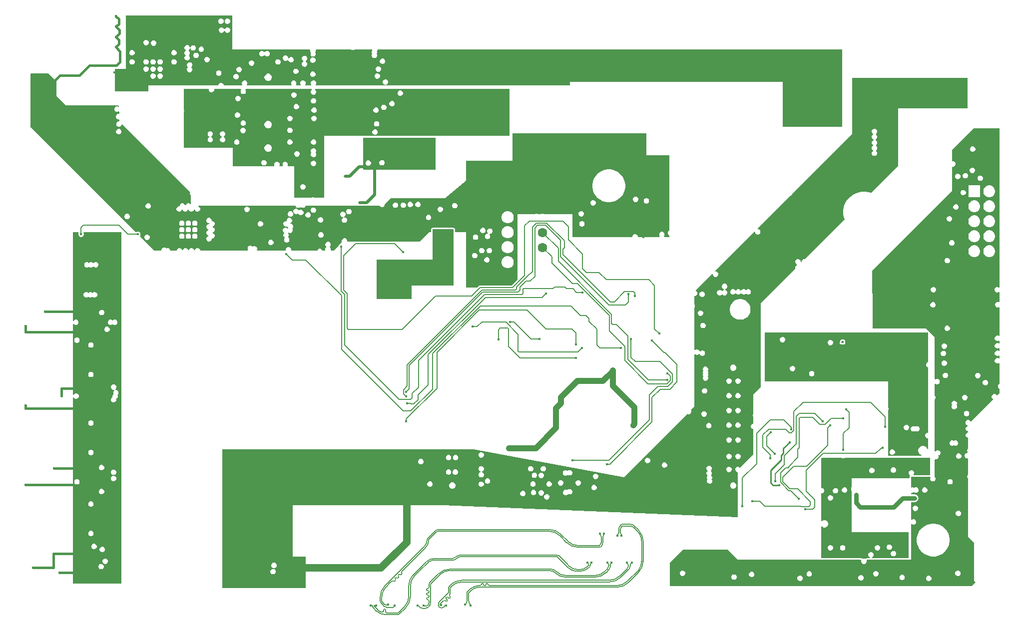
<source format=gbr>
G04*
G04 #@! TF.GenerationSoftware,Altium Limited,Altium Designer,23.7.1 (13)*
G04*
G04 Layer_Physical_Order=3*
G04 Layer_Color=16440176*
%FSLAX25Y25*%
%MOIN*%
G70*
G04*
G04 #@! TF.SameCoordinates,AF00DCEB-AC48-4C7C-91EA-99F42E284231*
G04*
G04*
G04 #@! TF.FilePolarity,Positive*
G04*
G01*
G75*
%ADD11C,0.02000*%
%ADD16C,0.00500*%
%ADD17C,0.01500*%
%ADD18C,0.01000*%
%ADD25C,0.00800*%
%ADD217C,0.06299*%
%ADD231C,0.03000*%
%ADD232C,0.04000*%
%ADD233C,0.05000*%
%ADD237R,0.06102X0.06102*%
%ADD244C,0.10000*%
%ADD249C,0.05906*%
%ADD250C,0.01600*%
%ADD252C,0.00500*%
G36*
X299213Y-61024D02*
X175611D01*
Y-102362D01*
X169012D01*
X168468Y-102137D01*
X167752D01*
X167209Y-102362D01*
X155512D01*
Y-81534D01*
X151586D01*
X151257Y-81034D01*
X151406Y-80673D01*
Y-79957D01*
X151132Y-79295D01*
X150626Y-78789D01*
X149964Y-78515D01*
X149248D01*
X148587Y-78789D01*
X148080Y-79295D01*
X147806Y-79957D01*
Y-80673D01*
X147956Y-81034D01*
X147626Y-81534D01*
X146074D01*
X145745Y-81034D01*
X145895Y-80673D01*
Y-79957D01*
X145621Y-79295D01*
X145114Y-78789D01*
X144453Y-78515D01*
X143736D01*
X143075Y-78789D01*
X142569Y-79295D01*
X142295Y-79957D01*
Y-80673D01*
X142444Y-81034D01*
X142114Y-81534D01*
X114567D01*
Y-69291D01*
X81890D01*
Y-44834D01*
X82284D01*
Y-44094D01*
X82284Y-44094D01*
X81890Y-43996D01*
Y-29921D01*
X98570D01*
X98594Y-29957D01*
Y-30673D01*
X98868Y-31335D01*
X99374Y-31841D01*
X100036Y-32115D01*
X100752D01*
X101413Y-31841D01*
X101920Y-31335D01*
X102194Y-30673D01*
Y-29957D01*
X102217Y-29921D01*
X119976D01*
X120183Y-30421D01*
X120128Y-30476D01*
X119853Y-31138D01*
Y-31854D01*
X120128Y-32516D01*
X120634Y-33022D01*
X121295Y-33296D01*
X122012D01*
X122673Y-33022D01*
X123179Y-32516D01*
X123453Y-31854D01*
Y-31138D01*
X123179Y-30476D01*
X123124Y-30421D01*
X123331Y-29921D01*
X167274D01*
X167383Y-30151D01*
X167427Y-30421D01*
X166978Y-30870D01*
X166704Y-31532D01*
Y-32248D01*
X166978Y-32909D01*
X167484Y-33416D01*
X168146Y-33690D01*
X168862D01*
X169524Y-33416D01*
X170030Y-32909D01*
X170304Y-32248D01*
Y-31532D01*
X170030Y-30870D01*
X169581Y-30421D01*
X169625Y-30151D01*
X169734Y-29921D01*
X299213D01*
Y-61024D01*
D02*
G37*
G36*
X-3150Y-24928D02*
Y-34646D01*
X3150Y-40945D01*
X38189D01*
X38611Y-41367D01*
X38328Y-41791D01*
X37760Y-41555D01*
X37043D01*
X36382Y-41829D01*
X35876Y-42336D01*
X35602Y-42997D01*
Y-43713D01*
X35876Y-44375D01*
X36382Y-44881D01*
X37043Y-45155D01*
X37760D01*
X38421Y-44881D01*
X38476Y-44826D01*
X38976Y-45033D01*
Y-46397D01*
X38740Y-46555D01*
X38024D01*
X37362Y-46829D01*
X36856Y-47336D01*
X36582Y-47997D01*
Y-48713D01*
X36856Y-49375D01*
X37362Y-49881D01*
X38024Y-50155D01*
X38740D01*
X38976Y-50313D01*
Y-51552D01*
X38971Y-51555D01*
X38255D01*
X37593Y-51829D01*
X37087Y-52336D01*
X36813Y-52997D01*
Y-53713D01*
X37087Y-54375D01*
X37593Y-54881D01*
X38255Y-55155D01*
X38971D01*
X39632Y-54881D01*
X40139Y-54375D01*
X40413Y-53713D01*
Y-53664D01*
X40875Y-53473D01*
X86187Y-98785D01*
X85995Y-99248D01*
Y-99964D01*
X86269Y-100626D01*
X86726Y-101083D01*
Y-106553D01*
X86226Y-106761D01*
X86001Y-106535D01*
X85339Y-106261D01*
X84623D01*
X83962Y-106535D01*
X83455Y-107041D01*
X83243Y-107554D01*
X82719D01*
X82507Y-107041D01*
X82001Y-106535D01*
X81339Y-106261D01*
X80623D01*
X79962Y-106535D01*
X79455Y-107041D01*
X79181Y-107703D01*
Y-108229D01*
X78560D01*
X77899Y-108504D01*
X77392Y-109010D01*
X77118Y-109671D01*
Y-110388D01*
X77392Y-111049D01*
X77899Y-111556D01*
X78560Y-111829D01*
X79276D01*
X79938Y-111556D01*
X80444Y-111049D01*
X80656Y-110537D01*
X81180D01*
X81392Y-111049D01*
X81899Y-111556D01*
X82560Y-111829D01*
X83276D01*
X83938Y-111556D01*
X84444Y-111049D01*
X84718Y-110388D01*
X85181D01*
X85455Y-111049D01*
X85962Y-111556D01*
X86623Y-111829D01*
X87339D01*
X88001Y-111556D01*
X88507Y-111049D01*
X88781Y-110388D01*
X89244Y-110419D01*
X89518Y-111081D01*
X90025Y-111587D01*
X90686Y-111861D01*
X91402D01*
X92064Y-111587D01*
X92570Y-111081D01*
X92844Y-110419D01*
Y-109703D01*
X92570Y-109041D01*
X92064Y-108535D01*
X91675Y-108374D01*
X91775Y-107874D01*
X156483D01*
X156742Y-108500D01*
X157248Y-109006D01*
X157910Y-109280D01*
X158626D01*
X159287Y-109006D01*
X159516Y-108778D01*
X159843Y-108536D01*
X160169Y-108778D01*
X160398Y-109006D01*
X161059Y-109280D01*
X161775D01*
X162437Y-109006D01*
X162943Y-108500D01*
X163203Y-107874D01*
X212551D01*
X212647Y-108106D01*
X213154Y-108613D01*
X213815Y-108887D01*
X214531D01*
X215193Y-108613D01*
X215699Y-108106D01*
X215973Y-107445D01*
Y-106861D01*
X220079Y-102756D01*
X256395D01*
X270276Y-91244D01*
Y-77953D01*
X301409D01*
Y-59449D01*
X390551D01*
Y-74016D01*
X405905D01*
Y-124362D01*
X405673Y-124458D01*
X405167Y-124965D01*
X404893Y-125626D01*
Y-126342D01*
X405167Y-127004D01*
X405673Y-127510D01*
X405905Y-127606D01*
Y-128740D01*
X402599D01*
X402392Y-128240D01*
X402510Y-128122D01*
X402784Y-127460D01*
Y-126744D01*
X402510Y-126082D01*
X402004Y-125576D01*
X401342Y-125302D01*
X400626D01*
X399965Y-125576D01*
X399458Y-126082D01*
X399184Y-126744D01*
Y-127460D01*
X399458Y-128122D01*
X399577Y-128240D01*
X399370Y-128740D01*
X384883D01*
Y-128146D01*
X384609Y-127484D01*
X384102Y-126978D01*
X383441Y-126704D01*
X382724D01*
X382063Y-126978D01*
X381557Y-127484D01*
X381283Y-128146D01*
Y-128740D01*
X341339D01*
Y-113386D01*
X322162D01*
X321618Y-113161D01*
X320902D01*
X320358Y-113386D01*
X318225D01*
X317681Y-113161D01*
X316965D01*
X316421Y-113386D01*
X304724D01*
Y-157036D01*
X300590Y-161171D01*
X279528D01*
X279528Y-161171D01*
X278981Y-161280D01*
X278518Y-161589D01*
X278518Y-161589D01*
X277509Y-162598D01*
X270276D01*
Y-125591D01*
X263047D01*
Y-123622D01*
X262969Y-123232D01*
X262748Y-122901D01*
X262418Y-122680D01*
X262027Y-122602D01*
X248031D01*
X247641Y-122680D01*
X247310Y-122901D01*
X247090Y-123232D01*
X247012Y-123622D01*
Y-125591D01*
X245669D01*
X239355Y-131904D01*
X223032D01*
X222767Y-131852D01*
X222767Y-131852D01*
X196642D01*
X196377Y-131904D01*
X191148D01*
X191009Y-131697D01*
Y-130981D01*
X190735Y-130319D01*
X190229Y-129813D01*
X189567Y-129539D01*
X188851D01*
X188189Y-129813D01*
X187683Y-130319D01*
X187409Y-130981D01*
Y-131697D01*
X187579Y-132106D01*
X186079Y-133606D01*
X185827Y-133710D01*
X185321Y-134217D01*
X185217Y-134468D01*
X182018Y-137667D01*
X180229D01*
X179951Y-137251D01*
X179985Y-137169D01*
Y-136453D01*
X179711Y-135791D01*
X179483Y-135563D01*
X179241Y-135236D01*
X179483Y-134910D01*
X179711Y-134681D01*
X179985Y-134019D01*
Y-133303D01*
X179711Y-132642D01*
X179205Y-132135D01*
X178544Y-131861D01*
X177828D01*
X177166Y-132135D01*
X176660Y-132642D01*
X176385Y-133303D01*
Y-134019D01*
X176660Y-134681D01*
X176888Y-134910D01*
X177130Y-135236D01*
X176888Y-135563D01*
X176660Y-135791D01*
X176385Y-136453D01*
Y-137169D01*
X176420Y-137251D01*
X176142Y-137667D01*
X174324D01*
X174200Y-137366D01*
X173693Y-136860D01*
X173032Y-136586D01*
X172316D01*
X171654Y-136860D01*
X171148Y-137366D01*
X171023Y-137667D01*
X153677D01*
X153608Y-137563D01*
Y-136847D01*
X153333Y-136185D01*
X152827Y-135679D01*
X152166Y-135405D01*
X151450D01*
X150788Y-135679D01*
X150282Y-136185D01*
X150008Y-136847D01*
Y-137563D01*
X149938Y-137667D01*
X131118D01*
X130784Y-137167D01*
X130863Y-136976D01*
Y-136260D01*
X130589Y-135598D01*
X130083Y-135092D01*
X129421Y-134818D01*
X128705D01*
X128044Y-135092D01*
X128018Y-135117D01*
X127833Y-135204D01*
X127327Y-134698D01*
X126665Y-134424D01*
X125949D01*
X125288Y-134698D01*
X124782Y-135204D01*
X124507Y-135866D01*
Y-136582D01*
X124750Y-137167D01*
X124552Y-137667D01*
X92844D01*
Y-137578D01*
X92570Y-136916D01*
X92064Y-136410D01*
X91402Y-136136D01*
X90686D01*
X90025Y-136410D01*
X89518Y-136916D01*
X89306Y-137428D01*
X88782D01*
X88570Y-136916D01*
X88064Y-136410D01*
X87402Y-136136D01*
X86686D01*
X86025Y-136410D01*
X85518Y-136916D01*
X85306Y-137428D01*
X84782D01*
X84570Y-136916D01*
X84064Y-136410D01*
X83402Y-136136D01*
X82686D01*
X82025Y-136410D01*
X81518Y-136916D01*
X81306Y-137428D01*
X80782D01*
X80570Y-136916D01*
X80064Y-136410D01*
X79402Y-136136D01*
X78686D01*
X78025Y-136410D01*
X77518Y-136916D01*
X77244Y-137578D01*
Y-137667D01*
X72973D01*
X72728Y-137075D01*
X72221Y-136569D01*
X71560Y-136295D01*
X70844D01*
X70429Y-136467D01*
X70415Y-136434D01*
X69909Y-135927D01*
X69247Y-135653D01*
X68531D01*
X67870Y-135927D01*
X67363Y-136434D01*
X67089Y-137095D01*
Y-137667D01*
X62077D01*
X52560Y-128150D01*
X52813Y-127897D01*
X53087Y-127236D01*
Y-126520D01*
X52813Y-125858D01*
X52307Y-125352D01*
X51645Y-125078D01*
X50929D01*
X50267Y-125352D01*
X50169Y-125450D01*
X49860D01*
X-20472Y-55118D01*
Y-20079D01*
X-19944Y-19551D01*
X-8527D01*
X-3150Y-24928D01*
D02*
G37*
G36*
X114173Y-3495D02*
X166058D01*
X166336Y-3911D01*
X166310Y-3973D01*
Y-4689D01*
X166584Y-5350D01*
X166737Y-5503D01*
X166473Y-6138D01*
Y-6854D01*
X166747Y-7516D01*
X167254Y-8022D01*
X167915Y-8296D01*
X168631D01*
X169293Y-8022D01*
X169799Y-7516D01*
X170073Y-6854D01*
Y-6138D01*
X169799Y-5476D01*
X169647Y-5324D01*
X169910Y-4689D01*
Y-3973D01*
X169885Y-3911D01*
X170162Y-3495D01*
X193361D01*
X194336Y-3756D01*
X195428D01*
X196402Y-3495D01*
X207649D01*
Y-3901D01*
X207787Y-4234D01*
X207529Y-4492D01*
X207255Y-5154D01*
Y-5870D01*
X207515Y-6496D01*
X207255Y-7122D01*
Y-7838D01*
X207529Y-8500D01*
X208035Y-9006D01*
X208697Y-9280D01*
X209413D01*
X210075Y-9006D01*
X210581Y-8500D01*
X210855Y-7838D01*
Y-7122D01*
X210596Y-6496D01*
X210855Y-5870D01*
Y-5154D01*
X210717Y-4821D01*
X210975Y-4563D01*
X211249Y-3901D01*
Y-3495D01*
X521260D01*
Y-55118D01*
X481496D01*
Y-25271D01*
X426453D01*
X425889Y-25181D01*
X423717D01*
X423153Y-25271D01*
X355685D01*
X355121Y-25181D01*
X352950D01*
X352385Y-25271D01*
X339764D01*
Y-27559D01*
X170182D01*
X169975Y-27059D01*
X170030Y-27004D01*
X170304Y-26342D01*
Y-25626D01*
X170030Y-24965D01*
X169524Y-24458D01*
X168862Y-24184D01*
X168146D01*
X167484Y-24458D01*
X166978Y-24965D01*
X166704Y-25626D01*
Y-26342D01*
X166978Y-27004D01*
X167033Y-27059D01*
X166826Y-27559D01*
X163095D01*
X162888Y-27059D01*
X162943Y-27004D01*
X163217Y-26342D01*
Y-25626D01*
X162943Y-24965D01*
X162437Y-24458D01*
X161775Y-24184D01*
X161059D01*
X160398Y-24458D01*
X159891Y-24965D01*
X159617Y-25626D01*
Y-26342D01*
X159891Y-27004D01*
X159947Y-27059D01*
X159739Y-27559D01*
X157054D01*
X156847Y-27059D01*
X156854Y-27053D01*
X157128Y-26391D01*
Y-25675D01*
X156854Y-25013D01*
X156347Y-24507D01*
X155686Y-24233D01*
X154970D01*
X154308Y-24507D01*
X153802Y-25013D01*
X153528Y-25675D01*
Y-26391D01*
X153802Y-27053D01*
X153808Y-27059D01*
X153601Y-27559D01*
X124266D01*
X124059Y-27059D01*
X124065Y-27053D01*
X124339Y-26391D01*
Y-25675D01*
X124065Y-25013D01*
X123559Y-24507D01*
X122897Y-24233D01*
X122181D01*
X121519Y-24507D01*
X121013Y-25013D01*
X120739Y-25675D01*
Y-26391D01*
X121013Y-27053D01*
X121019Y-27059D01*
X120812Y-27559D01*
X108493D01*
Y-27201D01*
X108219Y-26539D01*
X107712Y-26033D01*
X107051Y-25759D01*
X106335D01*
X105673Y-26033D01*
X105167Y-26539D01*
X104893Y-27201D01*
Y-27559D01*
X58380D01*
Y-31594D01*
X35829D01*
Y-16535D01*
X43307D01*
Y19291D01*
X114173D01*
Y-3495D01*
D02*
G37*
G36*
X626378Y-162338D02*
X625878Y-162545D01*
X625705Y-162372D01*
X625043Y-162098D01*
X624327D01*
X623665Y-162372D01*
X623159Y-162878D01*
X622885Y-163540D01*
Y-164256D01*
X623159Y-164917D01*
X623665Y-165424D01*
X624327Y-165698D01*
X625043D01*
X625705Y-165424D01*
X625878Y-165250D01*
X626378Y-165457D01*
Y-171998D01*
X625878Y-172280D01*
X625437Y-172098D01*
X624721D01*
X624059Y-172372D01*
X623553Y-172878D01*
X623279Y-173540D01*
Y-174256D01*
X623553Y-174917D01*
X624059Y-175424D01*
X624721Y-175698D01*
X625437D01*
X625878Y-175515D01*
X626378Y-175797D01*
Y-194614D01*
X625878Y-194814D01*
X625296Y-194573D01*
X624580D01*
X623918Y-194847D01*
X623412Y-195353D01*
X623138Y-196015D01*
Y-196731D01*
X623412Y-197393D01*
X623918Y-197899D01*
X624580Y-198173D01*
X625296D01*
X625878Y-197932D01*
X626378Y-198132D01*
Y-199606D01*
X625878Y-199799D01*
X625284Y-199553D01*
X624568D01*
X623907Y-199827D01*
X623400Y-200334D01*
X623126Y-200995D01*
Y-201711D01*
X623400Y-202373D01*
X623907Y-202879D01*
X624568Y-203153D01*
X625284D01*
X625878Y-202907D01*
X626378Y-203100D01*
Y-204614D01*
X625878Y-204814D01*
X625296Y-204573D01*
X624580D01*
X623918Y-204847D01*
X623412Y-205353D01*
X623138Y-206015D01*
Y-206731D01*
X623412Y-207393D01*
X623918Y-207899D01*
X624580Y-208173D01*
X625296D01*
X625878Y-207932D01*
X626378Y-208132D01*
Y-209614D01*
X625878Y-209803D01*
X625276Y-209553D01*
X624560D01*
X623899Y-209827D01*
X623392Y-210334D01*
X623118Y-210995D01*
Y-211711D01*
X623392Y-212373D01*
X623899Y-212879D01*
X624560Y-213153D01*
X625276D01*
X625878Y-212904D01*
X626378Y-213092D01*
Y-226651D01*
X625968Y-226820D01*
X625461Y-227327D01*
X625187Y-227988D01*
Y-228705D01*
X625461Y-229366D01*
X625968Y-229872D01*
X626378Y-230042D01*
Y-232799D01*
X624697Y-234480D01*
X624361Y-234413D01*
X623854Y-233907D01*
X623193Y-233633D01*
X622477D01*
X621815Y-233907D01*
X621309Y-234414D01*
X621035Y-235075D01*
Y-235791D01*
X621309Y-236453D01*
X621815Y-236959D01*
X621882Y-237295D01*
X607336Y-251841D01*
X606846Y-251743D01*
X606843Y-251736D01*
X606337Y-251230D01*
X605675Y-250956D01*
X604959D01*
X604297Y-251230D01*
X603791Y-251736D01*
X603517Y-252398D01*
Y-253114D01*
X603791Y-253776D01*
X604297Y-254282D01*
X604810Y-254494D01*
X604852Y-255018D01*
X604492Y-255167D01*
X603986Y-255673D01*
X603712Y-256335D01*
Y-257051D01*
X603986Y-257713D01*
X604492Y-258219D01*
X605154Y-258493D01*
X605181D01*
Y-259224D01*
X605154D01*
X604492Y-259498D01*
X603986Y-260004D01*
X603712Y-260666D01*
Y-261382D01*
X603986Y-262043D01*
X604492Y-262550D01*
X605154Y-262824D01*
X605181D01*
Y-269746D01*
X604886Y-270459D01*
X604781Y-271260D01*
X604886Y-272060D01*
X605069Y-272503D01*
X604758Y-273003D01*
X604366D01*
X603705Y-273277D01*
X603198Y-273783D01*
X602924Y-274445D01*
Y-275161D01*
X603198Y-275823D01*
X603705Y-276329D01*
X604366Y-276603D01*
X605082D01*
X605181Y-276669D01*
Y-287266D01*
X604886Y-287979D01*
X604781Y-288779D01*
X604886Y-289580D01*
X605181Y-290293D01*
Y-328803D01*
X609449Y-333071D01*
Y-358268D01*
X610236Y-359055D01*
X607480Y-361811D01*
X406299D01*
Y-346063D01*
X414961Y-337402D01*
X444935D01*
X451756Y-344222D01*
X533774D01*
X534108Y-344722D01*
X534027Y-344917D01*
Y-345634D01*
X534301Y-346295D01*
X534807Y-346801D01*
X535469Y-347076D01*
X536185D01*
X536846Y-346801D01*
X537353Y-346295D01*
X537627Y-345634D01*
Y-344917D01*
X537546Y-344722D01*
X537880Y-344222D01*
X567221D01*
Y-320585D01*
X567721Y-320378D01*
X567878Y-320535D01*
X568540Y-320809D01*
X569256D01*
X569917Y-320535D01*
X570424Y-320029D01*
X570698Y-319367D01*
Y-318651D01*
X570424Y-317990D01*
X569917Y-317483D01*
X569256Y-317209D01*
X568540D01*
X567878Y-317483D01*
X567721Y-317640D01*
X567221Y-317433D01*
Y-305699D01*
X569685D01*
X570660Y-305505D01*
X571487Y-304952D01*
X572040Y-304125D01*
X572234Y-303150D01*
X572040Y-302174D01*
X571487Y-301347D01*
X570660Y-300795D01*
X569685Y-300601D01*
X567221D01*
Y-299766D01*
X567637Y-299488D01*
X567752Y-299536D01*
X568468D01*
X569130Y-299262D01*
X569291Y-299101D01*
X569453Y-299262D01*
X570114Y-299536D01*
X570830D01*
X571492Y-299262D01*
X571998Y-298756D01*
X572272Y-298094D01*
Y-297378D01*
X571998Y-296717D01*
X571492Y-296210D01*
X570830Y-295936D01*
X570114D01*
X569453Y-296210D01*
X569291Y-296372D01*
X569130Y-296210D01*
X568468Y-295936D01*
X567752D01*
X567637Y-295984D01*
X567221Y-295706D01*
Y-288905D01*
X579944D01*
X580253Y-289405D01*
X580090Y-289799D01*
Y-290515D01*
X580364Y-291177D01*
X580870Y-291683D01*
X581532Y-291957D01*
X582248D01*
X582909Y-291683D01*
X583416Y-291177D01*
X583690Y-290515D01*
Y-289799D01*
X583416Y-289138D01*
X583071Y-288793D01*
Y-277444D01*
X583457Y-277186D01*
X584173D01*
X584834Y-276912D01*
X585341Y-276405D01*
X585615Y-275744D01*
Y-275028D01*
X585444Y-274615D01*
X586059Y-274361D01*
X586565Y-273854D01*
X586839Y-273193D01*
Y-272477D01*
X586565Y-271815D01*
X586059Y-271309D01*
X585397Y-271035D01*
X584681D01*
X584020Y-271309D01*
X583571Y-271758D01*
X583300Y-271714D01*
X583071Y-271604D01*
Y-237290D01*
X583416Y-236945D01*
X583690Y-236283D01*
Y-235567D01*
X583416Y-234906D01*
X583071Y-234561D01*
Y-226875D01*
X583571Y-226668D01*
X583626Y-226723D01*
X584288Y-226997D01*
X585004D01*
X585665Y-226723D01*
X586172Y-226217D01*
X586446Y-225555D01*
Y-224839D01*
X586172Y-224177D01*
X585665Y-223671D01*
X585004Y-223397D01*
X584288D01*
X583626Y-223671D01*
X583571Y-223726D01*
X583071Y-223519D01*
Y-195605D01*
X579704Y-192237D01*
X579682Y-192130D01*
X579461Y-191799D01*
X579130Y-191578D01*
X579023Y-191556D01*
X577230Y-189764D01*
X541726D01*
Y-181896D01*
X541339Y-151181D01*
X594488Y-98032D01*
Y-81993D01*
X594904Y-81716D01*
X594918Y-81721D01*
X595634D01*
X596295Y-81447D01*
X596802Y-80941D01*
X597076Y-80279D01*
Y-79563D01*
X596802Y-78902D01*
X596295Y-78395D01*
X595634Y-78121D01*
X594918D01*
X594904Y-78127D01*
X594488Y-77849D01*
Y-70472D01*
X608957Y-56004D01*
X626378D01*
Y-162338D01*
D02*
G37*
G36*
X250000Y-67716D02*
Y-83858D01*
X201575D01*
Y-62598D01*
X250000D01*
Y-67716D01*
D02*
G37*
G36*
X605118Y-42913D02*
X558661D01*
Y-81102D01*
X540535Y-99229D01*
X539057Y-98749D01*
X536912Y-98409D01*
X534741D01*
X532596Y-98749D01*
X530531Y-99420D01*
X528596Y-100406D01*
X526840Y-101682D01*
X525304Y-103218D01*
X524028Y-104974D01*
X523042Y-106909D01*
X522371Y-108974D01*
X522031Y-111119D01*
Y-113290D01*
X522371Y-115435D01*
X522851Y-116912D01*
X496288Y-143476D01*
X495705D01*
X495043Y-143750D01*
X494537Y-144256D01*
X494263Y-144918D01*
Y-145393D01*
X493994Y-145616D01*
X493532Y-145356D01*
Y-144918D01*
X493258Y-144256D01*
X492752Y-143750D01*
X492090Y-143476D01*
X491374D01*
X490713Y-143750D01*
X490206Y-144256D01*
X489932Y-144918D01*
Y-145634D01*
X490206Y-146295D01*
X490713Y-146801D01*
X491128Y-146974D01*
Y-147515D01*
X490713Y-147687D01*
X490206Y-148193D01*
X489932Y-148855D01*
Y-149571D01*
X490009Y-149755D01*
X466929Y-172835D01*
Y-228740D01*
X461964Y-233705D01*
Y-246826D01*
X461927Y-246864D01*
X461653Y-247525D01*
Y-248241D01*
X461927Y-248903D01*
X461964Y-248940D01*
Y-253318D01*
X461847D01*
X461185Y-253592D01*
X460679Y-254099D01*
X460405Y-254760D01*
Y-255476D01*
X460679Y-256138D01*
X461185Y-256644D01*
X461847Y-256918D01*
X461964D01*
Y-273649D01*
X452946Y-282667D01*
X452693Y-282414D01*
X452032Y-282140D01*
X451315D01*
X450654Y-282414D01*
X450148Y-282920D01*
X449873Y-283582D01*
Y-284298D01*
X450148Y-284959D01*
X450654Y-285466D01*
X451315Y-285740D01*
X451687D01*
Y-315581D01*
X451326Y-315928D01*
X255118Y-307874D01*
X154724D01*
Y-342126D01*
X163386D01*
Y-362992D01*
X107480D01*
Y-270472D01*
X275179D01*
X375590Y-288976D01*
X417822Y-246745D01*
X417878Y-246801D01*
X418540Y-247076D01*
X419256D01*
X419917Y-246801D01*
X420424Y-246295D01*
X420698Y-245634D01*
Y-244917D01*
X420424Y-244256D01*
X420367Y-244200D01*
X422677Y-241890D01*
Y-207032D01*
X423177Y-206825D01*
X423390Y-207038D01*
X424051Y-207312D01*
X424767D01*
X425429Y-207038D01*
X425691Y-206776D01*
X426259Y-206915D01*
X426427Y-207319D01*
X426933Y-207825D01*
X427595Y-208099D01*
X428311D01*
X428972Y-207825D01*
X429479Y-207319D01*
X429753Y-206657D01*
Y-205941D01*
X429479Y-205280D01*
X428972Y-204773D01*
X428311Y-204499D01*
X427595D01*
X426933Y-204773D01*
X426671Y-205035D01*
X426103Y-204896D01*
X425935Y-204492D01*
X425429Y-203986D01*
X424767Y-203712D01*
X424051D01*
X423390Y-203986D01*
X423177Y-204199D01*
X422677Y-203991D01*
Y-175966D01*
X422839Y-175804D01*
X423113Y-175142D01*
Y-174426D01*
X422839Y-173765D01*
X422677Y-173603D01*
Y-168084D01*
X423193D01*
X423854Y-167810D01*
X424361Y-167304D01*
X424635Y-166642D01*
Y-165926D01*
X424361Y-165265D01*
X423854Y-164758D01*
X423692Y-164691D01*
X423595Y-164201D01*
X434511Y-153284D01*
X435011Y-153491D01*
Y-153901D01*
X435285Y-154563D01*
X435791Y-155069D01*
X436453Y-155343D01*
X437169D01*
X437831Y-155069D01*
X438337Y-154563D01*
X438611Y-153901D01*
Y-153185D01*
X438337Y-152524D01*
X437831Y-152017D01*
X437169Y-151743D01*
X436759D01*
X436552Y-151243D01*
X462661Y-125135D01*
X463161Y-125342D01*
Y-125555D01*
X463435Y-126216D01*
X463941Y-126723D01*
X464603Y-126997D01*
X465319D01*
X465980Y-126723D01*
X466487Y-126216D01*
X466761Y-125555D01*
Y-124839D01*
X466487Y-124177D01*
X465980Y-123671D01*
X465319Y-123397D01*
X465105D01*
X464898Y-122897D01*
X485617Y-102178D01*
X486861Y-101274D01*
X488086Y-100050D01*
X488990Y-98806D01*
X527953Y-59842D01*
Y-55118D01*
X527953D01*
Y-22441D01*
X605118D01*
Y-42913D01*
D02*
G37*
G36*
X40157Y-360236D02*
X7874D01*
Y-235828D01*
X8374Y-235728D01*
X8481Y-235987D01*
X8988Y-236494D01*
X9649Y-236768D01*
X10365D01*
X11027Y-236494D01*
X11533Y-235987D01*
X11807Y-235326D01*
Y-234610D01*
X11533Y-233948D01*
X11027Y-233442D01*
X10365Y-233168D01*
X9649D01*
X8988Y-233442D01*
X8481Y-233948D01*
X8374Y-234207D01*
X7874Y-234108D01*
Y-186986D01*
X8104Y-186876D01*
X8374Y-186832D01*
X8823Y-187281D01*
X9484Y-187555D01*
X10201D01*
X10862Y-187281D01*
X11368Y-186775D01*
X11643Y-186113D01*
Y-185397D01*
X11368Y-184736D01*
X10862Y-184229D01*
X10201Y-183955D01*
X9484D01*
X8823Y-184229D01*
X8374Y-184678D01*
X8104Y-184634D01*
X7874Y-184525D01*
Y-125591D01*
X11471D01*
X11476Y-125594D01*
X11763Y-126091D01*
X11586Y-126520D01*
Y-127236D01*
X11860Y-127897D01*
X12366Y-128404D01*
X13028Y-128678D01*
X13744D01*
X14405Y-128404D01*
X14912Y-127897D01*
X15186Y-127236D01*
Y-126520D01*
X15008Y-126091D01*
X15295Y-125594D01*
X15301Y-125591D01*
X40157D01*
Y-360236D01*
D02*
G37*
G36*
X262027Y-161024D02*
X233858D01*
Y-170079D01*
X210630D01*
Y-143701D01*
X248031D01*
Y-123622D01*
X262027D01*
Y-161024D01*
D02*
G37*
G36*
X578740Y-212221D02*
X578114Y-212480D01*
X577608Y-212986D01*
X577334Y-213648D01*
Y-214364D01*
X577608Y-215025D01*
X578114Y-215532D01*
X578740Y-215791D01*
Y-259401D01*
X578690Y-259435D01*
X577974D01*
X577312Y-259709D01*
X576806Y-260215D01*
X576532Y-260877D01*
Y-261593D01*
X576806Y-262255D01*
X577312Y-262761D01*
X577974Y-263035D01*
X578690D01*
X578740Y-263069D01*
Y-270420D01*
X578240Y-270486D01*
X578147Y-270136D01*
X577730Y-269415D01*
X577140Y-268825D01*
X576419Y-268409D01*
X575614Y-268193D01*
X574780D01*
X573975Y-268409D01*
X573253Y-268825D01*
X572664Y-269415D01*
X572247Y-270136D01*
X572031Y-270941D01*
Y-271775D01*
X572247Y-272580D01*
X572664Y-273302D01*
X573253Y-273891D01*
X573975Y-274308D01*
X574305Y-274396D01*
X574239Y-274896D01*
X551968D01*
Y-257382D01*
Y-244205D01*
X552191Y-243668D01*
Y-242952D01*
X551968Y-242416D01*
Y-225197D01*
X469745D01*
Y-192520D01*
X578740D01*
Y-212221D01*
D02*
G37*
G36*
X579858Y-287885D02*
X569096D01*
X568889Y-287385D01*
X569051Y-287223D01*
X569325Y-286561D01*
Y-285845D01*
X569051Y-285183D01*
X568545Y-284677D01*
X567883Y-284403D01*
X567167D01*
X566506Y-284677D01*
X565999Y-285183D01*
X565725Y-285845D01*
Y-286561D01*
X565999Y-287223D01*
X566416Y-287639D01*
X566477Y-288033D01*
X566456Y-288250D01*
X566279Y-288514D01*
X566201Y-288905D01*
Y-289819D01*
X527559D01*
Y-295696D01*
X527434Y-295821D01*
X527160Y-296483D01*
Y-297199D01*
X527434Y-297860D01*
X527559Y-297985D01*
Y-325922D01*
X565748D01*
Y-343203D01*
X541110D01*
X541011Y-342703D01*
X541571Y-342471D01*
X542077Y-341965D01*
X542351Y-341303D01*
Y-340587D01*
X542077Y-339925D01*
X541571Y-339419D01*
X540909Y-339145D01*
X540193D01*
X539532Y-339419D01*
X539025Y-339925D01*
X538751Y-340587D01*
Y-341303D01*
X539025Y-341965D01*
X539532Y-342471D01*
X540092Y-342703D01*
X539992Y-343203D01*
X537880D01*
X537781Y-343222D01*
X537681D01*
X537588Y-343261D01*
X537490Y-343281D01*
X537406Y-343336D01*
X537314Y-343375D01*
X537270Y-343418D01*
X534384D01*
X534340Y-343375D01*
X534247Y-343336D01*
X534164Y-343281D01*
X534065Y-343261D01*
X533972Y-343222D01*
X533872D01*
X533774Y-343203D01*
X507220D01*
Y-322028D01*
X507720Y-321821D01*
X508183Y-322283D01*
X509100Y-322663D01*
X510093D01*
X511011Y-322283D01*
X511713Y-321581D01*
X512093Y-320664D01*
Y-319671D01*
X511713Y-318753D01*
X511011Y-318051D01*
X510093Y-317671D01*
X509100D01*
X508183Y-318051D01*
X507720Y-318514D01*
X507220Y-318307D01*
Y-303729D01*
X507312Y-303508D01*
Y-302792D01*
X507220Y-302571D01*
Y-299930D01*
X507838D01*
X508500Y-299656D01*
X509006Y-299149D01*
X509280Y-298488D01*
Y-297772D01*
X509006Y-297110D01*
X508500Y-296604D01*
X507838Y-296330D01*
X507220D01*
Y-276688D01*
X507609Y-276299D01*
X520998D01*
X521028Y-276329D01*
X521689Y-276603D01*
X522405D01*
X523067Y-276329D01*
X523097Y-276299D01*
X579858D01*
Y-287885D01*
D02*
G37*
%LPC*%
G36*
X226736Y-30877D02*
X226020D01*
X225358Y-31151D01*
X224852Y-31657D01*
X224578Y-32319D01*
Y-33035D01*
X224852Y-33697D01*
X225358Y-34203D01*
X226020Y-34477D01*
X226736D01*
X227398Y-34203D01*
X227904Y-33697D01*
X228178Y-33035D01*
Y-32319D01*
X227904Y-31657D01*
X227398Y-31151D01*
X226736Y-30877D01*
D02*
G37*
G36*
X155785Y-32107D02*
X155069D01*
X154407Y-32381D01*
X153901Y-32887D01*
X153627Y-33549D01*
Y-34265D01*
X153901Y-34927D01*
X154407Y-35433D01*
X155069Y-35707D01*
X155785D01*
X156446Y-35433D01*
X156953Y-34927D01*
X157227Y-34265D01*
Y-33549D01*
X156953Y-32887D01*
X156446Y-32381D01*
X155785Y-32107D01*
D02*
G37*
G36*
X118468Y-34420D02*
X117752D01*
X117091Y-34694D01*
X116584Y-35201D01*
X116310Y-35862D01*
Y-36579D01*
X116584Y-37240D01*
X117091Y-37746D01*
X117752Y-38021D01*
X118468D01*
X119130Y-37746D01*
X119636Y-37240D01*
X119910Y-36579D01*
Y-35862D01*
X119636Y-35201D01*
X119130Y-34694D01*
X118468Y-34420D01*
D02*
G37*
G36*
X168862Y-35995D02*
X168146D01*
X167484Y-36269D01*
X166978Y-36776D01*
X166704Y-37437D01*
Y-38153D01*
X166978Y-38815D01*
X167484Y-39321D01*
X168146Y-39595D01*
X168862D01*
X169524Y-39321D01*
X170030Y-38815D01*
X170304Y-38153D01*
Y-37437D01*
X170030Y-36776D01*
X169524Y-36269D01*
X168862Y-35995D01*
D02*
G37*
G36*
X221224Y-37964D02*
X220508D01*
X219847Y-38238D01*
X219340Y-38744D01*
X219066Y-39406D01*
Y-40122D01*
X219340Y-40783D01*
X219847Y-41290D01*
X220508Y-41564D01*
X221224D01*
X221886Y-41290D01*
X222392Y-40783D01*
X222666Y-40122D01*
Y-39406D01*
X222392Y-38744D01*
X221886Y-38238D01*
X221224Y-37964D01*
D02*
G37*
G36*
X157445Y-39932D02*
X156729D01*
X156067Y-40206D01*
X155561Y-40713D01*
X155287Y-41374D01*
Y-42090D01*
X155561Y-42752D01*
X156067Y-43258D01*
X156729Y-43532D01*
X157445D01*
X158106Y-43258D01*
X158613Y-42752D01*
X158887Y-42090D01*
Y-41374D01*
X158613Y-40713D01*
X158106Y-40206D01*
X157445Y-39932D01*
D02*
G37*
G36*
X215712Y-40326D02*
X214996D01*
X214335Y-40600D01*
X213828Y-41106D01*
X213554Y-41768D01*
Y-42484D01*
X213828Y-43146D01*
X214335Y-43652D01*
X214996Y-43926D01*
X215712D01*
X216374Y-43652D01*
X216880Y-43146D01*
X217154Y-42484D01*
Y-41768D01*
X216880Y-41106D01*
X216374Y-40600D01*
X215712Y-40326D01*
D02*
G37*
G36*
X210594Y-42294D02*
X209878D01*
X209217Y-42568D01*
X208710Y-43075D01*
X208436Y-43736D01*
Y-44453D01*
X208710Y-45114D01*
X209217Y-45620D01*
X209878Y-45895D01*
X210594D01*
X211256Y-45620D01*
X211762Y-45114D01*
X212036Y-44453D01*
Y-43736D01*
X211762Y-43075D01*
X211256Y-42568D01*
X210594Y-42294D01*
D02*
G37*
G36*
X169256D02*
X168540D01*
X167878Y-42568D01*
X167372Y-43075D01*
X167098Y-43736D01*
Y-44453D01*
X167372Y-45114D01*
X167878Y-45620D01*
X168540Y-45895D01*
X169256D01*
X169917Y-45620D01*
X170424Y-45114D01*
X170539Y-44834D01*
X170698Y-44453D01*
Y-43736D01*
X170424Y-43075D01*
X169917Y-42568D01*
X169256Y-42294D01*
D02*
G37*
G36*
X118075Y-45493D02*
X117359D01*
X116697Y-45767D01*
X116191Y-46273D01*
X115917Y-46935D01*
Y-47651D01*
X116191Y-48313D01*
X116697Y-48819D01*
X117359Y-49093D01*
X118075D01*
X118736Y-48819D01*
X119243Y-48313D01*
X119517Y-47651D01*
Y-46935D01*
X119243Y-46273D01*
X118736Y-45767D01*
X118075Y-45493D01*
D02*
G37*
G36*
X169256Y-47806D02*
X168540D01*
X167878Y-48080D01*
X167372Y-48587D01*
X167098Y-49248D01*
Y-49964D01*
X167372Y-50626D01*
X167878Y-51132D01*
X168540Y-51406D01*
X169256D01*
X169917Y-51132D01*
X170424Y-50626D01*
X170698Y-49964D01*
Y-49248D01*
X170424Y-48587D01*
X169917Y-48080D01*
X169256Y-47806D01*
D02*
G37*
G36*
X153114D02*
X152398D01*
X151736Y-48080D01*
X151230Y-48587D01*
X150956Y-49248D01*
Y-49964D01*
X151230Y-50626D01*
X151736Y-51132D01*
X152398Y-51406D01*
X153114D01*
X153776Y-51132D01*
X154282Y-50626D01*
X154556Y-49964D01*
Y-49248D01*
X154282Y-48587D01*
X153776Y-48080D01*
X153114Y-47806D01*
D02*
G37*
G36*
X122012Y-50956D02*
X121295D01*
X120634Y-51230D01*
X120128Y-51736D01*
X119853Y-52398D01*
Y-53114D01*
X120128Y-53776D01*
X120634Y-54282D01*
X121295Y-54556D01*
X122012D01*
X122673Y-54282D01*
X123179Y-53776D01*
X123453Y-53114D01*
Y-52398D01*
X123179Y-51736D01*
X122673Y-51230D01*
X122012Y-50956D01*
D02*
G37*
G36*
X210988Y-51350D02*
X210272D01*
X209610Y-51624D01*
X209104Y-52130D01*
X208830Y-52792D01*
Y-53508D01*
X209104Y-54169D01*
X209610Y-54676D01*
X210272Y-54950D01*
X210988D01*
X211649Y-54676D01*
X212156Y-54169D01*
X212430Y-53508D01*
Y-52792D01*
X212156Y-52130D01*
X211649Y-51624D01*
X210988Y-51350D01*
D02*
G37*
G36*
X138794Y-51096D02*
X137801D01*
X136883Y-51476D01*
X136181Y-52178D01*
X135801Y-53096D01*
Y-54089D01*
X136181Y-55006D01*
X136883Y-55708D01*
X137801Y-56088D01*
X138794D01*
X139711Y-55708D01*
X140413Y-55006D01*
X140793Y-54089D01*
Y-53096D01*
X140413Y-52178D01*
X139711Y-51476D01*
X138794Y-51096D01*
D02*
G37*
G36*
X153114Y-55680D02*
X152398D01*
X151736Y-55954D01*
X151230Y-56461D01*
X150956Y-57122D01*
Y-57838D01*
X151230Y-58500D01*
X151736Y-59006D01*
X152398Y-59280D01*
X153114D01*
X153776Y-59006D01*
X154282Y-58500D01*
X154556Y-57838D01*
Y-57122D01*
X154282Y-56461D01*
X153776Y-55954D01*
X153114Y-55680D01*
D02*
G37*
G36*
X121815Y-55729D02*
X121099D01*
X120437Y-56003D01*
X119931Y-56510D01*
X119657Y-57171D01*
Y-57887D01*
X119931Y-58549D01*
X120437Y-59055D01*
X121099Y-59329D01*
X121815D01*
X122476Y-59055D01*
X122983Y-58549D01*
X123257Y-57887D01*
Y-57171D01*
X122983Y-56510D01*
X122476Y-56003D01*
X121815Y-55729D01*
D02*
G37*
G36*
X209899Y-56889D02*
X209183D01*
X208522Y-57163D01*
X208015Y-57670D01*
X207741Y-58331D01*
Y-59047D01*
X208015Y-59709D01*
X208522Y-60215D01*
X209183Y-60489D01*
X209899D01*
X210561Y-60215D01*
X211067Y-59709D01*
X211341Y-59047D01*
Y-58331D01*
X211067Y-57670D01*
X210561Y-57163D01*
X209899Y-56889D01*
D02*
G37*
G36*
X108232Y-58043D02*
X107516D01*
X106854Y-58317D01*
X106348Y-58823D01*
X106074Y-59484D01*
Y-60201D01*
X106348Y-60862D01*
X106854Y-61369D01*
X107270Y-61540D01*
Y-62082D01*
X106854Y-62254D01*
X106348Y-62760D01*
X106074Y-63421D01*
Y-64138D01*
X106348Y-64799D01*
X106854Y-65306D01*
X107516Y-65579D01*
X108232D01*
X108894Y-65306D01*
X109400Y-64799D01*
X109674Y-64138D01*
Y-63421D01*
X109400Y-62760D01*
X108894Y-62254D01*
X108478Y-62082D01*
Y-61540D01*
X108894Y-61369D01*
X109400Y-60862D01*
X109674Y-60201D01*
Y-59484D01*
X109400Y-58823D01*
X108894Y-58317D01*
X108232Y-58043D01*
D02*
G37*
G36*
X99964D02*
X99248D01*
X98587Y-58317D01*
X98080Y-58823D01*
X97806Y-59484D01*
Y-60201D01*
X98080Y-60862D01*
X98587Y-61369D01*
X99002Y-61540D01*
Y-62082D01*
X98587Y-62254D01*
X98080Y-62760D01*
X97806Y-63421D01*
Y-64138D01*
X98080Y-64799D01*
X98587Y-65306D01*
X99248Y-65579D01*
X99964D01*
X100626Y-65306D01*
X101132Y-64799D01*
X101406Y-64138D01*
Y-63421D01*
X101132Y-62760D01*
X100626Y-62254D01*
X100211Y-62082D01*
Y-61540D01*
X100626Y-61369D01*
X101132Y-60862D01*
X101406Y-60201D01*
Y-59484D01*
X101132Y-58823D01*
X100626Y-58317D01*
X99964Y-58043D01*
D02*
G37*
G36*
X168862Y-63554D02*
X168146D01*
X167484Y-63828D01*
X166978Y-64335D01*
X166704Y-64996D01*
Y-65712D01*
X166978Y-66374D01*
X167484Y-66880D01*
X168146Y-67154D01*
X168862D01*
X169524Y-66880D01*
X170030Y-66374D01*
X170304Y-65712D01*
Y-64996D01*
X170030Y-64335D01*
X169524Y-63828D01*
X168862Y-63554D01*
D02*
G37*
G36*
X153114D02*
X152398D01*
X151736Y-63828D01*
X151230Y-64335D01*
X150956Y-64996D01*
Y-65712D01*
X151230Y-66374D01*
X151736Y-66880D01*
X152398Y-67154D01*
X153114D01*
X153776Y-66880D01*
X154282Y-66374D01*
X154556Y-65712D01*
Y-64996D01*
X154282Y-64335D01*
X153776Y-63828D01*
X153114Y-63554D01*
D02*
G37*
G36*
X117681D02*
X116965D01*
X116303Y-63828D01*
X115797Y-64335D01*
X115523Y-64996D01*
Y-65712D01*
X115797Y-66374D01*
X116303Y-66880D01*
X116965Y-67154D01*
X117681D01*
X118342Y-66880D01*
X118849Y-66374D01*
X119123Y-65712D01*
Y-64996D01*
X118849Y-64335D01*
X118342Y-63828D01*
X117681Y-63554D01*
D02*
G37*
G36*
X138794Y-66844D02*
X137801D01*
X136883Y-67224D01*
X136181Y-67926D01*
X135801Y-68844D01*
Y-69837D01*
X136181Y-70754D01*
X136883Y-71456D01*
X137801Y-71836D01*
X138794D01*
X139711Y-71456D01*
X140413Y-70754D01*
X140793Y-69837D01*
Y-68844D01*
X140413Y-67926D01*
X139711Y-67224D01*
X138794Y-66844D01*
D02*
G37*
G36*
X157838Y-71428D02*
X157122D01*
X156461Y-71702D01*
X155954Y-72209D01*
X155680Y-72870D01*
Y-73586D01*
X155954Y-74248D01*
X156461Y-74754D01*
X157122Y-75028D01*
X157838D01*
X158500Y-74754D01*
X159006Y-74248D01*
X159280Y-73586D01*
Y-72870D01*
X159006Y-72209D01*
X158500Y-71702D01*
X157838Y-71428D01*
D02*
G37*
G36*
X168862Y-69460D02*
X168146D01*
X167484Y-69734D01*
X166978Y-70240D01*
X166704Y-70902D01*
Y-71618D01*
X166978Y-72280D01*
X167139Y-72441D01*
X166978Y-72602D01*
X166704Y-73264D01*
Y-73980D01*
X166978Y-74642D01*
X167484Y-75148D01*
X168146Y-75422D01*
X168862D01*
X169524Y-75148D01*
X170030Y-74642D01*
X170304Y-73980D01*
Y-73264D01*
X170030Y-72602D01*
X169868Y-72441D01*
X170030Y-72280D01*
X170304Y-71618D01*
Y-70902D01*
X170030Y-70240D01*
X169524Y-69734D01*
X168862Y-69460D01*
D02*
G37*
G36*
X135791Y-77334D02*
X135075D01*
X134413Y-77608D01*
X133907Y-78114D01*
X133633Y-78776D01*
Y-79492D01*
X133907Y-80154D01*
X134413Y-80660D01*
X135075Y-80934D01*
X135791D01*
X136453Y-80660D01*
X136959Y-80154D01*
X137233Y-79492D01*
Y-78776D01*
X136959Y-78114D01*
X136453Y-77608D01*
X135791Y-77334D01*
D02*
G37*
G36*
X168862Y-77728D02*
X168146D01*
X167484Y-78002D01*
X166978Y-78508D01*
X166704Y-79169D01*
Y-79886D01*
X166978Y-80547D01*
X167484Y-81054D01*
X168146Y-81328D01*
X168862D01*
X169524Y-81054D01*
X170030Y-80547D01*
X170304Y-79886D01*
Y-79169D01*
X170030Y-78508D01*
X169524Y-78002D01*
X168862Y-77728D01*
D02*
G37*
G36*
X161775Y-93476D02*
X161059D01*
X160398Y-93750D01*
X159891Y-94256D01*
X159617Y-94918D01*
Y-95634D01*
X159891Y-96295D01*
X160398Y-96802D01*
X161059Y-97076D01*
X161775D01*
X162437Y-96802D01*
X162943Y-96295D01*
X163217Y-95634D01*
Y-94918D01*
X162943Y-94256D01*
X162437Y-93750D01*
X161775Y-93476D01*
D02*
G37*
G36*
X38941Y-56555D02*
X38225D01*
X37563Y-56829D01*
X37057Y-57336D01*
X36783Y-57997D01*
Y-58713D01*
X37057Y-59375D01*
X37563Y-59881D01*
X38225Y-60155D01*
X38941D01*
X39602Y-59881D01*
X40109Y-59375D01*
X40383Y-58713D01*
Y-57997D01*
X40109Y-57336D01*
X39602Y-56829D01*
X38941Y-56555D01*
D02*
G37*
G36*
X383823Y-101743D02*
X383106D01*
X382445Y-102017D01*
X381939Y-102524D01*
X381665Y-103185D01*
Y-103901D01*
X381939Y-104563D01*
X382445Y-105069D01*
X383106Y-105343D01*
X383823D01*
X384484Y-105069D01*
X384991Y-104563D01*
X385265Y-103901D01*
Y-103185D01*
X384991Y-102524D01*
X384484Y-102017D01*
X383823Y-101743D01*
D02*
G37*
G36*
X366446Y-83557D02*
X364715D01*
X363005Y-83828D01*
X361358Y-84363D01*
X359816Y-85149D01*
X358415Y-86166D01*
X357190Y-87391D01*
X356173Y-88792D01*
X355387Y-90334D01*
X354852Y-91981D01*
X354581Y-93691D01*
Y-95423D01*
X354852Y-97133D01*
X355387Y-98779D01*
X356173Y-100322D01*
X357190Y-101723D01*
X358415Y-102947D01*
X359816Y-103965D01*
X361358Y-104751D01*
X363005Y-105286D01*
X364715Y-105557D01*
X366446D01*
X368157Y-105286D01*
X369803Y-104751D01*
X371346Y-103965D01*
X372747Y-102947D01*
X373971Y-101723D01*
X374989Y-100322D01*
X375775Y-98779D01*
X376310Y-97133D01*
X376581Y-95423D01*
Y-93691D01*
X376310Y-91981D01*
X375775Y-90334D01*
X374989Y-88792D01*
X373971Y-87391D01*
X372747Y-86166D01*
X371346Y-85149D01*
X369803Y-84363D01*
X368157Y-83828D01*
X366446Y-83557D01*
D02*
G37*
G36*
X391012Y-102710D02*
X390296D01*
X389634Y-102984D01*
X389128Y-103490D01*
X388854Y-104152D01*
Y-104868D01*
X389128Y-105529D01*
X389634Y-106036D01*
X390296Y-106310D01*
X391012D01*
X391673Y-106036D01*
X392180Y-105529D01*
X392454Y-104868D01*
Y-104152D01*
X392180Y-103490D01*
X391673Y-102984D01*
X391012Y-102710D01*
D02*
G37*
G36*
X355393Y-104076D02*
X354677D01*
X354015Y-104350D01*
X353509Y-104856D01*
X353235Y-105518D01*
Y-106234D01*
X353509Y-106895D01*
X354015Y-107402D01*
X354677Y-107676D01*
X355393D01*
X356054Y-107402D01*
X356561Y-106895D01*
X356835Y-106234D01*
Y-105518D01*
X356561Y-104856D01*
X356054Y-104350D01*
X355393Y-104076D01*
D02*
G37*
G36*
X238547Y-105287D02*
X237831D01*
X237169Y-105561D01*
X236663Y-106067D01*
X236389Y-106729D01*
Y-107445D01*
X236663Y-108106D01*
X237169Y-108613D01*
X237831Y-108887D01*
X238547D01*
X239209Y-108613D01*
X239715Y-108106D01*
X239989Y-107445D01*
Y-106729D01*
X239715Y-106067D01*
X239209Y-105561D01*
X238547Y-105287D01*
D02*
G37*
G36*
X233429D02*
X232713D01*
X232051Y-105561D01*
X231545Y-106067D01*
X231271Y-106729D01*
Y-107445D01*
X231545Y-108106D01*
X232051Y-108613D01*
X232713Y-108887D01*
X233429D01*
X234090Y-108613D01*
X234597Y-108106D01*
X234871Y-107445D01*
Y-106729D01*
X234597Y-106067D01*
X234090Y-105561D01*
X233429Y-105287D01*
D02*
G37*
G36*
X228705Y-105680D02*
X227988D01*
X227327Y-105954D01*
X226820Y-106461D01*
X226547Y-107122D01*
Y-107838D01*
X226820Y-108500D01*
X227327Y-109006D01*
X227988Y-109280D01*
X228705D01*
X229366Y-109006D01*
X229872Y-108500D01*
X230147Y-107838D01*
Y-107122D01*
X229872Y-106461D01*
X229366Y-105954D01*
X228705Y-105680D01*
D02*
G37*
G36*
X223586D02*
X222870D01*
X222209Y-105954D01*
X221702Y-106461D01*
X221428Y-107122D01*
Y-107838D01*
X221702Y-108500D01*
X222209Y-109006D01*
X222870Y-109280D01*
X223586D01*
X224248Y-109006D01*
X224754Y-108500D01*
X225028Y-107838D01*
Y-107122D01*
X224754Y-106461D01*
X224248Y-105954D01*
X223586Y-105680D01*
D02*
G37*
G36*
X263082Y-106013D02*
X262366D01*
X261704Y-106287D01*
X261198Y-106793D01*
X260924Y-107455D01*
Y-108171D01*
X261198Y-108832D01*
X261704Y-109339D01*
X262366Y-109613D01*
X263082D01*
X263743Y-109339D01*
X264250Y-108832D01*
X264524Y-108171D01*
Y-107455D01*
X264250Y-106793D01*
X263743Y-106287D01*
X263082Y-106013D01*
D02*
G37*
G36*
X58568Y-106261D02*
X57852D01*
X57190Y-106535D01*
X56684Y-107041D01*
X56410Y-107703D01*
Y-108419D01*
X56684Y-109081D01*
X57190Y-109587D01*
X57852Y-109861D01*
X58568D01*
X59229Y-109587D01*
X59736Y-109081D01*
X60010Y-108419D01*
Y-107703D01*
X59736Y-107041D01*
X59229Y-106535D01*
X58568Y-106261D01*
D02*
G37*
G36*
X253440Y-108436D02*
X252724D01*
X252062Y-108710D01*
X251556Y-109217D01*
X251282Y-109878D01*
Y-110594D01*
X251556Y-111256D01*
X252062Y-111762D01*
X252724Y-112036D01*
X253440D01*
X254101Y-111762D01*
X254608Y-111256D01*
X254882Y-110594D01*
Y-109878D01*
X254608Y-109217D01*
X254101Y-108710D01*
X253440Y-108436D01*
D02*
G37*
G36*
X124374D02*
X123658D01*
X122996Y-108710D01*
X122490Y-109217D01*
X122216Y-109878D01*
Y-110594D01*
X122490Y-111256D01*
X122996Y-111762D01*
X123658Y-112036D01*
X124374D01*
X125035Y-111762D01*
X125542Y-111256D01*
X125816Y-110594D01*
Y-109878D01*
X125542Y-109217D01*
X125035Y-108710D01*
X124374Y-108436D01*
D02*
G37*
G36*
X168701Y-109027D02*
X167985D01*
X167323Y-109301D01*
X166817Y-109807D01*
X166543Y-110469D01*
Y-111185D01*
X166817Y-111846D01*
X167323Y-112353D01*
X167985Y-112627D01*
X168701D01*
X169363Y-112353D01*
X169869Y-111846D01*
X170143Y-111185D01*
Y-110469D01*
X169869Y-109807D01*
X169363Y-109301D01*
X168701Y-109027D01*
D02*
G37*
G36*
X192484Y-110011D02*
X191768D01*
X191106Y-110285D01*
X190600Y-110791D01*
X190326Y-111453D01*
Y-112169D01*
X190600Y-112831D01*
X191106Y-113337D01*
X191768Y-113611D01*
X192484D01*
X193146Y-113337D01*
X193652Y-112831D01*
X193926Y-112169D01*
Y-111453D01*
X193652Y-110791D01*
X193146Y-110285D01*
X192484Y-110011D01*
D02*
G37*
G36*
X157284Y-109814D02*
X156568D01*
X155906Y-110088D01*
X155400Y-110595D01*
X155126Y-111256D01*
Y-111972D01*
X155400Y-112634D01*
X155906Y-113140D01*
X156568Y-113414D01*
X157284D01*
X157899Y-113159D01*
X158067Y-113132D01*
X158462Y-113211D01*
X158549Y-113421D01*
X159056Y-113927D01*
X159717Y-114202D01*
X160433D01*
X161095Y-113927D01*
X161601Y-113421D01*
X161875Y-112760D01*
Y-112043D01*
X161601Y-111382D01*
X161095Y-110876D01*
X160433Y-110602D01*
X159717D01*
X159101Y-110857D01*
X158934Y-110883D01*
X158539Y-110805D01*
X158452Y-110595D01*
X157945Y-110088D01*
X157284Y-109814D01*
D02*
G37*
G36*
X347602Y-111389D02*
X346886D01*
X346224Y-111663D01*
X345718Y-112169D01*
X345444Y-112831D01*
Y-113547D01*
X345718Y-114209D01*
X346224Y-114715D01*
X346886Y-114989D01*
X347602D01*
X348264Y-114715D01*
X348770Y-114209D01*
X349044Y-113547D01*
Y-112831D01*
X348770Y-112169D01*
X348264Y-111663D01*
X347602Y-111389D01*
D02*
G37*
G36*
X153508Y-111586D02*
X152792D01*
X152130Y-111860D01*
X151624Y-112366D01*
X151350Y-113028D01*
Y-113744D01*
X151624Y-114405D01*
X152130Y-114912D01*
X152792Y-115186D01*
X153508D01*
X154169Y-114912D01*
X154676Y-114405D01*
X154950Y-113744D01*
Y-113028D01*
X154676Y-112366D01*
X154169Y-111860D01*
X153508Y-111586D01*
D02*
G37*
G36*
X165201Y-112240D02*
X164485D01*
X163823Y-112514D01*
X163317Y-113020D01*
X163043Y-113681D01*
Y-114398D01*
X163317Y-115059D01*
X163823Y-115566D01*
X164485Y-115840D01*
X165201D01*
X165862Y-115566D01*
X166369Y-115059D01*
X166643Y-114398D01*
Y-113681D01*
X166369Y-113020D01*
X165862Y-112514D01*
X165201Y-112240D01*
D02*
G37*
G36*
X44492Y-113280D02*
X43776D01*
X43114Y-113554D01*
X42608Y-114060D01*
X42334Y-114722D01*
Y-115438D01*
X42608Y-116100D01*
X43114Y-116606D01*
X43776Y-116880D01*
X44492D01*
X45153Y-116606D01*
X45660Y-116100D01*
X45934Y-115438D01*
Y-114722D01*
X45660Y-114060D01*
X45153Y-113554D01*
X44492Y-113280D01*
D02*
G37*
G36*
X245634Y-113948D02*
X244917D01*
X244256Y-114222D01*
X243750Y-114728D01*
X243476Y-115390D01*
Y-116106D01*
X243750Y-116768D01*
X244256Y-117274D01*
X244917Y-117548D01*
X245634D01*
X246295Y-117274D01*
X246801Y-116768D01*
X247076Y-116106D01*
Y-115390D01*
X246801Y-114728D01*
X246295Y-114222D01*
X245634Y-113948D01*
D02*
G37*
G36*
X173586Y-115523D02*
X172870D01*
X172209Y-115797D01*
X171702Y-116303D01*
X171428Y-116965D01*
Y-117681D01*
X171702Y-118342D01*
X172209Y-118849D01*
X172870Y-119123D01*
X173586D01*
X174248Y-118849D01*
X174754Y-118342D01*
X175028Y-117681D01*
Y-116965D01*
X174754Y-116303D01*
X174248Y-115797D01*
X173586Y-115523D01*
D02*
G37*
G36*
X188386Y-111783D02*
X187670D01*
X187008Y-112057D01*
X186502Y-112563D01*
X186228Y-113225D01*
Y-113941D01*
X186502Y-114602D01*
X187008Y-115109D01*
X187670Y-115383D01*
X188263D01*
X188363Y-115883D01*
X188189Y-115954D01*
X187683Y-116461D01*
X187409Y-117122D01*
Y-117838D01*
X187683Y-118500D01*
X188189Y-119006D01*
X188851Y-119280D01*
X189567D01*
X190229Y-119006D01*
X190735Y-118500D01*
X191009Y-117838D01*
Y-117122D01*
X190735Y-116461D01*
X190229Y-115954D01*
X189567Y-115680D01*
X188974D01*
X188875Y-115180D01*
X189048Y-115109D01*
X189554Y-114602D01*
X189828Y-113941D01*
Y-113225D01*
X189554Y-112563D01*
X189048Y-112057D01*
X188386Y-111783D01*
D02*
G37*
G36*
X298565Y-111461D02*
X297498D01*
X296468Y-111737D01*
X295544Y-112270D01*
X294790Y-113024D01*
X294256Y-113948D01*
X293980Y-114979D01*
Y-116045D01*
X294256Y-117076D01*
X294790Y-117999D01*
X295544Y-118754D01*
X296468Y-119287D01*
X297498Y-119563D01*
X298565D01*
X299595Y-119287D01*
X300519Y-118754D01*
X301273Y-117999D01*
X301807Y-117076D01*
X302083Y-116045D01*
Y-114979D01*
X301807Y-113948D01*
X301273Y-113024D01*
X300519Y-112270D01*
X299595Y-111737D01*
X298565Y-111461D01*
D02*
G37*
G36*
X89670Y-117678D02*
X88954D01*
X88292Y-117952D01*
X87786Y-118459D01*
X87512Y-119120D01*
Y-119836D01*
X87786Y-120498D01*
X88292Y-121004D01*
X88954Y-121278D01*
X89670D01*
X90332Y-121004D01*
X90838Y-120498D01*
X91112Y-119836D01*
Y-119120D01*
X90838Y-118459D01*
X90332Y-117952D01*
X89670Y-117678D01*
D02*
G37*
G36*
X85339D02*
X84623D01*
X83962Y-117952D01*
X83455Y-118459D01*
X83181Y-119120D01*
Y-119836D01*
X83455Y-120498D01*
X83962Y-121004D01*
X84623Y-121278D01*
X85339D01*
X86001Y-121004D01*
X86507Y-120498D01*
X86781Y-119836D01*
Y-119120D01*
X86507Y-118459D01*
X86001Y-117952D01*
X85339Y-117678D01*
D02*
G37*
G36*
X81009D02*
X80293D01*
X79631Y-117952D01*
X79125Y-118459D01*
X78851Y-119120D01*
Y-119836D01*
X79125Y-120498D01*
X79631Y-121004D01*
X80293Y-121278D01*
X81009D01*
X81670Y-121004D01*
X82177Y-120498D01*
X82451Y-119836D01*
Y-119120D01*
X82177Y-118459D01*
X81670Y-117952D01*
X81009Y-117678D01*
D02*
G37*
G36*
X347996Y-118082D02*
X347280D01*
X346618Y-118356D01*
X346112Y-118862D01*
X345838Y-119524D01*
Y-120240D01*
X346112Y-120902D01*
X346618Y-121408D01*
X347280Y-121682D01*
X347996D01*
X348657Y-121408D01*
X349164Y-120902D01*
X349438Y-120240D01*
Y-119524D01*
X349164Y-118862D01*
X348657Y-118356D01*
X347996Y-118082D01*
D02*
G37*
G36*
X133457Y-118184D02*
X132741D01*
X132079Y-118458D01*
X131573Y-118964D01*
X131299Y-119626D01*
Y-120342D01*
X131573Y-121003D01*
X132079Y-121510D01*
X132741Y-121784D01*
X133457D01*
X134118Y-121510D01*
X134625Y-121003D01*
X134899Y-120342D01*
Y-119626D01*
X134625Y-118964D01*
X134118Y-118458D01*
X133457Y-118184D01*
D02*
G37*
G36*
X152756Y-115917D02*
X152040D01*
X151379Y-116191D01*
X150872Y-116697D01*
X150598Y-117359D01*
Y-117620D01*
X150591Y-118075D01*
X150136Y-118082D01*
X149875D01*
X149213Y-118356D01*
X148707Y-118862D01*
X148433Y-119524D01*
Y-120240D01*
X148707Y-120902D01*
X149213Y-121408D01*
X149875Y-121682D01*
X150591D01*
X150925Y-121543D01*
X151425Y-121877D01*
Y-122105D01*
X151699Y-122766D01*
X151311Y-123037D01*
X150954Y-122680D01*
X150293Y-122406D01*
X149577D01*
X148915Y-122680D01*
X148409Y-123186D01*
X148135Y-123847D01*
Y-124564D01*
X148409Y-125225D01*
X148915Y-125732D01*
X148982Y-126067D01*
X148707Y-126343D01*
X148433Y-127004D01*
Y-127720D01*
X148707Y-128382D01*
X149213Y-128888D01*
X149295Y-129298D01*
X149100Y-129492D01*
X148827Y-130154D01*
Y-130870D01*
X149100Y-131531D01*
X149607Y-132038D01*
X150268Y-132312D01*
X150985D01*
X151646Y-132038D01*
X152152Y-131531D01*
X152427Y-130870D01*
Y-130154D01*
X152152Y-129492D01*
X151646Y-128986D01*
X151565Y-128576D01*
X151759Y-128382D01*
X152033Y-127720D01*
Y-127004D01*
X151759Y-126343D01*
X151601Y-126185D01*
X151693Y-125569D01*
X151707Y-125561D01*
X151885Y-125739D01*
X152546Y-126013D01*
X153262D01*
X153924Y-125739D01*
X154430Y-125232D01*
X154704Y-124571D01*
Y-123855D01*
X154430Y-123193D01*
X154377Y-123140D01*
X154751Y-122766D01*
X155025Y-122105D01*
Y-121389D01*
X154751Y-120727D01*
X154245Y-120221D01*
X153584Y-119947D01*
X153184D01*
X153024Y-119947D01*
X152925Y-119447D01*
X153068Y-119387D01*
X153418Y-119243D01*
X153924Y-118736D01*
X154198Y-118075D01*
Y-117359D01*
X153924Y-116697D01*
X153418Y-116191D01*
X152756Y-115917D01*
D02*
G37*
G36*
X89670Y-122009D02*
X88954D01*
X88292Y-122283D01*
X87786Y-122790D01*
X87512Y-123451D01*
Y-124167D01*
X87786Y-124829D01*
X88292Y-125335D01*
X88954Y-125609D01*
X89670D01*
X90332Y-125335D01*
X90838Y-124829D01*
X91112Y-124167D01*
Y-123451D01*
X90838Y-122790D01*
X90332Y-122283D01*
X89670Y-122009D01*
D02*
G37*
G36*
X85339D02*
X84623D01*
X83962Y-122283D01*
X83455Y-122790D01*
X83181Y-123451D01*
Y-124167D01*
X83455Y-124829D01*
X83962Y-125335D01*
X84623Y-125609D01*
X85339D01*
X86001Y-125335D01*
X86507Y-124829D01*
X86781Y-124167D01*
Y-123451D01*
X86507Y-122790D01*
X86001Y-122283D01*
X85339Y-122009D01*
D02*
G37*
G36*
X81009D02*
X80293D01*
X79631Y-122283D01*
X79125Y-122790D01*
X78851Y-123451D01*
Y-124167D01*
X79125Y-124829D01*
X79631Y-125335D01*
X80293Y-125609D01*
X81009D01*
X81670Y-125335D01*
X82177Y-124829D01*
X82451Y-124167D01*
Y-123451D01*
X82177Y-122790D01*
X81670Y-122283D01*
X81009Y-122009D01*
D02*
G37*
G36*
X281854Y-122609D02*
X281138D01*
X280476Y-122883D01*
X279970Y-123390D01*
X279696Y-124051D01*
Y-124767D01*
X279970Y-125429D01*
X280476Y-125935D01*
X281138Y-126209D01*
X281854D01*
X282516Y-125935D01*
X283022Y-125429D01*
X283296Y-124767D01*
Y-124051D01*
X283022Y-123390D01*
X282516Y-122883D01*
X281854Y-122609D01*
D02*
G37*
G36*
X173819Y-125562D02*
X173103D01*
X172441Y-125836D01*
X171935Y-126343D01*
X171661Y-127004D01*
Y-127720D01*
X171935Y-128382D01*
X172441Y-128888D01*
X173103Y-129162D01*
X173819D01*
X174481Y-128888D01*
X174987Y-128382D01*
X175261Y-127720D01*
Y-127004D01*
X174987Y-126343D01*
X174481Y-125836D01*
X173819Y-125562D01*
D02*
G37*
G36*
X298565Y-121461D02*
X297498D01*
X296468Y-121737D01*
X295544Y-122270D01*
X294790Y-123024D01*
X294256Y-123948D01*
X293980Y-124978D01*
Y-126045D01*
X294256Y-127076D01*
X294790Y-127999D01*
X295544Y-128754D01*
X296468Y-129287D01*
X297498Y-129563D01*
X298565D01*
X299595Y-129287D01*
X300519Y-128754D01*
X301273Y-127999D01*
X301807Y-127076D01*
X302083Y-126045D01*
Y-124978D01*
X301807Y-123948D01*
X301273Y-123024D01*
X300519Y-122270D01*
X299595Y-121737D01*
X298565Y-121461D01*
D02*
G37*
G36*
X89670Y-126340D02*
X88954D01*
X88292Y-126614D01*
X87786Y-127120D01*
X87512Y-127782D01*
Y-128498D01*
X87786Y-129159D01*
X88292Y-129666D01*
X88954Y-129940D01*
X89670D01*
X90332Y-129666D01*
X90838Y-129159D01*
X91112Y-128498D01*
Y-127782D01*
X90838Y-127120D01*
X90332Y-126614D01*
X89670Y-126340D01*
D02*
G37*
G36*
X85339D02*
X84623D01*
X83962Y-126614D01*
X83455Y-127120D01*
X83181Y-127782D01*
Y-128498D01*
X83455Y-129159D01*
X83962Y-129666D01*
X84623Y-129940D01*
X85339D01*
X86001Y-129666D01*
X86507Y-129159D01*
X86781Y-128498D01*
Y-127782D01*
X86507Y-127120D01*
X86001Y-126614D01*
X85339Y-126340D01*
D02*
G37*
G36*
X81009D02*
X80293D01*
X79631Y-126614D01*
X79125Y-127120D01*
X78851Y-127782D01*
Y-128498D01*
X79125Y-129159D01*
X79631Y-129666D01*
X80293Y-129940D01*
X81009D01*
X81670Y-129666D01*
X82177Y-129159D01*
X82451Y-128498D01*
Y-127782D01*
X82177Y-127120D01*
X81670Y-126614D01*
X81009Y-126340D01*
D02*
G37*
G36*
X286578Y-123003D02*
X285862D01*
X285201Y-123277D01*
X284695Y-123784D01*
X284420Y-124445D01*
Y-125161D01*
X284695Y-125823D01*
X284918Y-126047D01*
X284711Y-126547D01*
X284288D01*
X283626Y-126821D01*
X283120Y-127327D01*
X282846Y-127988D01*
Y-128705D01*
X283120Y-129366D01*
X283626Y-129872D01*
X284288Y-130147D01*
X285004D01*
X285665Y-129872D01*
X286172Y-129366D01*
X286446Y-128705D01*
Y-127988D01*
X286172Y-127327D01*
X285948Y-127103D01*
X286155Y-126603D01*
X286578D01*
X287240Y-126329D01*
X287746Y-125823D01*
X288020Y-125161D01*
Y-124445D01*
X287746Y-123784D01*
X287240Y-123277D01*
X286818Y-123102D01*
D01*
X286578Y-123003D01*
D02*
G37*
G36*
X277008Y-127010D02*
X276292D01*
X275630Y-127284D01*
X275124Y-127791D01*
X274850Y-128452D01*
Y-129168D01*
X275124Y-129830D01*
X275630Y-130336D01*
X276292Y-130610D01*
X277008D01*
X277670Y-130336D01*
X278176Y-129830D01*
X278450Y-129168D01*
Y-128452D01*
X278176Y-127791D01*
X277670Y-127284D01*
X277008Y-127010D01*
D02*
G37*
G36*
X57780Y-127127D02*
X57064D01*
X56403Y-127401D01*
X55896Y-127908D01*
X55622Y-128569D01*
Y-129285D01*
X55896Y-129947D01*
X56403Y-130453D01*
X57064Y-130727D01*
X57780D01*
X58442Y-130453D01*
X58948Y-129947D01*
X59222Y-129285D01*
Y-128569D01*
X58948Y-127908D01*
X58442Y-127401D01*
X57780Y-127127D01*
D02*
G37*
G36*
X99119Y-115946D02*
X98403D01*
X97741Y-116220D01*
X97235Y-116727D01*
X96961Y-117388D01*
Y-118104D01*
X97235Y-118766D01*
X97741Y-119272D01*
X98403Y-119546D01*
X98929D01*
Y-120071D01*
X98403D01*
X97741Y-120345D01*
X97235Y-120852D01*
X96961Y-121513D01*
Y-122230D01*
X97235Y-122891D01*
X97741Y-123397D01*
X98253Y-123609D01*
Y-124133D01*
X97741Y-124346D01*
X97235Y-124852D01*
X96961Y-125513D01*
Y-126230D01*
X97235Y-126891D01*
X97741Y-127397D01*
X98255Y-127610D01*
Y-128133D01*
X97741Y-128346D01*
X97235Y-128852D01*
X96961Y-129514D01*
Y-130230D01*
X97235Y-130892D01*
X97741Y-131398D01*
X98403Y-131672D01*
X99119D01*
X99780Y-131398D01*
X100287Y-130892D01*
X100561Y-130230D01*
Y-129672D01*
X101087D01*
X101749Y-129397D01*
X102255Y-128891D01*
X102529Y-128229D01*
Y-127513D01*
X102255Y-126852D01*
X101749Y-126346D01*
X101237Y-126133D01*
Y-125610D01*
X101749Y-125397D01*
X102255Y-124891D01*
X102529Y-124230D01*
Y-123513D01*
X102255Y-122852D01*
X101749Y-122345D01*
X101237Y-122133D01*
Y-121609D01*
X101749Y-121397D01*
X102255Y-120891D01*
X102529Y-120229D01*
Y-119513D01*
X102255Y-118852D01*
X101749Y-118345D01*
X101087Y-118071D01*
X100561D01*
Y-117388D01*
X100287Y-116727D01*
X99780Y-116220D01*
X99119Y-115946D01*
D02*
G37*
G36*
X140428Y-130585D02*
X139712D01*
X139050Y-130859D01*
X138544Y-131366D01*
X138270Y-132027D01*
Y-132743D01*
X138544Y-133405D01*
X139050Y-133911D01*
X139712Y-134185D01*
X140428D01*
X141089Y-133911D01*
X141596Y-133405D01*
X141870Y-132743D01*
Y-132027D01*
X141596Y-131366D01*
X141089Y-130859D01*
X140428Y-130585D01*
D02*
G37*
G36*
X298565Y-131461D02*
X297498D01*
X296468Y-131737D01*
X295544Y-132270D01*
X294790Y-133024D01*
X294256Y-133948D01*
X293980Y-134978D01*
Y-136045D01*
X294256Y-137075D01*
X294790Y-137999D01*
X295544Y-138754D01*
X296468Y-139287D01*
X297498Y-139563D01*
X298565D01*
X299595Y-139287D01*
X300519Y-138754D01*
X301273Y-137999D01*
X301807Y-137075D01*
X302083Y-136045D01*
Y-134978D01*
X301807Y-133948D01*
X301273Y-133024D01*
X300519Y-132270D01*
X299595Y-131737D01*
X298565Y-131461D01*
D02*
G37*
G36*
X286185Y-135995D02*
X285469D01*
X284807Y-136269D01*
X284301Y-136776D01*
X284027Y-137437D01*
Y-138153D01*
X284301Y-138815D01*
X284807Y-139321D01*
X285469Y-139595D01*
X286185D01*
X286846Y-139321D01*
X287353Y-138815D01*
X287627Y-138153D01*
Y-137437D01*
X287353Y-136776D01*
X286846Y-136269D01*
X286185Y-135995D01*
D02*
G37*
G36*
X281067D02*
X280351D01*
X279689Y-136269D01*
X279183Y-136776D01*
X278909Y-137437D01*
Y-138153D01*
X279183Y-138815D01*
X279689Y-139321D01*
X280351Y-139595D01*
X281067D01*
X281728Y-139321D01*
X282235Y-138815D01*
X282509Y-138153D01*
Y-137437D01*
X282235Y-136776D01*
X281728Y-136269D01*
X281067Y-135995D01*
D02*
G37*
G36*
X276441Y-139342D02*
X275725D01*
X275063Y-139616D01*
X274557Y-140122D01*
X274283Y-140784D01*
Y-141500D01*
X274557Y-142161D01*
X275063Y-142668D01*
X275725Y-142942D01*
X276441D01*
X277102Y-142668D01*
X277609Y-142161D01*
X277883Y-141500D01*
Y-140784D01*
X277609Y-140122D01*
X277102Y-139616D01*
X276441Y-139342D01*
D02*
G37*
G36*
X284610Y-142295D02*
X283894D01*
X283232Y-142569D01*
X282726Y-143075D01*
X282452Y-143736D01*
Y-144453D01*
X282726Y-145114D01*
X283232Y-145621D01*
X283894Y-145895D01*
X284610D01*
X285272Y-145621D01*
X285778Y-145114D01*
X286052Y-144453D01*
Y-143736D01*
X285778Y-143075D01*
X285272Y-142569D01*
X284610Y-142295D01*
D02*
G37*
G36*
X298565Y-141461D02*
X297498D01*
X296468Y-141737D01*
X295544Y-142270D01*
X294790Y-143024D01*
X294256Y-143948D01*
X293980Y-144978D01*
Y-146045D01*
X294256Y-147075D01*
X294790Y-147999D01*
X295544Y-148754D01*
X296468Y-149287D01*
X297498Y-149563D01*
X298565D01*
X299595Y-149287D01*
X300519Y-148754D01*
X301273Y-147999D01*
X301807Y-147075D01*
X302083Y-146045D01*
Y-144978D01*
X301807Y-143948D01*
X301273Y-143024D01*
X300519Y-142270D01*
X299595Y-141737D01*
X298565Y-141461D01*
D02*
G37*
G36*
X111382Y17154D02*
X110666D01*
X110004Y16880D01*
X109498Y16374D01*
X109224Y15712D01*
Y14996D01*
X109498Y14335D01*
X110004Y13828D01*
X110666Y13554D01*
X111382D01*
X112043Y13828D01*
X112550Y14335D01*
X112824Y14996D01*
Y15712D01*
X112550Y16374D01*
X112043Y16880D01*
X111382Y17154D01*
D02*
G37*
G36*
X107051D02*
X106335D01*
X105673Y16880D01*
X105167Y16374D01*
X104893Y15712D01*
Y14996D01*
X105167Y14335D01*
X105673Y13828D01*
X106335Y13554D01*
X107051D01*
X107712Y13828D01*
X108219Y14335D01*
X108493Y14996D01*
Y15712D01*
X108219Y16374D01*
X107712Y16880D01*
X107051Y17154D01*
D02*
G37*
G36*
X111382Y11249D02*
X110666D01*
X110004Y10975D01*
X109498Y10468D01*
X109326Y10053D01*
X108784D01*
X108613Y10468D01*
X108106Y10975D01*
X107445Y11249D01*
X106729D01*
X106067Y10975D01*
X105561Y10468D01*
X105287Y9807D01*
Y9091D01*
X105561Y8429D01*
X106067Y7923D01*
X106729Y7649D01*
X107445D01*
X108106Y7923D01*
X108613Y8429D01*
X108784Y8844D01*
X109326D01*
X109498Y8429D01*
X110004Y7923D01*
X110666Y7649D01*
X111382D01*
X112043Y7923D01*
X112550Y8429D01*
X112824Y9091D01*
Y9807D01*
X112550Y10468D01*
X112043Y10975D01*
X111382Y11249D01*
D02*
G37*
G36*
X57051Y2860D02*
X56335D01*
X55673Y2585D01*
X55167Y2079D01*
X54893Y1418D01*
Y702D01*
X55167Y40D01*
X55673Y-466D01*
X56335Y-740D01*
X57051D01*
X57713Y-466D01*
X58219Y40D01*
X58493Y702D01*
Y1418D01*
X58219Y2079D01*
X57713Y2585D01*
X57051Y2860D01*
D02*
G37*
G36*
X62169Y2587D02*
X61453D01*
X60791Y2313D01*
X60285Y1807D01*
X60011Y1145D01*
Y429D01*
X60285Y-232D01*
X60791Y-739D01*
X61453Y-1013D01*
X62169D01*
X62831Y-739D01*
X63337Y-232D01*
X63611Y429D01*
Y1145D01*
X63337Y1807D01*
X62831Y2313D01*
X62169Y2587D01*
D02*
G37*
G36*
X84610Y-562D02*
X83894D01*
X83232Y-836D01*
X82726Y-1343D01*
X82452Y-2004D01*
Y-2720D01*
X82726Y-3382D01*
X83197Y-3853D01*
X83216Y-4134D01*
X83197Y-4415D01*
X82726Y-4886D01*
X82452Y-5548D01*
Y-6264D01*
X82726Y-6925D01*
X82955Y-7154D01*
X83196Y-7480D01*
X82955Y-7807D01*
X82726Y-8036D01*
X82452Y-8697D01*
Y-9413D01*
X82726Y-10075D01*
X83232Y-10581D01*
X83894Y-10855D01*
X84610D01*
X85272Y-10581D01*
X85778Y-10075D01*
X86052Y-9413D01*
Y-8697D01*
X85778Y-8036D01*
X85549Y-7807D01*
X85308Y-7480D01*
X85549Y-7154D01*
X85778Y-6925D01*
X86052Y-6264D01*
Y-5548D01*
X85778Y-4886D01*
X85307Y-4415D01*
X85288Y-4134D01*
X85307Y-3853D01*
X85778Y-3382D01*
X85976Y-2903D01*
X86152Y-2887D01*
X86497Y-2953D01*
X86731Y-3520D01*
X87238Y-4026D01*
X87899Y-4300D01*
X88616D01*
X89277Y-4026D01*
X89783Y-3520D01*
X90057Y-2858D01*
Y-2142D01*
X89783Y-1480D01*
X89277Y-974D01*
X88616Y-700D01*
X87899D01*
X87238Y-974D01*
X86731Y-1480D01*
X86533Y-1959D01*
X86357Y-1976D01*
X86013Y-1909D01*
X85778Y-1343D01*
X85272Y-836D01*
X84610Y-562D01*
D02*
G37*
G36*
X93966Y-1579D02*
X93250D01*
X92589Y-1854D01*
X92082Y-2360D01*
X91808Y-3022D01*
Y-3738D01*
X92082Y-4399D01*
X92589Y-4905D01*
X93250Y-5179D01*
X93966D01*
X94628Y-4905D01*
X95134Y-4399D01*
X95408Y-3738D01*
Y-3022D01*
X95134Y-2360D01*
X94628Y-1854D01*
X93966Y-1579D01*
D02*
G37*
G36*
X137957Y-4499D02*
X137240D01*
X136579Y-4773D01*
X136108Y-5244D01*
X135827Y-5263D01*
X135546Y-5244D01*
X135075Y-4773D01*
X134413Y-4499D01*
X133697D01*
X133036Y-4773D01*
X132529Y-5280D01*
X132255Y-5941D01*
Y-6657D01*
X132529Y-7319D01*
X133036Y-7825D01*
X133697Y-8099D01*
X134413D01*
X135075Y-7825D01*
X135546Y-7354D01*
X135827Y-7335D01*
X136108Y-7354D01*
X136579Y-7825D01*
X137240Y-8099D01*
X137957D01*
X138618Y-7825D01*
X139124Y-7319D01*
X139398Y-6657D01*
Y-5941D01*
X139124Y-5280D01*
X138618Y-4773D01*
X137957Y-4499D01*
D02*
G37*
G36*
X75752Y-3909D02*
X75036D01*
X74374Y-4183D01*
X73868Y-4689D01*
X73594Y-5351D01*
Y-6067D01*
X73868Y-6728D01*
X74374Y-7235D01*
X75036Y-7509D01*
X75752D01*
X76413Y-7235D01*
X76920Y-6728D01*
X77194Y-6067D01*
Y-5351D01*
X76920Y-4689D01*
X76413Y-4183D01*
X75752Y-3909D01*
D02*
G37*
G36*
X47799D02*
X47083D01*
X46421Y-4183D01*
X45915Y-4689D01*
X45641Y-5351D01*
Y-6067D01*
X45915Y-6728D01*
X46421Y-7235D01*
X47083Y-7509D01*
X47799D01*
X48461Y-7235D01*
X48967Y-6728D01*
X49241Y-6067D01*
Y-5351D01*
X48967Y-4689D01*
X48461Y-4183D01*
X47799Y-3909D01*
D02*
G37*
G36*
X90516Y-5680D02*
X89799D01*
X89138Y-5954D01*
X88631Y-6461D01*
X88358Y-7122D01*
Y-7838D01*
X88631Y-8500D01*
X89138Y-9006D01*
X89799Y-9280D01*
X90516D01*
X91177Y-9006D01*
X91683Y-8500D01*
X91957Y-7838D01*
Y-7122D01*
X91683Y-6461D01*
X91177Y-5954D01*
X90516Y-5680D01*
D02*
G37*
G36*
X97766Y-8397D02*
X97050D01*
X96388Y-8671D01*
X95882Y-9177D01*
X95608Y-9839D01*
Y-10555D01*
X95882Y-11216D01*
X96388Y-11723D01*
X97050Y-11997D01*
X97766D01*
X98427Y-11723D01*
X98934Y-11216D01*
X99208Y-10555D01*
Y-9839D01*
X98934Y-9177D01*
X98427Y-8671D01*
X97766Y-8397D01*
D02*
G37*
G36*
X150161Y-7438D02*
X149445D01*
X148784Y-7712D01*
X148277Y-8218D01*
X148003Y-8880D01*
Y-9596D01*
X148277Y-10257D01*
X148784Y-10764D01*
X149445Y-11038D01*
X150161D01*
X150823Y-10764D01*
X151243Y-10343D01*
X151648Y-10441D01*
X151743Y-10496D01*
Y-10791D01*
X152017Y-11453D01*
X152524Y-11959D01*
X153185Y-12233D01*
X153901D01*
X154563Y-11959D01*
X155069Y-11453D01*
X155343Y-10791D01*
Y-10075D01*
X155069Y-9414D01*
X154563Y-8907D01*
X153901Y-8633D01*
X153185D01*
X152524Y-8907D01*
X152103Y-9328D01*
X151699Y-9229D01*
X151603Y-9174D01*
Y-8880D01*
X151329Y-8218D01*
X150823Y-7712D01*
X150161Y-7438D01*
D02*
G37*
G36*
X168468Y-8830D02*
X167752D01*
X167091Y-9104D01*
X166584Y-9610D01*
X166310Y-10272D01*
Y-10988D01*
X166584Y-11649D01*
X167091Y-12156D01*
X167752Y-12430D01*
X168468D01*
X169130Y-12156D01*
X169636Y-11649D01*
X169910Y-10988D01*
Y-10272D01*
X169636Y-9610D01*
X169130Y-9104D01*
X168468Y-8830D01*
D02*
G37*
G36*
X214925Y-9617D02*
X214209D01*
X213547Y-9891D01*
X213041Y-10398D01*
X212767Y-11059D01*
Y-11775D01*
X213041Y-12437D01*
X213547Y-12943D01*
X214209Y-13217D01*
X214925D01*
X215586Y-12943D01*
X216093Y-12437D01*
X216367Y-11775D01*
Y-11059D01*
X216093Y-10398D01*
X215586Y-9891D01*
X214925Y-9617D01*
D02*
G37*
G36*
X145043Y-10011D02*
X144327D01*
X143665Y-10285D01*
X143159Y-10791D01*
X142885Y-11453D01*
Y-12169D01*
X143159Y-12831D01*
X143665Y-13337D01*
X144327Y-13611D01*
X145043D01*
X145705Y-13337D01*
X146211Y-12831D01*
X146485Y-12169D01*
Y-11453D01*
X146211Y-10791D01*
X145705Y-10285D01*
X145043Y-10011D01*
D02*
G37*
G36*
X75752D02*
X75036D01*
X74374Y-10285D01*
X73868Y-10791D01*
X73594Y-11453D01*
Y-12169D01*
X73868Y-12831D01*
X74374Y-13337D01*
X75036Y-13611D01*
X75752D01*
X76413Y-13337D01*
X76920Y-12831D01*
X77194Y-12169D01*
Y-11453D01*
X76920Y-10791D01*
X76413Y-10285D01*
X75752Y-10011D01*
D02*
G37*
G36*
X66500D02*
X65784D01*
X65122Y-10285D01*
X64616Y-10791D01*
X64342Y-11453D01*
Y-12169D01*
X64616Y-12831D01*
X65122Y-13337D01*
X65784Y-13611D01*
X66500D01*
X67161Y-13337D01*
X67668Y-12831D01*
X67942Y-12169D01*
Y-11453D01*
X67668Y-10791D01*
X67161Y-10285D01*
X66500Y-10011D01*
D02*
G37*
G36*
X61775D02*
X61059D01*
X60398Y-10285D01*
X59891Y-10791D01*
X59617Y-11453D01*
Y-12169D01*
X59891Y-12831D01*
X60398Y-13337D01*
X61059Y-13611D01*
X61775D01*
X62437Y-13337D01*
X62943Y-12831D01*
X63217Y-12169D01*
Y-11453D01*
X62943Y-10791D01*
X62437Y-10285D01*
X61775Y-10011D01*
D02*
G37*
G36*
X57051D02*
X56335D01*
X55673Y-10285D01*
X55167Y-10791D01*
X54893Y-11453D01*
Y-12169D01*
X55167Y-12831D01*
X55673Y-13337D01*
X56335Y-13611D01*
X57051D01*
X57713Y-13337D01*
X58219Y-12831D01*
X58493Y-12169D01*
Y-11453D01*
X58219Y-10791D01*
X57713Y-10285D01*
X57051Y-10011D01*
D02*
G37*
G36*
X47799D02*
X47083D01*
X46421Y-10285D01*
X45915Y-10791D01*
X45641Y-11453D01*
Y-12169D01*
X45915Y-12831D01*
X46421Y-13337D01*
X47083Y-13611D01*
X47799D01*
X48461Y-13337D01*
X48967Y-12831D01*
X49241Y-12169D01*
Y-11453D01*
X48967Y-10791D01*
X48461Y-10285D01*
X47799Y-10011D01*
D02*
G37*
G36*
X127523Y-10798D02*
X126807D01*
X126146Y-11073D01*
X125639Y-11579D01*
X125365Y-12240D01*
Y-12957D01*
X125639Y-13618D01*
X126146Y-14124D01*
X126807Y-14398D01*
X127523D01*
X128185Y-14124D01*
X128691Y-13618D01*
X128965Y-12957D01*
Y-12240D01*
X128691Y-11579D01*
X128185Y-11073D01*
X127523Y-10798D01*
D02*
G37*
G36*
X162957Y-7649D02*
X162240D01*
X161579Y-7923D01*
X161073Y-8429D01*
X160798Y-9091D01*
Y-9807D01*
X161073Y-10468D01*
X161579Y-10975D01*
X161756Y-11048D01*
Y-11590D01*
X161579Y-11663D01*
X161073Y-12169D01*
X160798Y-12831D01*
Y-13547D01*
X161073Y-14209D01*
X161579Y-14715D01*
X162240Y-14989D01*
X162957D01*
X163618Y-14715D01*
X164124Y-14209D01*
X164398Y-13547D01*
Y-12831D01*
X164124Y-12169D01*
X163618Y-11663D01*
X163441Y-11590D01*
Y-11048D01*
X163618Y-10975D01*
X164124Y-10468D01*
X164398Y-9807D01*
Y-9091D01*
X164124Y-8429D01*
X163618Y-7923D01*
X162957Y-7649D01*
D02*
G37*
G36*
X212169Y-14735D02*
X211453D01*
X210791Y-15010D01*
X210285Y-15516D01*
X210011Y-16177D01*
Y-16894D01*
X210285Y-17555D01*
X210791Y-18061D01*
X211453Y-18335D01*
X212169D01*
X212831Y-18061D01*
X213337Y-17555D01*
X213611Y-16894D01*
Y-16177D01*
X213337Y-15516D01*
X212831Y-15010D01*
X212169Y-14735D01*
D02*
G37*
G36*
X66500D02*
X65784D01*
X65122Y-15010D01*
X64616Y-15516D01*
X64342Y-16177D01*
Y-16894D01*
X64616Y-17555D01*
X65122Y-18061D01*
X65784Y-18335D01*
X66500D01*
X67161Y-18061D01*
X67668Y-17555D01*
X67942Y-16894D01*
Y-16177D01*
X67668Y-15516D01*
X67161Y-15010D01*
X66500Y-14735D01*
D02*
G37*
G36*
X61775D02*
X61059D01*
X60398Y-15010D01*
X59891Y-15516D01*
X59617Y-16177D01*
Y-16894D01*
X59891Y-17555D01*
X60398Y-18061D01*
X61059Y-18335D01*
X61775D01*
X62437Y-18061D01*
X62943Y-17555D01*
X63217Y-16894D01*
Y-16177D01*
X62943Y-15516D01*
X62437Y-15010D01*
X61775Y-14735D01*
D02*
G37*
G36*
X57051D02*
X56335D01*
X55673Y-15010D01*
X55167Y-15516D01*
X54893Y-16177D01*
Y-16894D01*
X55167Y-17555D01*
X55673Y-18061D01*
X56335Y-18335D01*
X57051D01*
X57713Y-18061D01*
X58219Y-17555D01*
X58493Y-16894D01*
Y-16177D01*
X58219Y-15516D01*
X57713Y-15010D01*
X57051Y-14735D01*
D02*
G37*
G36*
X119256Y-15129D02*
X118540D01*
X117878Y-15403D01*
X117372Y-15910D01*
X117098Y-16571D01*
Y-17287D01*
X117372Y-17949D01*
X117878Y-18455D01*
X118540Y-18729D01*
X119256D01*
X119917Y-18455D01*
X120424Y-17949D01*
X120698Y-17287D01*
Y-16571D01*
X120424Y-15910D01*
X119917Y-15403D01*
X119256Y-15129D01*
D02*
G37*
G36*
X86211Y-11980D02*
X85495D01*
X84834Y-12254D01*
X84327Y-12760D01*
X84053Y-13421D01*
Y-14138D01*
X84327Y-14799D01*
X84543Y-15014D01*
X84783Y-15368D01*
X84543Y-15668D01*
X84301Y-15910D01*
X84027Y-16571D01*
Y-17287D01*
X84301Y-17949D01*
X84807Y-18455D01*
X85469Y-18729D01*
X86185D01*
X86846Y-18455D01*
X87353Y-17949D01*
X87627Y-17287D01*
Y-16571D01*
X87353Y-15910D01*
X87137Y-15694D01*
X86897Y-15340D01*
X87137Y-15041D01*
X87379Y-14799D01*
X87653Y-14138D01*
Y-13421D01*
X87379Y-12760D01*
X86873Y-12254D01*
X86211Y-11980D01*
D02*
G37*
G36*
X157051Y-16310D02*
X156335D01*
X155673Y-16584D01*
X155167Y-17091D01*
X154893Y-17752D01*
Y-18468D01*
X155167Y-19130D01*
X155673Y-19636D01*
X156335Y-19910D01*
X157051D01*
X157712Y-19636D01*
X158219Y-19130D01*
X158493Y-18468D01*
Y-17752D01*
X158219Y-17091D01*
X157712Y-16584D01*
X157051Y-16310D01*
D02*
G37*
G36*
X105640Y-17491D02*
X104924D01*
X104262Y-17765D01*
X103756Y-18272D01*
X103482Y-18933D01*
Y-19649D01*
X103756Y-20311D01*
X104262Y-20817D01*
X104924Y-21091D01*
X105640D01*
X106301Y-20817D01*
X106808Y-20311D01*
X107082Y-19649D01*
Y-18933D01*
X106808Y-18272D01*
X106301Y-17765D01*
X105640Y-17491D01*
D02*
G37*
G36*
X168468Y-18279D02*
X167752D01*
X167091Y-18553D01*
X166584Y-19059D01*
X166310Y-19721D01*
Y-20437D01*
X166584Y-21098D01*
X167091Y-21605D01*
X167752Y-21879D01*
X168468D01*
X169130Y-21605D01*
X169636Y-21098D01*
X169910Y-20437D01*
Y-19721D01*
X169636Y-19059D01*
X169130Y-18553D01*
X168468Y-18279D01*
D02*
G37*
G36*
X211382Y-19460D02*
X210666D01*
X210004Y-19734D01*
X209498Y-20240D01*
X209224Y-20902D01*
Y-21618D01*
X209498Y-22279D01*
X210004Y-22786D01*
X210666Y-23060D01*
X211382D01*
X212043Y-22786D01*
X212550Y-22279D01*
X212824Y-21618D01*
Y-20902D01*
X212550Y-20240D01*
X212043Y-19734D01*
X211382Y-19460D01*
D02*
G37*
G36*
X66500D02*
X65784D01*
X65122Y-19734D01*
X64616Y-20240D01*
X64342Y-20902D01*
Y-21618D01*
X64616Y-22279D01*
X65122Y-22786D01*
X65784Y-23060D01*
X66500D01*
X67161Y-22786D01*
X67668Y-22279D01*
X67942Y-21618D01*
Y-20902D01*
X67668Y-20240D01*
X67161Y-19734D01*
X66500Y-19460D01*
D02*
G37*
G36*
X61775D02*
X61059D01*
X60398Y-19734D01*
X59891Y-20240D01*
X59617Y-20902D01*
Y-21618D01*
X59891Y-22279D01*
X60398Y-22786D01*
X61059Y-23060D01*
X61775D01*
X62437Y-22786D01*
X62943Y-22279D01*
X63217Y-21618D01*
Y-20902D01*
X62943Y-20240D01*
X62437Y-19734D01*
X61775Y-19460D01*
D02*
G37*
G36*
X117287Y-19853D02*
X116571D01*
X115910Y-20128D01*
X115403Y-20634D01*
X115129Y-21295D01*
Y-22012D01*
X115403Y-22673D01*
X115910Y-23179D01*
X116571Y-23453D01*
X117287D01*
X117949Y-23179D01*
X118455Y-22673D01*
X118729Y-22012D01*
Y-21295D01*
X118455Y-20634D01*
X117949Y-20128D01*
X117287Y-19853D01*
D02*
G37*
G36*
X138794Y-19600D02*
X137801D01*
X136883Y-19980D01*
X136181Y-20682D01*
X135801Y-21600D01*
Y-22593D01*
X136181Y-23510D01*
X136883Y-24212D01*
X137801Y-24592D01*
X138794D01*
X139711Y-24212D01*
X140413Y-23510D01*
X140793Y-22593D01*
Y-21600D01*
X140413Y-20682D01*
X139711Y-19980D01*
X138794Y-19600D01*
D02*
G37*
G36*
X216894Y-23397D02*
X216177D01*
X215516Y-23671D01*
X215009Y-24177D01*
X214735Y-24839D01*
Y-25555D01*
X215009Y-26217D01*
X215516Y-26723D01*
X216177Y-26997D01*
X216894D01*
X217555Y-26723D01*
X218061Y-26217D01*
X218335Y-25555D01*
Y-24839D01*
X218061Y-24177D01*
X217555Y-23671D01*
X216894Y-23397D01*
D02*
G37*
G36*
X608764Y-68279D02*
X608047D01*
X607386Y-68553D01*
X606880Y-69059D01*
X606605Y-69721D01*
Y-70437D01*
X606880Y-71098D01*
X607386Y-71605D01*
X608047Y-71879D01*
X608764D01*
X609425Y-71605D01*
X609932Y-71098D01*
X610206Y-70437D01*
Y-69721D01*
X609932Y-69059D01*
X609425Y-68553D01*
X608764Y-68279D01*
D02*
G37*
G36*
X608626Y-82452D02*
X607910D01*
X607248Y-82726D01*
X606742Y-83232D01*
X606468Y-83894D01*
Y-84610D01*
X606742Y-85272D01*
X607248Y-85778D01*
X607910Y-86052D01*
X608626D01*
X609287Y-85778D01*
X609794Y-85272D01*
X610068Y-84610D01*
Y-83894D01*
X609794Y-83232D01*
X609287Y-82726D01*
X608626Y-82452D01*
D02*
G37*
G36*
X603901Y-85995D02*
X603185D01*
X602524Y-86269D01*
X602017Y-86776D01*
X601743Y-87437D01*
Y-88153D01*
X602017Y-88815D01*
X602524Y-89321D01*
X603185Y-89595D01*
X603901D01*
X604563Y-89321D01*
X605069Y-88815D01*
X605343Y-88153D01*
Y-87437D01*
X605069Y-86776D01*
X604563Y-86269D01*
X603901Y-85995D01*
D02*
G37*
G36*
X598755Y-86488D02*
X598039D01*
X597377Y-86761D01*
X596871Y-87268D01*
X596597Y-87929D01*
Y-88645D01*
X596871Y-89307D01*
X597377Y-89813D01*
X598039Y-90087D01*
X598755D01*
X599416Y-89813D01*
X599923Y-89307D01*
X600197Y-88645D01*
Y-87929D01*
X599923Y-87268D01*
X599416Y-86761D01*
X598755Y-86488D01*
D02*
G37*
G36*
X613764Y-87694D02*
X613048D01*
X612386Y-87968D01*
X611880Y-88475D01*
X611606Y-89136D01*
Y-89852D01*
X611880Y-90514D01*
X612386Y-91020D01*
X613048Y-91294D01*
X613764D01*
X614425Y-91020D01*
X614931Y-90514D01*
X615205Y-89852D01*
Y-89136D01*
X614931Y-88475D01*
X614425Y-87968D01*
X613764Y-87694D01*
D02*
G37*
G36*
X602463Y-97309D02*
X601747D01*
X601085Y-97583D01*
X600579Y-98090D01*
X600305Y-98751D01*
Y-99467D01*
X600579Y-100129D01*
X601085Y-100635D01*
X601747Y-100909D01*
X602463D01*
X603124Y-100635D01*
X603631Y-100129D01*
X603905Y-99467D01*
Y-98751D01*
X603631Y-98090D01*
X603124Y-97583D01*
X602463Y-97309D01*
D02*
G37*
G36*
X619969Y-94236D02*
X618928D01*
X617923Y-94506D01*
X617022Y-95026D01*
X616286Y-95762D01*
X615765Y-96663D01*
X615496Y-97669D01*
Y-98709D01*
X615765Y-99715D01*
X616286Y-100616D01*
X617022Y-101352D01*
X617923Y-101872D01*
X618928Y-102142D01*
X619969D01*
X620974Y-101872D01*
X621876Y-101352D01*
X622612Y-100616D01*
X623132Y-99715D01*
X623402Y-98709D01*
Y-97669D01*
X623132Y-96663D01*
X622612Y-95762D01*
X621876Y-95026D01*
X620974Y-94506D01*
X619969Y-94236D01*
D02*
G37*
G36*
X613402D02*
X605496D01*
Y-102142D01*
X613402D01*
Y-94236D01*
D02*
G37*
G36*
X597602Y-106861D02*
X596886D01*
X596224Y-107135D01*
X595718Y-107642D01*
X595444Y-108303D01*
Y-109019D01*
X595718Y-109681D01*
X596224Y-110187D01*
X596886Y-110461D01*
X597602D01*
X598264Y-110187D01*
X598770Y-109681D01*
X599044Y-109019D01*
Y-108303D01*
X598770Y-107642D01*
X598264Y-107135D01*
X597602Y-106861D01*
D02*
G37*
G36*
X619969Y-104236D02*
X618928D01*
X617923Y-104506D01*
X617022Y-105026D01*
X616286Y-105762D01*
X615765Y-106663D01*
X615496Y-107669D01*
Y-108709D01*
X615765Y-109715D01*
X616286Y-110616D01*
X617022Y-111352D01*
X617923Y-111872D01*
X618928Y-112142D01*
X619969D01*
X620974Y-111872D01*
X621876Y-111352D01*
X622612Y-110616D01*
X623132Y-109715D01*
X623402Y-108709D01*
Y-107669D01*
X623132Y-106663D01*
X622612Y-105762D01*
X621876Y-105026D01*
X620974Y-104506D01*
X619969Y-104236D01*
D02*
G37*
G36*
X609969D02*
X608928D01*
X607923Y-104506D01*
X607022Y-105026D01*
X606286Y-105762D01*
X605765Y-106663D01*
X605496Y-107669D01*
Y-108709D01*
X605765Y-109715D01*
X606286Y-110616D01*
X607022Y-111352D01*
X607923Y-111872D01*
X608928Y-112142D01*
X609969D01*
X610975Y-111872D01*
X611876Y-111352D01*
X612612Y-110616D01*
X613132Y-109715D01*
X613402Y-108709D01*
Y-107669D01*
X613132Y-106663D01*
X612612Y-105762D01*
X611876Y-105026D01*
X610975Y-104506D01*
X609969Y-104236D01*
D02*
G37*
G36*
X593271Y-114735D02*
X592555D01*
X591894Y-115009D01*
X591387Y-115516D01*
X591113Y-116177D01*
Y-116893D01*
X591387Y-117555D01*
X591894Y-118061D01*
X592555Y-118335D01*
X593271D01*
X593933Y-118061D01*
X594439Y-117555D01*
X594713Y-116893D01*
Y-116177D01*
X594439Y-115516D01*
X593933Y-115009D01*
X593271Y-114735D01*
D02*
G37*
G36*
X619969Y-114236D02*
X618928D01*
X617923Y-114506D01*
X617022Y-115026D01*
X616286Y-115762D01*
X615765Y-116663D01*
X615496Y-117669D01*
Y-118709D01*
X615765Y-119715D01*
X616286Y-120616D01*
X617022Y-121352D01*
X617923Y-121872D01*
X618928Y-122142D01*
X619969D01*
X620974Y-121872D01*
X621876Y-121352D01*
X622612Y-120616D01*
X623132Y-119715D01*
X623402Y-118709D01*
Y-117669D01*
X623132Y-116663D01*
X622612Y-115762D01*
X621876Y-115026D01*
X620974Y-114506D01*
X619969Y-114236D01*
D02*
G37*
G36*
X609969D02*
X608928D01*
X607923Y-114506D01*
X607022Y-115026D01*
X606286Y-115762D01*
X605765Y-116663D01*
X605496Y-117669D01*
Y-118709D01*
X605765Y-119715D01*
X606286Y-120616D01*
X607022Y-121352D01*
X607923Y-121872D01*
X608928Y-122142D01*
X609969D01*
X610975Y-121872D01*
X611876Y-121352D01*
X612612Y-120616D01*
X613132Y-119715D01*
X613402Y-118709D01*
Y-117669D01*
X613132Y-116663D01*
X612612Y-115762D01*
X611876Y-115026D01*
X610975Y-114506D01*
X609969Y-114236D01*
D02*
G37*
G36*
X619969Y-124236D02*
X618928D01*
X617923Y-124506D01*
X617022Y-125026D01*
X616286Y-125762D01*
X615765Y-126663D01*
X615496Y-127669D01*
Y-128709D01*
X615765Y-129715D01*
X616286Y-130616D01*
X617022Y-131352D01*
X617923Y-131872D01*
X618928Y-132142D01*
X619969D01*
X620974Y-131872D01*
X621876Y-131352D01*
X622612Y-130616D01*
X623132Y-129715D01*
X623402Y-128709D01*
Y-127669D01*
X623132Y-126663D01*
X622612Y-125762D01*
X621876Y-125026D01*
X620974Y-124506D01*
X619969Y-124236D01*
D02*
G37*
G36*
X609969D02*
X608928D01*
X607923Y-124506D01*
X607022Y-125026D01*
X606286Y-125762D01*
X605765Y-126663D01*
X605496Y-127669D01*
Y-128709D01*
X605765Y-129715D01*
X606286Y-130616D01*
X607022Y-131352D01*
X607923Y-131872D01*
X608928Y-132142D01*
X609969D01*
X610975Y-131872D01*
X611876Y-131352D01*
X612612Y-130616D01*
X613132Y-129715D01*
X613402Y-128709D01*
Y-127669D01*
X613132Y-126663D01*
X612612Y-125762D01*
X611876Y-125026D01*
X610975Y-124506D01*
X609969Y-124236D01*
D02*
G37*
G36*
X594846Y-130877D02*
X594130D01*
X593469Y-131151D01*
X592962Y-131658D01*
X592688Y-132319D01*
Y-133035D01*
X592962Y-133697D01*
X593469Y-134203D01*
X594130Y-134477D01*
X594846D01*
X595508Y-134203D01*
X596014Y-133697D01*
X596288Y-133035D01*
Y-132319D01*
X596014Y-131658D01*
X595508Y-131151D01*
X594846Y-130877D01*
D02*
G37*
G36*
X619969Y-134236D02*
X618928D01*
X617923Y-134506D01*
X617022Y-135026D01*
X616286Y-135762D01*
X615765Y-136663D01*
X615496Y-137669D01*
Y-138709D01*
X615765Y-139715D01*
X616286Y-140616D01*
X617022Y-141352D01*
X617923Y-141872D01*
X618928Y-142142D01*
X619969D01*
X620974Y-141872D01*
X621876Y-141352D01*
X622612Y-140616D01*
X623132Y-139715D01*
X623402Y-138709D01*
Y-137669D01*
X623132Y-136663D01*
X622612Y-135762D01*
X621876Y-135026D01*
X620974Y-134506D01*
X619969Y-134236D01*
D02*
G37*
G36*
X609969D02*
X608928D01*
X607923Y-134506D01*
X607022Y-135026D01*
X606286Y-135762D01*
X605765Y-136663D01*
X605496Y-137669D01*
Y-138709D01*
X605765Y-139715D01*
X606286Y-140616D01*
X607022Y-141352D01*
X607923Y-141872D01*
X608928Y-142142D01*
X609969D01*
X610975Y-141872D01*
X611876Y-141352D01*
X612612Y-140616D01*
X613132Y-139715D01*
X613402Y-138709D01*
Y-137669D01*
X613132Y-136663D01*
X612612Y-135762D01*
X611876Y-135026D01*
X610975Y-134506D01*
X609969Y-134236D01*
D02*
G37*
G36*
X591697Y-142688D02*
X590980D01*
X590319Y-142962D01*
X589813Y-143469D01*
X589539Y-144130D01*
Y-144846D01*
X589813Y-145508D01*
X590319Y-146014D01*
X590980Y-146288D01*
X591697D01*
X592358Y-146014D01*
X592865Y-145508D01*
X593139Y-144846D01*
Y-144130D01*
X592865Y-143469D01*
X592358Y-142962D01*
X591697Y-142688D01*
D02*
G37*
G36*
X582523Y-162098D02*
X581807D01*
X581146Y-162372D01*
X580639Y-162878D01*
X580365Y-163540D01*
Y-164256D01*
X580639Y-164917D01*
X581146Y-165424D01*
X581807Y-165698D01*
X582523D01*
X583185Y-165424D01*
X583691Y-164917D01*
X583965Y-164256D01*
Y-163540D01*
X583691Y-162878D01*
X583185Y-162372D01*
X582523Y-162098D01*
D02*
G37*
G36*
X582248Y-172216D02*
X581532D01*
X580870Y-172490D01*
X580364Y-172996D01*
X580090Y-173658D01*
Y-174374D01*
X580364Y-175035D01*
X580870Y-175542D01*
X581532Y-175816D01*
X582248D01*
X582909Y-175542D01*
X583416Y-175035D01*
X583690Y-174374D01*
Y-173658D01*
X583416Y-172996D01*
X582909Y-172490D01*
X582248Y-172216D01*
D02*
G37*
G36*
X591697Y-187964D02*
X590980D01*
X590319Y-188238D01*
X589813Y-188744D01*
X589539Y-189406D01*
Y-190122D01*
X589813Y-190783D01*
X590319Y-191290D01*
X590980Y-191564D01*
X591697D01*
X592358Y-191290D01*
X592865Y-190783D01*
X593139Y-190122D01*
Y-189406D01*
X592865Y-188744D01*
X592358Y-188238D01*
X591697Y-187964D01*
D02*
G37*
G36*
X589728Y-199775D02*
X589012D01*
X588350Y-200049D01*
X587844Y-200555D01*
X587570Y-201217D01*
Y-201933D01*
X587844Y-202594D01*
X588350Y-203101D01*
X589012Y-203375D01*
X589728D01*
X590390Y-203101D01*
X590896Y-202594D01*
X591170Y-201933D01*
Y-201217D01*
X590896Y-200555D01*
X590390Y-200049D01*
X589728Y-199775D01*
D02*
G37*
G36*
X589280Y-204662D02*
X588564D01*
X587903Y-204936D01*
X587396Y-205442D01*
X587122Y-206104D01*
Y-206820D01*
X587396Y-207482D01*
X587903Y-207988D01*
X588564Y-208262D01*
X589280D01*
X589942Y-207988D01*
X590448Y-207482D01*
X590722Y-206820D01*
Y-206104D01*
X590448Y-205442D01*
X589942Y-204936D01*
X589280Y-204662D01*
D02*
G37*
G36*
X589728Y-211192D02*
X589012D01*
X588350Y-211466D01*
X587844Y-211972D01*
X587570Y-212634D01*
Y-213350D01*
X587844Y-214012D01*
X588350Y-214518D01*
X589012Y-214792D01*
X589728D01*
X590390Y-214518D01*
X590896Y-214012D01*
X591170Y-213350D01*
Y-212634D01*
X590896Y-211972D01*
X590390Y-211466D01*
X589728Y-211192D01*
D02*
G37*
G36*
X590546Y-219361D02*
X589830D01*
X589169Y-219636D01*
X588662Y-220142D01*
X588388Y-220803D01*
Y-221519D01*
X588662Y-222181D01*
X589169Y-222687D01*
X589830Y-222961D01*
X590546D01*
X591208Y-222687D01*
X591714Y-222181D01*
X591988Y-221519D01*
Y-220803D01*
X591714Y-220142D01*
X591208Y-219636D01*
X590546Y-219361D01*
D02*
G37*
G36*
X612169Y-219460D02*
X611453D01*
X610791Y-219734D01*
X610285Y-220240D01*
X610011Y-220902D01*
Y-221618D01*
X610285Y-222280D01*
X610791Y-222786D01*
X611453Y-223060D01*
X612169D01*
X612831Y-222786D01*
X613337Y-222280D01*
X613611Y-221618D01*
Y-220902D01*
X613337Y-220240D01*
X612831Y-219734D01*
X612169Y-219460D01*
D02*
G37*
G36*
X617287Y-224184D02*
X616571D01*
X615909Y-224458D01*
X615403Y-224965D01*
X615129Y-225626D01*
Y-226342D01*
X615403Y-227004D01*
X615909Y-227510D01*
X616571Y-227784D01*
X617287D01*
X617949Y-227510D01*
X618455Y-227004D01*
X618729Y-226342D01*
Y-225626D01*
X618455Y-224965D01*
X617949Y-224458D01*
X617287Y-224184D01*
D02*
G37*
G36*
X603508Y-234146D02*
X602792D01*
X602130Y-234420D01*
X601624Y-234926D01*
X601350Y-235588D01*
Y-236304D01*
X601624Y-236965D01*
X602130Y-237472D01*
X602792Y-237746D01*
X603508D01*
X604169Y-237472D01*
X604676Y-236965D01*
X604950Y-236304D01*
Y-235588D01*
X604676Y-234926D01*
X604169Y-234420D01*
X603508Y-234146D01*
D02*
G37*
G36*
X596421Y-238095D02*
X595705D01*
X595043Y-238369D01*
X594537Y-238875D01*
X594263Y-239537D01*
Y-240253D01*
X594537Y-240915D01*
X594567Y-240945D01*
X594537Y-240975D01*
X594263Y-241637D01*
Y-242353D01*
X594537Y-243015D01*
X595043Y-243521D01*
X595705Y-243795D01*
X596421D01*
X597083Y-243521D01*
X597589Y-243015D01*
X597863Y-242353D01*
Y-241637D01*
X597589Y-240975D01*
X597559Y-240945D01*
X597589Y-240915D01*
X597863Y-240253D01*
Y-239537D01*
X597589Y-238875D01*
X597083Y-238369D01*
X596421Y-238095D01*
D02*
G37*
G36*
X604674Y-244799D02*
X603958D01*
X603297Y-245074D01*
X602790Y-245580D01*
X602516Y-246241D01*
Y-246958D01*
X602790Y-247619D01*
X603297Y-248126D01*
X603958Y-248399D01*
X604674D01*
X605336Y-248126D01*
X605842Y-247619D01*
X606116Y-246958D01*
Y-246241D01*
X605842Y-245580D01*
X605336Y-245074D01*
X604674Y-244799D01*
D02*
G37*
G36*
X597223Y-264596D02*
X596506D01*
X595845Y-264870D01*
X595815Y-264900D01*
X595784Y-264870D01*
X595122Y-264596D01*
X594406D01*
X593745Y-264870D01*
X593238Y-265376D01*
X592965Y-266038D01*
Y-266754D01*
X593238Y-267416D01*
X593745Y-267922D01*
X594406Y-268196D01*
X595122D01*
X595784Y-267922D01*
X595815Y-267892D01*
X595845Y-267922D01*
X596506Y-268196D01*
X597223D01*
X597884Y-267922D01*
X598390Y-267416D01*
X598665Y-266754D01*
Y-266038D01*
X598390Y-265376D01*
X597884Y-264870D01*
X597223Y-264596D01*
D02*
G37*
G36*
X599403Y-273232D02*
X598686D01*
X598025Y-273506D01*
X597518Y-274012D01*
X597244Y-274674D01*
Y-275390D01*
X597518Y-276051D01*
X598025Y-276557D01*
X598686Y-276832D01*
X599403D01*
X600064Y-276557D01*
X600570Y-276051D01*
X600844Y-275390D01*
Y-274674D01*
X600570Y-274012D01*
X600064Y-273506D01*
X599403Y-273232D01*
D02*
G37*
G36*
X593665Y-290326D02*
X592949D01*
X592287Y-290600D01*
X591781Y-291106D01*
X591507Y-291768D01*
Y-292484D01*
X591781Y-293146D01*
X592287Y-293652D01*
X592949Y-293926D01*
X593665D01*
X594327Y-293652D01*
X594833Y-293146D01*
X595107Y-292484D01*
Y-291768D01*
X594833Y-291106D01*
X594327Y-290600D01*
X593665Y-290326D01*
D02*
G37*
G36*
X576736Y-295936D02*
X576020D01*
X575358Y-296210D01*
X574852Y-296717D01*
X574578Y-297378D01*
Y-298094D01*
X574852Y-298756D01*
X575358Y-299262D01*
X576020Y-299536D01*
X576736D01*
X577398Y-299262D01*
X577904Y-298756D01*
X578178Y-298094D01*
Y-297378D01*
X577904Y-296717D01*
X577398Y-296210D01*
X576736Y-295936D01*
D02*
G37*
G36*
X570437Y-308121D02*
X569721D01*
X569059Y-308395D01*
X568553Y-308901D01*
X568279Y-309562D01*
Y-310279D01*
X568553Y-310940D01*
X569059Y-311446D01*
X569721Y-311721D01*
X570437D01*
X571098Y-311446D01*
X571605Y-310940D01*
X571879Y-310279D01*
Y-309562D01*
X571605Y-308901D01*
X571098Y-308395D01*
X570437Y-308121D01*
D02*
G37*
G36*
X599256Y-311507D02*
X598540D01*
X597878Y-311781D01*
X597372Y-312287D01*
X597098Y-312949D01*
Y-313665D01*
X597372Y-314327D01*
X597878Y-314833D01*
X598540Y-315107D01*
X599256D01*
X599917Y-314833D01*
X600424Y-314327D01*
X600698Y-313665D01*
Y-312949D01*
X600424Y-312287D01*
X599917Y-311781D01*
X599256Y-311507D01*
D02*
G37*
G36*
X582923Y-320073D02*
X581192D01*
X579482Y-320344D01*
X577835Y-320879D01*
X576292Y-321665D01*
X574892Y-322682D01*
X573667Y-323907D01*
X572649Y-325308D01*
X571863Y-326850D01*
X571328Y-328497D01*
X571058Y-330207D01*
Y-331939D01*
X571328Y-333649D01*
X571863Y-335295D01*
X572649Y-336838D01*
X573667Y-338239D01*
X574892Y-339463D01*
X576292Y-340481D01*
X577835Y-341267D01*
X579482Y-341802D01*
X581192Y-342073D01*
X582923D01*
X584633Y-341802D01*
X586280Y-341267D01*
X587823Y-340481D01*
X589223Y-339463D01*
X590448Y-338239D01*
X591466Y-336838D01*
X592252Y-335295D01*
X592787Y-333649D01*
X593057Y-331939D01*
Y-330207D01*
X592787Y-328497D01*
X592252Y-326850D01*
X591466Y-325308D01*
X590448Y-323907D01*
X589223Y-322682D01*
X587823Y-321665D01*
X586280Y-320879D01*
X584633Y-320344D01*
X582923Y-320073D01*
D02*
G37*
G36*
X415130Y-351473D02*
X414414D01*
X413753Y-351747D01*
X413246Y-352254D01*
X412972Y-352915D01*
Y-353631D01*
X413246Y-354293D01*
X413753Y-354799D01*
X414414Y-355073D01*
X415130D01*
X415792Y-354799D01*
X416298Y-354293D01*
X416572Y-353631D01*
Y-352915D01*
X416298Y-352254D01*
X415792Y-351747D01*
X415130Y-351473D01*
D02*
G37*
G36*
X598941Y-351507D02*
X598225D01*
X597563Y-351781D01*
X597057Y-352288D01*
X596783Y-352949D01*
Y-353665D01*
X597057Y-354327D01*
X597563Y-354833D01*
X598225Y-355107D01*
X598941D01*
X599602Y-354833D01*
X600109Y-354327D01*
X600383Y-353665D01*
Y-352949D01*
X600109Y-352288D01*
X599602Y-351781D01*
X598941Y-351507D01*
D02*
G37*
G36*
X544076Y-351740D02*
X543360D01*
X542699Y-352014D01*
X542192Y-352521D01*
X541918Y-353182D01*
Y-353898D01*
X542192Y-354560D01*
X542699Y-355066D01*
X543360Y-355340D01*
X544076D01*
X544738Y-355066D01*
X545244Y-354560D01*
X545518Y-353898D01*
Y-353182D01*
X545244Y-352521D01*
X544738Y-352014D01*
X544076Y-351740D01*
D02*
G37*
G36*
X499660Y-351937D02*
X498944D01*
X498282Y-352211D01*
X497776Y-352718D01*
X497502Y-353379D01*
Y-354095D01*
X497776Y-354757D01*
X498282Y-355263D01*
X498944Y-355537D01*
X499660D01*
X500321Y-355263D01*
X500828Y-354757D01*
X501102Y-354095D01*
Y-353379D01*
X500828Y-352718D01*
X500321Y-352211D01*
X499660Y-351937D01*
D02*
G37*
G36*
X461258Y-352261D02*
X460542D01*
X459880Y-352535D01*
X459374Y-353041D01*
X459100Y-353703D01*
Y-354419D01*
X459374Y-355080D01*
X459880Y-355587D01*
X460542Y-355861D01*
X461258D01*
X461919Y-355587D01*
X462426Y-355080D01*
X462700Y-354419D01*
Y-353703D01*
X462426Y-353041D01*
X461919Y-352535D01*
X461258Y-352261D01*
D02*
G37*
G36*
X449508Y-354032D02*
X448792D01*
X448131Y-354306D01*
X447624Y-354813D01*
X447350Y-355474D01*
Y-356190D01*
X447624Y-356852D01*
X448131Y-357358D01*
X448792Y-357632D01*
X449508D01*
X450170Y-357358D01*
X450676Y-356852D01*
X450950Y-356190D01*
Y-355474D01*
X450676Y-354813D01*
X450170Y-354306D01*
X449508Y-354032D01*
D02*
G37*
G36*
X561688Y-354299D02*
X560972D01*
X560311Y-354573D01*
X559804Y-355080D01*
X559530Y-355741D01*
Y-356457D01*
X559804Y-357119D01*
X560311Y-357625D01*
X560972Y-357899D01*
X561688D01*
X562350Y-357625D01*
X562856Y-357119D01*
X563130Y-356457D01*
Y-355741D01*
X562856Y-355080D01*
X562350Y-354573D01*
X561688Y-354299D01*
D02*
G37*
G36*
X534289Y-354496D02*
X533572D01*
X532911Y-354770D01*
X532405Y-355277D01*
X532131Y-355938D01*
Y-356654D01*
X532405Y-357316D01*
X532911Y-357822D01*
X533572Y-358096D01*
X534289D01*
X534950Y-357822D01*
X535457Y-357316D01*
X535731Y-356654D01*
Y-355938D01*
X535457Y-355277D01*
X534950Y-354770D01*
X534289Y-354496D01*
D02*
G37*
G36*
X493592Y-354820D02*
X492876D01*
X492214Y-355094D01*
X491708Y-355600D01*
X491434Y-356262D01*
Y-356978D01*
X491708Y-357639D01*
X492214Y-358146D01*
X492876Y-358420D01*
X493592D01*
X494254Y-358146D01*
X494760Y-357639D01*
X495034Y-356978D01*
Y-356262D01*
X494760Y-355600D01*
X494254Y-355094D01*
X493592Y-354820D01*
D02*
G37*
G36*
X579430Y-354890D02*
X578714D01*
X578052Y-355164D01*
X577546Y-355670D01*
X577272Y-356332D01*
Y-357048D01*
X577546Y-357710D01*
X578052Y-358216D01*
X578714Y-358490D01*
X579430D01*
X580091Y-358216D01*
X580598Y-357710D01*
X580872Y-357048D01*
Y-356332D01*
X580598Y-355670D01*
X580091Y-355164D01*
X579430Y-354890D01*
D02*
G37*
G36*
X214531Y-77334D02*
X213815D01*
X213154Y-77608D01*
X212647Y-78114D01*
X212373Y-78776D01*
Y-79492D01*
X212647Y-80154D01*
X213154Y-80660D01*
X213815Y-80934D01*
X214531D01*
X215193Y-80660D01*
X215699Y-80154D01*
X215973Y-79492D01*
Y-78776D01*
X215699Y-78114D01*
X215193Y-77608D01*
X214531Y-77334D01*
D02*
G37*
G36*
X205476Y-77580D02*
X204760D01*
X204099Y-77854D01*
X203592Y-78360D01*
X203318Y-79022D01*
Y-79738D01*
X203592Y-80400D01*
X204099Y-80906D01*
X204760Y-81180D01*
X205476D01*
X206138Y-80906D01*
X206644Y-80400D01*
X206918Y-79738D01*
Y-79022D01*
X206644Y-78360D01*
X206138Y-77854D01*
X205476Y-77580D01*
D02*
G37*
G36*
X543271Y-56468D02*
X542555D01*
X541894Y-56742D01*
X541387Y-57248D01*
X541113Y-57910D01*
Y-58626D01*
X541387Y-59287D01*
X541858Y-59759D01*
X541877Y-60039D01*
X541858Y-60320D01*
X541387Y-60791D01*
X541113Y-61453D01*
Y-62169D01*
X541387Y-62831D01*
X541894Y-63337D01*
X542309Y-63509D01*
Y-64050D01*
X541894Y-64222D01*
X541387Y-64728D01*
X541113Y-65390D01*
Y-66106D01*
X541387Y-66768D01*
X541859Y-67239D01*
X541877Y-67520D01*
X541859Y-67801D01*
X541387Y-68272D01*
X541113Y-68933D01*
Y-69649D01*
X541387Y-70311D01*
X541859Y-70782D01*
X541877Y-71063D01*
X541859Y-71344D01*
X541387Y-71815D01*
X541113Y-72477D01*
Y-73193D01*
X541387Y-73854D01*
X541894Y-74361D01*
X542555Y-74635D01*
X543271D01*
X543933Y-74361D01*
X544439Y-73854D01*
X544713Y-73193D01*
Y-72477D01*
X544439Y-71815D01*
X543968Y-71344D01*
X543949Y-71063D01*
X543968Y-70782D01*
X544439Y-70311D01*
X544713Y-69649D01*
Y-68933D01*
X544439Y-68272D01*
X543968Y-67801D01*
X543949Y-67520D01*
X543968Y-67239D01*
X544439Y-66768D01*
X544713Y-66106D01*
Y-65390D01*
X544439Y-64728D01*
X543933Y-64222D01*
X543518Y-64050D01*
Y-63509D01*
X543933Y-63337D01*
X544439Y-62831D01*
X544713Y-62169D01*
Y-61453D01*
X544439Y-60791D01*
X543968Y-60320D01*
X543949Y-60039D01*
X543968Y-59759D01*
X544439Y-59287D01*
X544713Y-58626D01*
Y-57910D01*
X544439Y-57248D01*
X543933Y-56742D01*
X543271Y-56468D01*
D02*
G37*
G36*
X459020Y-163554D02*
X458303D01*
X457642Y-163828D01*
X457413Y-164057D01*
X457087Y-164299D01*
X456760Y-164057D01*
X456531Y-163828D01*
X455870Y-163554D01*
X455154D01*
X454492Y-163828D01*
X454021Y-164299D01*
X453740Y-164318D01*
X453459Y-164299D01*
X452988Y-163828D01*
X452326Y-163554D01*
X451611D01*
X450949Y-163828D01*
X450478Y-164299D01*
X450197Y-164318D01*
X449916Y-164299D01*
X449445Y-163828D01*
X448783Y-163554D01*
X448067D01*
X447406Y-163828D01*
X446899Y-164335D01*
X446625Y-164996D01*
Y-165712D01*
X446899Y-166374D01*
X447406Y-166880D01*
X448067Y-167154D01*
X448783D01*
X449445Y-166880D01*
X449916Y-166409D01*
X450197Y-166390D01*
X450478Y-166409D01*
X450949Y-166880D01*
X451611Y-167154D01*
X452326D01*
X452988Y-166880D01*
X453459Y-166409D01*
X453740Y-166390D01*
X454021Y-166409D01*
X454492Y-166880D01*
X455154Y-167154D01*
X455870D01*
X456531Y-166880D01*
X456760Y-166652D01*
X457087Y-166410D01*
X457413Y-166652D01*
X457642Y-166880D01*
X458303Y-167154D01*
X459020D01*
X459681Y-166880D01*
X460187Y-166374D01*
X460461Y-165712D01*
Y-164996D01*
X460187Y-164335D01*
X459681Y-163828D01*
X459020Y-163554D01*
D02*
G37*
G36*
X443173Y-159947D02*
X442457D01*
X441795Y-160221D01*
X441289Y-160727D01*
X441015Y-161389D01*
Y-162105D01*
X441289Y-162767D01*
X441795Y-163273D01*
X442457Y-163547D01*
Y-164047D01*
X441795Y-164321D01*
X441515Y-164601D01*
X441188Y-164774D01*
X440861Y-164601D01*
X440581Y-164321D01*
X439919Y-164047D01*
X439203D01*
X438542Y-164321D01*
X438035Y-164827D01*
X437761Y-165488D01*
Y-166205D01*
X438035Y-166866D01*
X438542Y-167372D01*
X439203Y-167647D01*
X439919D01*
X440581Y-167372D01*
X440861Y-167092D01*
X441188Y-166919D01*
X441515Y-167092D01*
X441795Y-167372D01*
X442457Y-167647D01*
X443173D01*
X443835Y-167372D01*
X444341Y-166866D01*
X444615Y-166205D01*
Y-165488D01*
X444341Y-164827D01*
X443835Y-164321D01*
X443173Y-164047D01*
Y-163547D01*
X443835Y-163273D01*
X444341Y-162767D01*
X444615Y-162105D01*
Y-161389D01*
X444341Y-160727D01*
X443835Y-160221D01*
X443173Y-159947D01*
D02*
G37*
G36*
X428201Y-165166D02*
X427485D01*
X426823Y-165440D01*
X426317Y-165947D01*
X426043Y-166608D01*
Y-167324D01*
X426317Y-167986D01*
X426823Y-168492D01*
X427485Y-168766D01*
X428201D01*
X428863Y-168492D01*
X429369Y-167986D01*
X429643Y-167324D01*
Y-166608D01*
X429369Y-165947D01*
X428863Y-165440D01*
X428201Y-165166D01*
D02*
G37*
G36*
X427130Y-177728D02*
X426414D01*
X425752Y-178002D01*
X425246Y-178508D01*
X424972Y-179169D01*
Y-179886D01*
X425246Y-180547D01*
X425752Y-181053D01*
X426414Y-181328D01*
X427130D01*
X427791Y-181053D01*
X428298Y-180547D01*
X428572Y-179886D01*
Y-179169D01*
X428298Y-178508D01*
X427791Y-178002D01*
X427130Y-177728D01*
D02*
G37*
G36*
X453873Y-170151D02*
X452513D01*
X451179Y-170416D01*
X449922Y-170937D01*
X448791Y-171693D01*
X447829Y-172654D01*
X447073Y-173785D01*
X446553Y-175042D01*
X446287Y-176376D01*
Y-177737D01*
X446553Y-179071D01*
X447073Y-180327D01*
X447829Y-181458D01*
X448791Y-182420D01*
X449922Y-183176D01*
X451179Y-183697D01*
X452513Y-183962D01*
X453873D01*
X455207Y-183697D01*
X456464Y-183176D01*
X457595Y-182420D01*
X458557Y-181458D01*
X459312Y-180327D01*
X459833Y-179071D01*
X460098Y-177737D01*
Y-176376D01*
X459833Y-175042D01*
X459312Y-173785D01*
X458557Y-172654D01*
X457595Y-171693D01*
X456464Y-170937D01*
X455207Y-170416D01*
X453873Y-170151D01*
D02*
G37*
G36*
X428705Y-185995D02*
X427988D01*
X427327Y-186269D01*
X426821Y-186776D01*
X426546Y-187437D01*
Y-188153D01*
X426821Y-188815D01*
X427327Y-189321D01*
X427988Y-189595D01*
X428705D01*
X429366Y-189321D01*
X429872Y-188815D01*
X430147Y-188153D01*
Y-187437D01*
X429872Y-186776D01*
X429366Y-186269D01*
X428705Y-185995D01*
D02*
G37*
G36*
X448987Y-213889D02*
X448158D01*
X447393Y-214206D01*
X446807Y-214792D01*
X446490Y-215558D01*
Y-216387D01*
X446807Y-217152D01*
X447393Y-217738D01*
X448158Y-218055D01*
X448987D01*
X449753Y-217738D01*
X450339Y-217152D01*
X450656Y-216387D01*
Y-215558D01*
X450339Y-214792D01*
X449753Y-214206D01*
X448987Y-213889D01*
D02*
G37*
G36*
X430378Y-215211D02*
X429662D01*
X429000Y-215485D01*
X428494Y-215991D01*
X428220Y-216652D01*
Y-217369D01*
X428479Y-217995D01*
X428220Y-218621D01*
Y-219337D01*
X428479Y-219963D01*
X428220Y-220589D01*
Y-221306D01*
X428479Y-221932D01*
X428220Y-222558D01*
Y-223274D01*
X428494Y-223936D01*
X429000Y-224442D01*
X429662Y-224716D01*
X430378D01*
X431040Y-224442D01*
X431546Y-223936D01*
X431820Y-223274D01*
Y-222558D01*
X431561Y-221932D01*
X431820Y-221306D01*
Y-220589D01*
X431561Y-219963D01*
X431820Y-219337D01*
Y-218621D01*
X431561Y-217995D01*
X431820Y-217369D01*
Y-216652D01*
X431546Y-215991D01*
X431040Y-215485D01*
X430378Y-215211D01*
D02*
G37*
G36*
X452032Y-223084D02*
X451315D01*
X450654Y-223359D01*
X450148Y-223865D01*
X449873Y-224527D01*
Y-225243D01*
X450148Y-225904D01*
X450654Y-226411D01*
X451315Y-226684D01*
X452032D01*
X452693Y-226411D01*
X453199Y-225904D01*
X453474Y-225243D01*
Y-224527D01*
X453199Y-223865D01*
X452693Y-223359D01*
X452032Y-223084D01*
D02*
G37*
G36*
X446126D02*
X445410D01*
X444748Y-223359D01*
X444242Y-223865D01*
X443968Y-224527D01*
Y-225243D01*
X444242Y-225904D01*
X444748Y-226411D01*
X445410Y-226684D01*
X446126D01*
X446788Y-226411D01*
X447294Y-225904D01*
X447568Y-225243D01*
Y-224527D01*
X447294Y-223865D01*
X446788Y-223359D01*
X446126Y-223084D01*
D02*
G37*
G36*
X429886Y-229696D02*
X429170D01*
X428508Y-229970D01*
X428002Y-230476D01*
X427728Y-231138D01*
Y-231854D01*
X428002Y-232516D01*
X428508Y-233022D01*
X429170Y-233296D01*
X429886D01*
X430547Y-233022D01*
X431053Y-232516D01*
X431328Y-231854D01*
Y-231138D01*
X431053Y-230476D01*
X430547Y-229970D01*
X429886Y-229696D01*
D02*
G37*
G36*
X452032Y-232927D02*
X451315D01*
X450654Y-233201D01*
X450148Y-233707D01*
X449873Y-234369D01*
Y-235085D01*
X450148Y-235747D01*
X450654Y-236253D01*
X451315Y-236527D01*
X452032D01*
X452693Y-236253D01*
X453199Y-235747D01*
X453474Y-235085D01*
Y-234369D01*
X453199Y-233707D01*
X452693Y-233201D01*
X452032Y-232927D01*
D02*
G37*
G36*
X446126D02*
X445410D01*
X444748Y-233201D01*
X444242Y-233707D01*
X443968Y-234369D01*
Y-235085D01*
X444242Y-235747D01*
X444748Y-236253D01*
X445410Y-236527D01*
X446126D01*
X446788Y-236253D01*
X447294Y-235747D01*
X447568Y-235085D01*
Y-234369D01*
X447294Y-233707D01*
X446788Y-233201D01*
X446126Y-232927D01*
D02*
G37*
G36*
X452032Y-242770D02*
X451315D01*
X450654Y-243044D01*
X450148Y-243550D01*
X449873Y-244212D01*
Y-244928D01*
X450148Y-245589D01*
X450654Y-246096D01*
X451315Y-246370D01*
X452032D01*
X452693Y-246096D01*
X453199Y-245589D01*
X453474Y-244928D01*
Y-244212D01*
X453199Y-243550D01*
X452693Y-243044D01*
X452032Y-242770D01*
D02*
G37*
G36*
X446126D02*
X445410D01*
X444748Y-243044D01*
X444242Y-243550D01*
X443968Y-244212D01*
Y-244928D01*
X444242Y-245589D01*
X444748Y-246096D01*
X445410Y-246370D01*
X446126D01*
X446788Y-246096D01*
X447294Y-245589D01*
X447568Y-244928D01*
Y-244212D01*
X447294Y-243550D01*
X446788Y-243044D01*
X446126Y-242770D01*
D02*
G37*
G36*
X429492Y-245050D02*
X428776D01*
X428114Y-245324D01*
X427608Y-245831D01*
X427334Y-246492D01*
Y-247208D01*
X427608Y-247870D01*
X428114Y-248376D01*
X428776Y-248650D01*
X429492D01*
X430154Y-248376D01*
X430660Y-247870D01*
X430934Y-247208D01*
Y-246492D01*
X430660Y-245831D01*
X430154Y-245324D01*
X429492Y-245050D01*
D02*
G37*
G36*
X452032Y-252581D02*
X451315D01*
X450654Y-252855D01*
X450148Y-253361D01*
X449873Y-254023D01*
Y-254739D01*
X450148Y-255400D01*
X450654Y-255907D01*
X451315Y-256181D01*
X452032D01*
X452693Y-255907D01*
X453199Y-255400D01*
X453474Y-254739D01*
Y-254023D01*
X453199Y-253361D01*
X452693Y-252855D01*
X452032Y-252581D01*
D02*
G37*
G36*
X446126D02*
X445410D01*
X444748Y-252855D01*
X444242Y-253361D01*
X443968Y-254023D01*
Y-254739D01*
X444242Y-255400D01*
X444748Y-255907D01*
X445410Y-256181D01*
X446126D01*
X446788Y-255907D01*
X447294Y-255400D01*
X447568Y-254739D01*
Y-254023D01*
X447294Y-253361D01*
X446788Y-252855D01*
X446126Y-252581D01*
D02*
G37*
G36*
X432642Y-252924D02*
X431925D01*
X431264Y-253199D01*
X430758Y-253705D01*
X430483Y-254366D01*
Y-255083D01*
X430758Y-255744D01*
X431264Y-256250D01*
X431925Y-256524D01*
X432642D01*
X433303Y-256250D01*
X433809Y-255744D01*
X434084Y-255083D01*
Y-254366D01*
X433809Y-253705D01*
X433303Y-253199D01*
X432642Y-252924D01*
D02*
G37*
G36*
X452032Y-262455D02*
X451315D01*
X450654Y-262729D01*
X450148Y-263235D01*
X449873Y-263897D01*
Y-264613D01*
X450148Y-265274D01*
X450654Y-265781D01*
X451315Y-266055D01*
X452032D01*
X452693Y-265781D01*
X453199Y-265274D01*
X453474Y-264613D01*
Y-263897D01*
X453199Y-263235D01*
X452693Y-262729D01*
X452032Y-262455D01*
D02*
G37*
G36*
X446126D02*
X445410D01*
X444748Y-262729D01*
X444242Y-263235D01*
X443968Y-263897D01*
Y-264613D01*
X444242Y-265274D01*
X444748Y-265781D01*
X445410Y-266055D01*
X446126D01*
X446788Y-265781D01*
X447294Y-265274D01*
X447568Y-264613D01*
Y-263897D01*
X447294Y-263235D01*
X446788Y-262729D01*
X446126Y-262455D01*
D02*
G37*
G36*
X280740Y-272477D02*
X280024D01*
X279362Y-272751D01*
X278856Y-273257D01*
X278582Y-273919D01*
Y-274635D01*
X278856Y-275296D01*
X279362Y-275803D01*
X280024Y-276077D01*
X280740D01*
X281401Y-275803D01*
X281908Y-275296D01*
X282182Y-274635D01*
Y-273919D01*
X281908Y-273257D01*
X281401Y-272751D01*
X280740Y-272477D01*
D02*
G37*
G36*
X452032Y-273461D02*
X451315D01*
X450654Y-273735D01*
X450148Y-274241D01*
X449873Y-274903D01*
Y-275619D01*
X450148Y-276280D01*
X450654Y-276787D01*
X451315Y-277061D01*
X452032D01*
X452693Y-276787D01*
X453199Y-276280D01*
X453474Y-275619D01*
Y-274903D01*
X453199Y-274241D01*
X452693Y-273735D01*
X452032Y-273461D01*
D02*
G37*
G36*
X446126D02*
X445410D01*
X444748Y-273735D01*
X444242Y-274241D01*
X443968Y-274903D01*
Y-275619D01*
X444242Y-276280D01*
X444748Y-276787D01*
X445410Y-277061D01*
X446126D01*
X446788Y-276787D01*
X447294Y-276280D01*
X447568Y-275619D01*
Y-274903D01*
X447294Y-274241D01*
X446788Y-273735D01*
X446126Y-273461D01*
D02*
G37*
G36*
X263680Y-274266D02*
X262964D01*
X262302Y-274540D01*
X261796Y-275046D01*
X261522Y-275708D01*
Y-276424D01*
X261796Y-277085D01*
X262302Y-277592D01*
X262964Y-277866D01*
X263680D01*
X264341Y-277592D01*
X264847Y-277085D01*
X265122Y-276424D01*
Y-275708D01*
X264847Y-275046D01*
X264341Y-274540D01*
X263680Y-274266D01*
D02*
G37*
G36*
X258980D02*
X258263D01*
X257602Y-274540D01*
X257096Y-275046D01*
X256822Y-275708D01*
Y-276424D01*
X257096Y-277085D01*
X257602Y-277592D01*
X258263Y-277866D01*
X258980D01*
X259641Y-277592D01*
X260148Y-277085D01*
X260422Y-276424D01*
Y-275708D01*
X260148Y-275046D01*
X259641Y-274540D01*
X258980Y-274266D01*
D02*
G37*
G36*
X391697Y-276153D02*
X390981D01*
X390319Y-276427D01*
X389813Y-276933D01*
X389539Y-277595D01*
Y-278311D01*
X389813Y-278972D01*
X390319Y-279479D01*
X390981Y-279753D01*
X391697D01*
X392358Y-279479D01*
X392864Y-278972D01*
X393139Y-278311D01*
Y-277595D01*
X392864Y-276933D01*
X392358Y-276427D01*
X391697Y-276153D01*
D02*
G37*
G36*
X240515Y-276940D02*
X239799D01*
X239138Y-277214D01*
X238632Y-277720D01*
X238357Y-278382D01*
Y-279098D01*
X238632Y-279760D01*
X239138Y-280266D01*
X239799Y-280540D01*
X240515D01*
X241177Y-280266D01*
X241683Y-279760D01*
X241957Y-279098D01*
Y-278382D01*
X241683Y-277720D01*
X241177Y-277214D01*
X240515Y-276940D01*
D02*
G37*
G36*
X403114Y-279302D02*
X402398D01*
X401736Y-279576D01*
X401230Y-280083D01*
X400956Y-280744D01*
Y-281460D01*
X401230Y-282122D01*
X401736Y-282628D01*
X402398Y-282902D01*
X403114D01*
X403776Y-282628D01*
X404282Y-282122D01*
X404556Y-281460D01*
Y-280744D01*
X404282Y-280083D01*
X403776Y-279576D01*
X403114Y-279302D01*
D02*
G37*
G36*
X339728Y-284362D02*
X339012D01*
X338351Y-284636D01*
X337963Y-285023D01*
X337634Y-284695D01*
X336972Y-284420D01*
X336256D01*
X335595Y-284695D01*
X335088Y-285201D01*
X334814Y-285862D01*
Y-286578D01*
X335088Y-287240D01*
X335595Y-287746D01*
X336256Y-288020D01*
X336972D01*
X337634Y-287746D01*
X338021Y-287359D01*
X338351Y-287688D01*
X339012Y-287962D01*
X339728D01*
X340390Y-287688D01*
X340896Y-287181D01*
X341170Y-286520D01*
Y-285804D01*
X340896Y-285142D01*
X340390Y-284636D01*
X339728Y-284362D01*
D02*
G37*
G36*
X322208Y-281665D02*
X321492D01*
X320831Y-281939D01*
X320324Y-282445D01*
X320050Y-283106D01*
Y-283823D01*
X320324Y-284484D01*
X320831Y-284991D01*
X321492Y-285265D01*
X322208D01*
X322870Y-284991D01*
X323376Y-284484D01*
X323650Y-283823D01*
Y-283106D01*
X323376Y-282445D01*
X322870Y-281939D01*
X322208Y-281665D01*
D02*
G37*
G36*
X313744D02*
X313028D01*
X312366Y-281939D01*
X311860Y-282445D01*
X311586Y-283106D01*
Y-283823D01*
X311860Y-284484D01*
X312366Y-284991D01*
X313028Y-285265D01*
X313744D01*
X314405Y-284991D01*
X314912Y-284484D01*
X315186Y-283823D01*
Y-283106D01*
X314912Y-282445D01*
X314405Y-281939D01*
X313744Y-281665D01*
D02*
G37*
G36*
X446126Y-282140D02*
X445410D01*
X444748Y-282414D01*
X444242Y-282920D01*
X443968Y-283582D01*
Y-284298D01*
X444242Y-284959D01*
X444748Y-285466D01*
X445410Y-285740D01*
X446126D01*
X446788Y-285466D01*
X447294Y-284959D01*
X447568Y-284298D01*
Y-283582D01*
X447294Y-282920D01*
X446788Y-282414D01*
X446126Y-282140D01*
D02*
G37*
G36*
X263480Y-283966D02*
X262764D01*
X262102Y-284240D01*
X261596Y-284746D01*
X261322Y-285408D01*
Y-286124D01*
X261596Y-286785D01*
X262102Y-287292D01*
X262764Y-287566D01*
X263480D01*
X264141Y-287292D01*
X264648Y-286785D01*
X264922Y-286124D01*
Y-285408D01*
X264648Y-284746D01*
X264141Y-284240D01*
X263480Y-283966D01*
D02*
G37*
G36*
X258980D02*
X258263D01*
X257602Y-284240D01*
X257096Y-284746D01*
X256822Y-285408D01*
Y-286124D01*
X257096Y-286785D01*
X257602Y-287292D01*
X258263Y-287566D01*
X258980D01*
X259641Y-287292D01*
X260148Y-286785D01*
X260422Y-286124D01*
Y-285408D01*
X260148Y-284746D01*
X259641Y-284240D01*
X258980Y-283966D01*
D02*
G37*
G36*
X280772Y-281678D02*
X280056D01*
X279394Y-281952D01*
X278888Y-282459D01*
X278614Y-283120D01*
Y-283836D01*
X278888Y-284498D01*
X279394Y-285004D01*
X279906Y-285216D01*
Y-285740D01*
X279394Y-285952D01*
X278888Y-286459D01*
X278614Y-287120D01*
Y-287836D01*
X278888Y-288498D01*
X279394Y-289004D01*
X280056Y-289278D01*
X280772D01*
X281433Y-289004D01*
X281940Y-288498D01*
X282214Y-287836D01*
Y-287120D01*
X281940Y-286459D01*
X281433Y-285952D01*
X280921Y-285740D01*
Y-285216D01*
X281433Y-285004D01*
X281940Y-284498D01*
X282214Y-283836D01*
Y-283120D01*
X281940Y-282459D01*
X281433Y-281952D01*
X280772Y-281678D01*
D02*
G37*
G36*
X316303Y-285995D02*
X315587D01*
X314925Y-286269D01*
X314419Y-286776D01*
X314145Y-287437D01*
Y-288153D01*
X314419Y-288815D01*
X314925Y-289321D01*
X315587Y-289595D01*
X316303D01*
X316965Y-289321D01*
X317471Y-288815D01*
X317745Y-288153D01*
Y-287437D01*
X317471Y-286776D01*
X316965Y-286269D01*
X316303Y-285995D01*
D02*
G37*
G36*
X320830Y-286065D02*
X320114D01*
X319453Y-286339D01*
X318947Y-286845D01*
X318672Y-287507D01*
Y-288223D01*
X318947Y-288884D01*
X319453Y-289391D01*
X320114Y-289665D01*
X320830D01*
X321492Y-289391D01*
X321998Y-288884D01*
X322272Y-288223D01*
Y-287507D01*
X321998Y-286845D01*
X321492Y-286339D01*
X320830Y-286065D01*
D02*
G37*
G36*
X357051Y-286783D02*
X356335D01*
X355673Y-287057D01*
X355167Y-287563D01*
X354893Y-288225D01*
Y-288941D01*
X355167Y-289602D01*
X355673Y-290109D01*
X356335Y-290383D01*
X357051D01*
X357713Y-290109D01*
X358219Y-289602D01*
X358493Y-288941D01*
Y-288225D01*
X358219Y-287563D01*
X357713Y-287057D01*
X357051Y-286783D01*
D02*
G37*
G36*
X285004Y-289932D02*
X284288D01*
X283626Y-290206D01*
X283120Y-290713D01*
X282846Y-291374D01*
Y-292090D01*
X283120Y-292752D01*
X283626Y-293258D01*
X284288Y-293532D01*
X285004D01*
X285665Y-293258D01*
X286172Y-292752D01*
X286446Y-292090D01*
Y-291374D01*
X286172Y-290713D01*
X285665Y-290206D01*
X285004Y-289932D01*
D02*
G37*
G36*
X432937Y-281451D02*
X432221D01*
X431559Y-281725D01*
X431053Y-282231D01*
X430779Y-282893D01*
Y-283609D01*
X431053Y-284270D01*
X431282Y-284499D01*
X431523Y-284825D01*
X431282Y-285152D01*
X431053Y-285381D01*
X430779Y-286042D01*
Y-286758D01*
X431053Y-287420D01*
X431229Y-287596D01*
X431239Y-288294D01*
X431194Y-288338D01*
X430920Y-289000D01*
Y-289716D01*
X431194Y-290377D01*
X431431Y-290613D01*
X431309Y-290735D01*
X431035Y-291397D01*
Y-292113D01*
X431309Y-292775D01*
X431815Y-293281D01*
X432477Y-293555D01*
X433193D01*
X433854Y-293281D01*
X434361Y-292775D01*
X434635Y-292113D01*
Y-291397D01*
X434361Y-290735D01*
X434125Y-290499D01*
X434246Y-290377D01*
X434520Y-289716D01*
Y-289000D01*
X434246Y-288338D01*
X434070Y-288162D01*
X434061Y-287464D01*
X434105Y-287420D01*
X434379Y-286758D01*
Y-286042D01*
X434105Y-285381D01*
X433877Y-285152D01*
X433635Y-284825D01*
X433877Y-284499D01*
X434105Y-284270D01*
X434379Y-283609D01*
Y-282893D01*
X434105Y-282231D01*
X433599Y-281725D01*
X432937Y-281451D01*
D02*
G37*
G36*
X345519Y-291113D02*
X344803D01*
X344141Y-291387D01*
X343635Y-291894D01*
X343361Y-292555D01*
Y-293271D01*
X343635Y-293933D01*
X344141Y-294439D01*
X344803Y-294713D01*
X345519D01*
X346180Y-294439D01*
X346687Y-293933D01*
X346961Y-293271D01*
Y-292555D01*
X346687Y-291894D01*
X346180Y-291387D01*
X345519Y-291113D01*
D02*
G37*
G36*
X333823D02*
X333106D01*
X332445Y-291387D01*
X331939Y-291894D01*
X331665Y-292555D01*
Y-293271D01*
X331939Y-293933D01*
X332445Y-294439D01*
X333106Y-294713D01*
X333823D01*
X334484Y-294439D01*
X334991Y-293933D01*
X335265Y-293271D01*
Y-292555D01*
X334991Y-291894D01*
X334484Y-291387D01*
X333823Y-291113D01*
D02*
G37*
G36*
X326134Y-291901D02*
X325418D01*
X324756Y-292175D01*
X324250Y-292681D01*
X323976Y-293343D01*
Y-294059D01*
X324250Y-294720D01*
X324756Y-295227D01*
X325418Y-295501D01*
X326134D01*
X326796Y-295227D01*
X327302Y-294720D01*
X327576Y-294059D01*
Y-293343D01*
X327302Y-292681D01*
X326796Y-292175D01*
X326134Y-291901D01*
D02*
G37*
G36*
X315319D02*
X314603D01*
X313941Y-292175D01*
X313435Y-292681D01*
X313161Y-293343D01*
Y-294059D01*
X313435Y-294720D01*
X313941Y-295227D01*
X314603Y-295501D01*
X315319D01*
X315980Y-295227D01*
X316487Y-294720D01*
X316761Y-294059D01*
Y-293343D01*
X316487Y-292681D01*
X315980Y-292175D01*
X315319Y-291901D01*
D02*
G37*
G36*
X246520Y-291933D02*
X245804D01*
X245142Y-292207D01*
X244636Y-292714D01*
X244362Y-293375D01*
Y-294091D01*
X244636Y-294753D01*
X245142Y-295259D01*
X245804Y-295533D01*
X246520D01*
X247181Y-295259D01*
X247688Y-294753D01*
X247962Y-294091D01*
Y-293375D01*
X247688Y-292714D01*
X247181Y-292207D01*
X246520Y-291933D01*
D02*
G37*
G36*
X280772Y-291982D02*
X280056D01*
X279394Y-292256D01*
X278888Y-292763D01*
X278614Y-293424D01*
Y-294140D01*
X278888Y-294802D01*
X279394Y-295308D01*
X280056Y-295582D01*
X280772D01*
X281433Y-295308D01*
X281940Y-294802D01*
X282214Y-294140D01*
Y-293424D01*
X281940Y-292763D01*
X281433Y-292256D01*
X280772Y-291982D01*
D02*
G37*
G36*
X261496Y-292619D02*
X260667D01*
X259902Y-292936D01*
X259316Y-293523D01*
X258999Y-294288D01*
Y-295117D01*
X259316Y-295882D01*
X259902Y-296468D01*
X260667Y-296785D01*
X261496D01*
X262262Y-296468D01*
X262848Y-295882D01*
X263165Y-295117D01*
Y-294288D01*
X262848Y-293523D01*
X262262Y-292936D01*
X261496Y-292619D01*
D02*
G37*
G36*
X448987Y-292629D02*
X448158D01*
X447393Y-292946D01*
X446807Y-293532D01*
X446490Y-294298D01*
Y-295127D01*
X446807Y-295892D01*
X447393Y-296478D01*
X448158Y-296795D01*
X448987D01*
X449753Y-296478D01*
X450339Y-295892D01*
X450656Y-295127D01*
Y-294298D01*
X450339Y-293532D01*
X449753Y-292946D01*
X448987Y-292629D01*
D02*
G37*
G36*
X356099Y-294263D02*
X355383D01*
X354721Y-294537D01*
X354215Y-295043D01*
X353941Y-295705D01*
Y-296421D01*
X354215Y-297083D01*
X354721Y-297589D01*
X355383Y-297863D01*
X356099D01*
X356760Y-297589D01*
X357267Y-297083D01*
X357541Y-296421D01*
Y-295705D01*
X357267Y-295043D01*
X356760Y-294537D01*
X356099Y-294263D01*
D02*
G37*
G36*
X339728Y-297019D02*
X339012D01*
X338351Y-297293D01*
X337844Y-297799D01*
X337816Y-297867D01*
X337169Y-297599D01*
X336453D01*
X335791Y-297873D01*
X335285Y-298379D01*
X335011Y-299041D01*
Y-299757D01*
X335285Y-300418D01*
X335791Y-300925D01*
X336453Y-301199D01*
X337169D01*
X337831Y-300925D01*
X338337Y-300418D01*
X338365Y-300351D01*
X339012Y-300619D01*
X339728D01*
X340390Y-300345D01*
X340896Y-299838D01*
X341170Y-299177D01*
Y-298461D01*
X340896Y-297799D01*
X340390Y-297293D01*
X339728Y-297019D01*
D02*
G37*
G36*
X315691Y-297630D02*
X314975D01*
X314314Y-297904D01*
X313808Y-298411D01*
X313533Y-299072D01*
Y-299788D01*
X313808Y-300450D01*
X314314Y-300956D01*
X314975Y-301230D01*
X315691D01*
X316353Y-300956D01*
X316859Y-300450D01*
X317133Y-299788D01*
Y-299072D01*
X316859Y-298411D01*
X316353Y-297904D01*
X315691Y-297630D01*
D02*
G37*
G36*
X320830Y-297769D02*
X320114D01*
X319453Y-298043D01*
X318947Y-298550D01*
X318672Y-299211D01*
Y-299927D01*
X318947Y-300589D01*
X319453Y-301095D01*
X320114Y-301369D01*
X320830D01*
X321492Y-301095D01*
X321998Y-300589D01*
X322272Y-299927D01*
Y-299211D01*
X321998Y-298550D01*
X321492Y-298043D01*
X320830Y-297769D01*
D02*
G37*
G36*
X308626Y-298200D02*
X307910D01*
X307248Y-298474D01*
X306742Y-298980D01*
X306468Y-299642D01*
Y-300358D01*
X306742Y-301020D01*
X307248Y-301526D01*
X307910Y-301800D01*
X308626D01*
X309287Y-301526D01*
X309794Y-301020D01*
X310068Y-300358D01*
Y-299642D01*
X309794Y-298980D01*
X309287Y-298474D01*
X308626Y-298200D01*
D02*
G37*
G36*
X324542Y-300394D02*
X323826D01*
X323165Y-300668D01*
X322658Y-301174D01*
X322384Y-301835D01*
Y-302552D01*
X322658Y-303213D01*
X323165Y-303719D01*
X323826Y-303994D01*
X324542D01*
X325204Y-303719D01*
X325710Y-303213D01*
X325984Y-302552D01*
Y-301835D01*
X325710Y-301174D01*
X325204Y-300668D01*
X324542Y-300394D01*
D02*
G37*
G36*
X142484Y-346232D02*
X141768D01*
X141106Y-346505D01*
X140600Y-347012D01*
X140326Y-347674D01*
Y-348390D01*
X140600Y-349051D01*
X141106Y-349557D01*
X141768Y-349832D01*
X142484D01*
X143146Y-349557D01*
X143652Y-349051D01*
X143926Y-348390D01*
Y-347674D01*
X143652Y-347012D01*
X143146Y-346505D01*
X142484Y-346232D01*
D02*
G37*
G36*
X141946Y-350361D02*
X141229D01*
X140568Y-350635D01*
X140061Y-351142D01*
X139787Y-351803D01*
Y-352519D01*
X140061Y-353181D01*
X140568Y-353687D01*
X141229Y-353961D01*
X141946D01*
X142607Y-353687D01*
X143113Y-353181D01*
X143387Y-352519D01*
Y-351803D01*
X143113Y-351142D01*
X142607Y-350635D01*
X141946Y-350361D01*
D02*
G37*
G36*
X23586Y-145444D02*
X22870D01*
X22209Y-145718D01*
X21980Y-145947D01*
X21654Y-146188D01*
X21327Y-145947D01*
X21098Y-145718D01*
X20437Y-145444D01*
X19721D01*
X19059Y-145718D01*
X18701Y-146077D01*
X18342Y-145718D01*
X17681Y-145444D01*
X16965D01*
X16303Y-145718D01*
X15797Y-146224D01*
X15523Y-146886D01*
Y-147602D01*
X15797Y-148264D01*
X16303Y-148770D01*
X16965Y-149044D01*
X17681D01*
X18342Y-148770D01*
X18701Y-148412D01*
X19059Y-148770D01*
X19721Y-149044D01*
X20437D01*
X21098Y-148770D01*
X21327Y-148541D01*
X21654Y-148300D01*
X21980Y-148541D01*
X22209Y-148770D01*
X22870Y-149044D01*
X23586D01*
X24248Y-148770D01*
X24754Y-148264D01*
X25028Y-147602D01*
Y-146886D01*
X24754Y-146224D01*
X24248Y-145718D01*
X23586Y-145444D01*
D02*
G37*
G36*
X22799Y-165523D02*
X22083D01*
X21421Y-165797D01*
X21063Y-166155D01*
X20705Y-165797D01*
X20043Y-165523D01*
X19327D01*
X18665Y-165797D01*
X18307Y-166155D01*
X17949Y-165797D01*
X17287Y-165523D01*
X16571D01*
X15910Y-165797D01*
X15403Y-166303D01*
X15129Y-166965D01*
Y-167681D01*
X15403Y-168342D01*
X15910Y-168849D01*
X16571Y-169123D01*
X17287D01*
X17949Y-168849D01*
X18307Y-168491D01*
X18665Y-168849D01*
X19327Y-169123D01*
X20043D01*
X20705Y-168849D01*
X21063Y-168491D01*
X21421Y-168849D01*
X22083Y-169123D01*
X22799D01*
X23461Y-168849D01*
X23967Y-168342D01*
X24241Y-167681D01*
Y-166965D01*
X23967Y-166303D01*
X23461Y-165797D01*
X22799Y-165523D01*
D02*
G37*
G36*
X27523Y-177334D02*
X26807D01*
X26146Y-177608D01*
X25639Y-178114D01*
X25365Y-178776D01*
Y-179492D01*
X25639Y-180154D01*
X26146Y-180660D01*
X26807Y-180934D01*
X27523D01*
X28185Y-180660D01*
X28691Y-180154D01*
X28965Y-179492D01*
Y-178776D01*
X28691Y-178114D01*
X28185Y-177608D01*
X27523Y-177334D01*
D02*
G37*
G36*
X36185Y-183955D02*
X35469D01*
X34807Y-184229D01*
X34449Y-184588D01*
X34091Y-184229D01*
X33429Y-183955D01*
X32713D01*
X32051Y-184229D01*
X31545Y-184736D01*
X31271Y-185397D01*
Y-186113D01*
X31545Y-186775D01*
X32051Y-187281D01*
X32713Y-187555D01*
X33429D01*
X34091Y-187281D01*
X34449Y-186923D01*
X34807Y-187281D01*
X35469Y-187555D01*
X36185D01*
X36846Y-187281D01*
X37353Y-186775D01*
X37627Y-186113D01*
Y-185397D01*
X37353Y-184736D01*
X36846Y-184229D01*
X36185Y-183955D01*
D02*
G37*
G36*
X31067Y-188611D02*
X30351D01*
X29689Y-188885D01*
X29183Y-189392D01*
X28909Y-190053D01*
Y-190769D01*
X29183Y-191431D01*
X29689Y-191937D01*
X30351Y-192211D01*
X31067D01*
X31728Y-191937D01*
X32235Y-191431D01*
X32509Y-190769D01*
Y-190053D01*
X32235Y-189392D01*
X31728Y-188885D01*
X31067Y-188611D01*
D02*
G37*
G36*
X10988Y-195838D02*
X10272D01*
X9610Y-196112D01*
X9104Y-196618D01*
X8830Y-197280D01*
Y-197996D01*
X9104Y-198657D01*
X9610Y-199164D01*
X10272Y-199438D01*
X10988D01*
X11649Y-199164D01*
X12156Y-198657D01*
X12430Y-197996D01*
Y-197280D01*
X12156Y-196618D01*
X11649Y-196112D01*
X10988Y-195838D01*
D02*
G37*
G36*
X20335Y-198987D02*
X19618D01*
X18957Y-199261D01*
X18451Y-199768D01*
X18177Y-200429D01*
Y-201145D01*
X18451Y-201807D01*
X18957Y-202313D01*
X19618Y-202587D01*
X20335D01*
X20996Y-202313D01*
X21502Y-201807D01*
X21777Y-201145D01*
Y-200429D01*
X21502Y-199768D01*
X20996Y-199261D01*
X20335Y-198987D01*
D02*
G37*
G36*
Y-218672D02*
X19618D01*
X18957Y-218947D01*
X18451Y-219453D01*
X18177Y-220114D01*
Y-220830D01*
X18451Y-221492D01*
X18957Y-221998D01*
X19618Y-222272D01*
X20335D01*
X20996Y-221998D01*
X21502Y-221492D01*
X21777Y-220830D01*
Y-220114D01*
X21502Y-219453D01*
X20996Y-218947D01*
X20335Y-218672D01*
D02*
G37*
G36*
X35478Y-227137D02*
X34762D01*
X34101Y-227411D01*
X33595Y-227917D01*
X33320Y-228579D01*
Y-229295D01*
X33595Y-229957D01*
X34101Y-230463D01*
X34762Y-230737D01*
X35355D01*
X35422Y-230852D01*
X35530Y-231216D01*
X35088Y-231658D01*
X34814Y-232319D01*
Y-233035D01*
X35067Y-233647D01*
X34694Y-234020D01*
X34420Y-234681D01*
Y-235397D01*
X34531Y-235664D01*
X34020Y-235876D01*
X33513Y-236382D01*
X33239Y-237043D01*
Y-237760D01*
X33513Y-238421D01*
X34020Y-238928D01*
X34681Y-239202D01*
X35397D01*
X36059Y-238928D01*
X36565Y-238421D01*
X36839Y-237760D01*
Y-237043D01*
X36729Y-236777D01*
X37240Y-236565D01*
X37746Y-236059D01*
X38021Y-235397D01*
Y-234681D01*
X37767Y-234070D01*
X38140Y-233697D01*
X38414Y-233035D01*
Y-232319D01*
X38140Y-231658D01*
X37634Y-231151D01*
X36972Y-230877D01*
X36379D01*
X36313Y-230763D01*
X36204Y-230399D01*
X36646Y-229957D01*
X36920Y-229295D01*
Y-228579D01*
X36646Y-227917D01*
X36140Y-227411D01*
X35478Y-227137D01*
D02*
G37*
G36*
X20335Y-251153D02*
X19618D01*
X18957Y-251427D01*
X18451Y-251933D01*
X18177Y-252595D01*
Y-253311D01*
X18451Y-253972D01*
X18957Y-254479D01*
X19618Y-254753D01*
X20335D01*
X20996Y-254479D01*
X21502Y-253972D01*
X21777Y-253311D01*
Y-252595D01*
X21502Y-251933D01*
X20996Y-251427D01*
X20335Y-251153D01*
D02*
G37*
G36*
Y-270838D02*
X19618D01*
X18957Y-271112D01*
X18451Y-271618D01*
X18177Y-272280D01*
Y-272996D01*
X18451Y-273657D01*
X18957Y-274164D01*
X19618Y-274438D01*
X20335D01*
X20996Y-274164D01*
X21502Y-273657D01*
X21777Y-272996D01*
Y-272280D01*
X21502Y-271618D01*
X20996Y-271112D01*
X20335Y-270838D01*
D02*
G37*
G36*
X27425Y-280877D02*
X26709D01*
X26047Y-281151D01*
X25541Y-281658D01*
X25267Y-282319D01*
Y-283035D01*
X25541Y-283697D01*
X26047Y-284203D01*
X26709Y-284477D01*
X27425D01*
X28087Y-284203D01*
X28593Y-283697D01*
X28867Y-283035D01*
Y-282319D01*
X28593Y-281658D01*
X28087Y-281151D01*
X27425Y-280877D01*
D02*
G37*
G36*
X35397Y-284027D02*
X34681D01*
X34020Y-284301D01*
X33513Y-284807D01*
X33239Y-285469D01*
Y-286185D01*
X33513Y-286846D01*
X34020Y-287353D01*
X34681Y-287627D01*
X35397D01*
X36059Y-287353D01*
X36565Y-286846D01*
X36839Y-286185D01*
Y-285469D01*
X36565Y-284807D01*
X36059Y-284301D01*
X35397Y-284027D01*
D02*
G37*
G36*
Y-288161D02*
X34681D01*
X34020Y-288435D01*
X33513Y-288941D01*
X33239Y-289603D01*
Y-290319D01*
X33513Y-290980D01*
X34020Y-291487D01*
X34681Y-291761D01*
X35397D01*
X36059Y-291487D01*
X36565Y-290980D01*
X36839Y-290319D01*
Y-289603D01*
X36565Y-288941D01*
X36059Y-288435D01*
X35397Y-288161D01*
D02*
G37*
G36*
X10988Y-290326D02*
X10272D01*
X9610Y-290600D01*
X9104Y-291106D01*
X8830Y-291768D01*
Y-292484D01*
X9104Y-293146D01*
X9610Y-293652D01*
X10272Y-293926D01*
X10988D01*
X11649Y-293652D01*
X12156Y-293146D01*
X12430Y-292484D01*
Y-291768D01*
X12156Y-291106D01*
X11649Y-290600D01*
X10988Y-290326D01*
D02*
G37*
G36*
X27425Y-296927D02*
X26709D01*
X26047Y-297201D01*
X25541Y-297707D01*
X25267Y-298369D01*
Y-299085D01*
X25541Y-299746D01*
X26047Y-300253D01*
X26709Y-300527D01*
X27425D01*
X28087Y-300253D01*
X28593Y-299746D01*
X28867Y-299085D01*
Y-298369D01*
X28593Y-297707D01*
X28087Y-297201D01*
X27425Y-296927D01*
D02*
G37*
G36*
X20335Y-305287D02*
X19618D01*
X18957Y-305561D01*
X18451Y-306067D01*
X18177Y-306729D01*
Y-307445D01*
X18451Y-308106D01*
X18957Y-308613D01*
X19618Y-308887D01*
X20335D01*
X20996Y-308613D01*
X21502Y-308106D01*
X21777Y-307445D01*
Y-306729D01*
X21502Y-306067D01*
X20996Y-305561D01*
X20335Y-305287D01*
D02*
G37*
G36*
Y-324972D02*
X19618D01*
X18957Y-325246D01*
X18451Y-325752D01*
X18177Y-326414D01*
Y-327130D01*
X18451Y-327791D01*
X18957Y-328298D01*
X19618Y-328572D01*
X20335D01*
X20996Y-328298D01*
X21502Y-327791D01*
X21777Y-327130D01*
Y-326414D01*
X21502Y-325752D01*
X20996Y-325246D01*
X20335Y-324972D01*
D02*
G37*
G36*
X22405Y-333633D02*
X21689D01*
X21028Y-333907D01*
X20521Y-334414D01*
X20247Y-335075D01*
Y-335791D01*
X20521Y-336453D01*
X21028Y-336959D01*
X21689Y-337233D01*
X22405D01*
X23067Y-336959D01*
X23573Y-336453D01*
X23847Y-335791D01*
Y-335075D01*
X23573Y-334414D01*
X23067Y-333907D01*
X22405Y-333633D01*
D02*
G37*
G36*
X27917Y-335602D02*
X27201D01*
X26539Y-335876D01*
X26033Y-336382D01*
X25759Y-337043D01*
Y-337760D01*
X26033Y-338421D01*
X26539Y-338928D01*
X27201Y-339202D01*
X27917D01*
X28579Y-338928D01*
X29085Y-338421D01*
X29359Y-337760D01*
Y-337043D01*
X29085Y-336382D01*
X28579Y-335876D01*
X27917Y-335602D01*
D02*
G37*
G36*
X29901Y-343414D02*
X29185D01*
X28523Y-343688D01*
X28017Y-344195D01*
X27743Y-344856D01*
Y-345572D01*
X28017Y-346234D01*
X28523Y-346740D01*
X29185Y-347014D01*
X29901D01*
X30563Y-346740D01*
X31069Y-346234D01*
X31343Y-345572D01*
Y-344856D01*
X31069Y-344195D01*
X30563Y-343688D01*
X29901Y-343414D01*
D02*
G37*
G36*
X27130Y-347019D02*
X26414D01*
X25752Y-347293D01*
X25246Y-347799D01*
X24972Y-348461D01*
Y-349177D01*
X25246Y-349838D01*
X25752Y-350345D01*
X26414Y-350619D01*
X27130D01*
X27791Y-350345D01*
X28298Y-349838D01*
X28572Y-349177D01*
Y-348461D01*
X28298Y-347799D01*
X27791Y-347293D01*
X27130Y-347019D01*
D02*
G37*
G36*
X481854Y-195444D02*
X481138D01*
X480476Y-195718D01*
X479970Y-196224D01*
X479696Y-196886D01*
Y-197602D01*
X479970Y-198264D01*
X480476Y-198770D01*
X481138Y-199044D01*
X481854D01*
X482516Y-198770D01*
X483022Y-198264D01*
X483296Y-197602D01*
Y-196886D01*
X483022Y-196224D01*
X482516Y-195718D01*
X481854Y-195444D01*
D02*
G37*
G36*
X522012Y-197019D02*
X521295D01*
X520634Y-197293D01*
X520128Y-197799D01*
X519853Y-198461D01*
Y-198473D01*
X519725Y-198666D01*
X519616Y-199213D01*
X519725Y-199759D01*
X520034Y-200222D01*
X520497Y-200531D01*
X521043Y-200640D01*
X521248Y-200599D01*
X521295Y-200619D01*
X522012D01*
X522673Y-200345D01*
X523179Y-199838D01*
X523454Y-199177D01*
Y-198461D01*
X523179Y-197799D01*
X522673Y-197293D01*
X522012Y-197019D01*
D02*
G37*
G36*
X513744Y-197413D02*
X513028D01*
X512366Y-197687D01*
X511860Y-198193D01*
X511586Y-198855D01*
Y-199571D01*
X511860Y-200232D01*
X512366Y-200739D01*
X513028Y-201013D01*
X513744D01*
X514405Y-200739D01*
X514912Y-200232D01*
X515186Y-199571D01*
Y-198855D01*
X514912Y-198193D01*
X514405Y-197687D01*
X513744Y-197413D01*
D02*
G37*
G36*
X488547Y-214735D02*
X487831D01*
X487169Y-215009D01*
X486663Y-215516D01*
X486389Y-216177D01*
Y-216894D01*
X486663Y-217555D01*
X487169Y-218061D01*
X487831Y-218335D01*
X488547D01*
X489209Y-218061D01*
X489715Y-217555D01*
X489989Y-216894D01*
Y-216177D01*
X489715Y-215516D01*
X489209Y-215009D01*
X488547Y-214735D01*
D02*
G37*
G36*
X501329Y-218095D02*
X500613D01*
X499951Y-218370D01*
X499445Y-218876D01*
X499171Y-219537D01*
Y-220253D01*
X499445Y-220915D01*
X499951Y-221422D01*
X500613Y-221695D01*
X501329D01*
X501990Y-221422D01*
X502497Y-220915D01*
X502771Y-220253D01*
Y-219537D01*
X502497Y-218876D01*
X501990Y-218370D01*
X501329Y-218095D01*
D02*
G37*
G36*
X571618Y-254991D02*
X570902D01*
X570240Y-255265D01*
X570079Y-255427D01*
X569917Y-255265D01*
X569256Y-254991D01*
X568540D01*
X567878Y-255265D01*
X567372Y-255772D01*
X567098Y-256433D01*
Y-257149D01*
X567372Y-257811D01*
X567878Y-258317D01*
X568540Y-258591D01*
X569256D01*
X569917Y-258317D01*
X570079Y-258156D01*
X570240Y-258317D01*
X570902Y-258591D01*
X571618D01*
X572280Y-258317D01*
X572786Y-257811D01*
X573060Y-257149D01*
Y-256433D01*
X572786Y-255772D01*
X572280Y-255265D01*
X571618Y-254991D01*
D02*
G37*
G36*
X564531Y-254105D02*
X563815D01*
X563154Y-254380D01*
X562647Y-254886D01*
X562373Y-255547D01*
Y-256263D01*
X562647Y-256925D01*
X563154Y-257432D01*
X563815Y-257705D01*
X564531D01*
X565193Y-257432D01*
X565699Y-256925D01*
X565973Y-256263D01*
Y-255547D01*
X565699Y-254886D01*
X565193Y-254380D01*
X564531Y-254105D01*
D02*
G37*
G36*
X555082Y-270641D02*
X554366D01*
X553705Y-270915D01*
X553198Y-271421D01*
X552924Y-272083D01*
Y-272799D01*
X553198Y-273461D01*
X553705Y-273967D01*
X554366Y-274241D01*
X555082D01*
X555744Y-273967D01*
X556250Y-273461D01*
X556524Y-272799D01*
Y-272083D01*
X556250Y-271421D01*
X555744Y-270915D01*
X555082Y-270641D01*
D02*
G37*
G36*
X555818Y-282601D02*
X555102D01*
X554440Y-282875D01*
X553934Y-283381D01*
X553660Y-284043D01*
Y-284759D01*
X553934Y-285420D01*
X554440Y-285927D01*
X555102Y-286201D01*
X555818D01*
X556479Y-285927D01*
X556986Y-285420D01*
X557260Y-284759D01*
Y-284043D01*
X556986Y-283381D01*
X556479Y-282875D01*
X555818Y-282601D01*
D02*
G37*
G36*
X541451Y-282826D02*
X540735D01*
X540074Y-283101D01*
X539567Y-283607D01*
X539293Y-284268D01*
Y-284984D01*
X539567Y-285646D01*
X540074Y-286152D01*
X540735Y-286426D01*
X541451D01*
X542113Y-286152D01*
X542619Y-285646D01*
X542893Y-284984D01*
Y-284268D01*
X542619Y-283607D01*
X542113Y-283101D01*
X541451Y-282826D01*
D02*
G37*
G36*
X523193Y-295936D02*
X522477D01*
X521815Y-296210D01*
X521309Y-296717D01*
X521035Y-297378D01*
Y-298094D01*
X521309Y-298756D01*
X521815Y-299262D01*
X522477Y-299536D01*
X523193D01*
X523854Y-299262D01*
X524361Y-298756D01*
X524635Y-298094D01*
Y-297378D01*
X524361Y-296717D01*
X523854Y-296210D01*
X523193Y-295936D01*
D02*
G37*
G36*
X517287Y-296330D02*
X516571D01*
X515909Y-296604D01*
X515403Y-297110D01*
X515129Y-297772D01*
Y-298488D01*
X515403Y-299149D01*
X515909Y-299656D01*
X516571Y-299930D01*
X517287D01*
X517949Y-299656D01*
X518455Y-299149D01*
X518729Y-298488D01*
Y-297772D01*
X518455Y-297110D01*
X517949Y-296604D01*
X517287Y-296330D01*
D02*
G37*
G36*
X513764Y-301102D02*
X513048D01*
X512386Y-301376D01*
X511880Y-301883D01*
X511606Y-302544D01*
Y-303260D01*
X511880Y-303922D01*
X512386Y-304428D01*
X513048Y-304702D01*
X513764D01*
X514426Y-304428D01*
X514932Y-303922D01*
X515206Y-303260D01*
Y-302544D01*
X514932Y-301883D01*
X514426Y-301376D01*
X513764Y-301102D01*
D02*
G37*
G36*
X553114Y-334027D02*
X552398D01*
X551736Y-334301D01*
X551230Y-334807D01*
X550956Y-335469D01*
Y-336185D01*
X551230Y-336846D01*
X551736Y-337353D01*
X552398Y-337627D01*
X553114D01*
X553776Y-337353D01*
X554282Y-336846D01*
X554556Y-336185D01*
Y-335469D01*
X554282Y-334807D01*
X553776Y-334301D01*
X553114Y-334027D01*
D02*
G37*
G36*
X545240Y-334420D02*
X544524D01*
X543862Y-334695D01*
X543356Y-335201D01*
X543082Y-335862D01*
Y-336578D01*
X543356Y-337240D01*
X543862Y-337746D01*
X544524Y-338020D01*
X545240D01*
X545901Y-337746D01*
X546408Y-337240D01*
X546682Y-336578D01*
Y-335862D01*
X546408Y-335201D01*
X545901Y-334695D01*
X545240Y-334420D01*
D02*
G37*
G36*
X522012D02*
X521295D01*
X520634Y-334695D01*
X520128Y-335201D01*
X519853Y-335862D01*
Y-336578D01*
X520128Y-337240D01*
X520634Y-337746D01*
X521295Y-338020D01*
X522012D01*
X522673Y-337746D01*
X523179Y-337240D01*
X523454Y-336578D01*
Y-335862D01*
X523179Y-335201D01*
X522673Y-334695D01*
X522012Y-334420D01*
D02*
G37*
G36*
X513744D02*
X513028D01*
X512366Y-334695D01*
X511860Y-335201D01*
X511586Y-335862D01*
Y-336578D01*
X511860Y-337240D01*
X512366Y-337746D01*
X513028Y-338020D01*
X513744D01*
X514405Y-337746D01*
X514912Y-337240D01*
X515186Y-336578D01*
Y-335862D01*
X514912Y-335201D01*
X514405Y-334695D01*
X513744Y-334420D01*
D02*
G37*
G36*
X555870Y-338357D02*
X555154D01*
X554492Y-338632D01*
X553986Y-339138D01*
X553712Y-339799D01*
Y-340515D01*
X553986Y-341177D01*
X554492Y-341683D01*
X555154Y-341957D01*
X555870D01*
X556531Y-341683D01*
X557038Y-341177D01*
X557312Y-340515D01*
Y-339799D01*
X557038Y-339138D01*
X556531Y-338632D01*
X555870Y-338357D01*
D02*
G37*
%LPD*%
D11*
X198819Y-81890D02*
X202362D01*
X192520Y-88189D02*
X198819Y-81890D01*
X189764Y-88189D02*
X192520D01*
X209449Y-100394D02*
Y-82284D01*
X203918Y-105925D02*
X209449Y-100394D01*
X199193Y-105925D02*
X203918D01*
D16*
X356013Y-355906D02*
G03*
X363862Y-352654I0J11100D01*
G01*
X367008Y-346573D02*
G03*
X366594Y-347573I999J-999D01*
G01*
X238607Y-375270D02*
G03*
X244966Y-375972I3616J3608D01*
G01*
D02*
G03*
X246613Y-372971I-1910J3001D01*
G01*
X329528Y-352756D02*
G03*
X337131Y-355906I7604J7604D01*
G01*
X329528Y-352756D02*
G03*
X326676Y-351575I-2851J-2851D01*
G01*
X253564Y-353522D02*
G03*
X253543Y-353543I4732J-4773D01*
G01*
X258296Y-351575D02*
G03*
X258267Y-351575I0J-6721D01*
G01*
X246874Y-360212D02*
G03*
X246613Y-360844I633J-631D01*
G01*
X246875Y-360212D02*
G03*
X246874Y-360212I632J-632D01*
G01*
X356013Y-354805D02*
G03*
X363084Y-351877I0J10000D01*
G01*
X365494Y-347573D02*
G03*
X365080Y-346573I-1413J0D01*
G01*
X241929Y-374655D02*
G03*
X244862Y-374595I1438J1455D01*
G01*
X330305Y-351978D02*
G03*
X337131Y-354805I6826J6826D01*
G01*
X330305Y-351978D02*
G03*
X326676Y-350475I-3629J-3629D01*
G01*
X259654D02*
G03*
X251805Y-353726I0J-11100D01*
G01*
X246109Y-359422D02*
G03*
X245513Y-360861I1440J-1440D01*
G01*
X365738Y-350778D02*
G03*
X366594Y-348713I-2065J2065D01*
G01*
X244763Y-363361D02*
G03*
X245513Y-362611I0J750D01*
G01*
X244561Y-363361D02*
G03*
X244561Y-364861I0J-750D01*
G01*
X244863Y-366361D02*
G03*
X244863Y-364861I0J750D01*
G01*
X244678Y-366361D02*
G03*
X244678Y-367861I0J-750D01*
G01*
X244863Y-369361D02*
G03*
X244863Y-367861I0J750D01*
G01*
X244763Y-369361D02*
G03*
X244763Y-370861I0J-750D01*
G01*
X245513Y-371611D02*
G03*
X244763Y-370861I-750J0D01*
G01*
X244994Y-374439D02*
G03*
X245061Y-374345I-2061J1552D01*
G01*
X244862Y-374595D02*
G03*
X244992Y-374441I-1496J1395D01*
G01*
X364617Y-350344D02*
G03*
X365494Y-348227I-2117J2117D01*
G01*
X253613Y-353480D02*
G03*
X253564Y-353522I301J-399D01*
G01*
X258202Y-351580D02*
G03*
X253613Y-353480I1452J-9995D01*
G01*
X258267Y-351575D02*
G03*
X258202Y-351580I5J-500D01*
G01*
X331381Y-342404D02*
G03*
X330709Y-342126I-672J-672D01*
G01*
X266992D02*
G03*
X264164Y-343298I0J-4000D01*
G01*
X261289Y-344488D02*
G03*
X264164Y-343298I0J4065D01*
G01*
X353622Y-346573D02*
G03*
X353208Y-347573I999J-999D01*
G01*
X352638Y-349169D02*
G03*
X353208Y-347793I-1376J1376D01*
G01*
X346058Y-351969D02*
G03*
X352522Y-349286I-13J9160D01*
G01*
X346045Y-351969D02*
G03*
X346058Y-351969I0J9160D01*
G01*
X338420Y-349444D02*
G03*
X338426Y-349450I6095J6095D01*
G01*
X343491Y-351907D02*
G03*
X344515Y-351969I1024J8558D01*
G01*
X338426Y-349450D02*
G03*
X343491Y-351907I6089J6100D01*
G01*
X248127Y-344488D02*
G03*
X248091Y-344488I0J-4033D01*
G01*
D02*
G03*
X248014Y-344495I7J-500D01*
G01*
Y-344495D02*
G03*
X245363Y-345593I1199J-6646D01*
G01*
D02*
G03*
X245300Y-345645I287J-410D01*
G01*
D02*
G03*
X245276Y-345669I2827J-2876D01*
G01*
X235783Y-355162D02*
G03*
X233227Y-361332I6170J-6170D01*
G01*
X207768Y-374868D02*
G03*
X207415Y-374722I-354J-354D01*
G01*
X206496Y-374655D02*
G03*
X206656Y-374722I160J160D01*
G01*
X229980Y-376349D02*
G03*
X233227Y-368509I-7840J7840D01*
G01*
X207915Y-375449D02*
G03*
X208222Y-376192I1050J0D01*
G01*
X225005Y-380873D02*
G03*
X225774Y-380554I0J1088D01*
G01*
X210420Y-378390D02*
G03*
X216416Y-380873I5996J5996D01*
G01*
X207915Y-375221D02*
G03*
X207768Y-374868I-500J0D01*
G01*
X332158Y-341626D02*
G03*
X330709Y-341026I-1450J-1450D01*
G01*
X332159Y-341627D02*
X332158Y-341626D01*
X266992Y-341026D02*
G03*
X263386Y-342520I0J-5100D01*
G01*
X261289Y-343388D02*
G03*
X263386Y-342520I0J2965D01*
G01*
X249213Y-343388D02*
G03*
X243730Y-345659I0J-7753D01*
G01*
X352108Y-347573D02*
G03*
X351694Y-346573I-1413J0D01*
G01*
X351744Y-348508D02*
G03*
X352108Y-347629I-879J879D01*
G01*
X346045Y-350869D02*
G03*
X351744Y-348508I0J8060D01*
G01*
X338876Y-348344D02*
G03*
X344971Y-350869I6095J6095D01*
G01*
X235005Y-354384D02*
G03*
X232127Y-361332I6948J-6948D01*
G01*
X229198Y-375575D02*
G03*
X232127Y-368504I-7071J7071D01*
G01*
X216706Y-377977D02*
G03*
X215206Y-377977I-750J0D01*
G01*
X211187Y-377601D02*
G03*
X212402Y-378583I5244J5244D01*
G01*
X210273Y-374722D02*
G03*
X210433Y-374655I0J227D01*
G01*
X209515Y-374722D02*
G03*
X209161Y-374868I0J-500D01*
G01*
X209161Y-374868D02*
G03*
X209015Y-375221I353J-353D01*
G01*
X209015D02*
G03*
X209161Y-375575I500J0D01*
G01*
X216706Y-379023D02*
G03*
X217456Y-379773I750J0D01*
G01*
X214258Y-379178D02*
G03*
X215206Y-378455I198J723D01*
G01*
X212402Y-378583D02*
G03*
X212652Y-378738I4030J6227D01*
G01*
X216056Y-374106D02*
G03*
X217251Y-374601I1194J1194D01*
G01*
X332850Y-328126D02*
G03*
X325779Y-325197I-7071J-7071D01*
G01*
X250671Y-325571D02*
G03*
X250670Y-325572I904J-905D01*
G01*
X362408Y-326856D02*
G03*
X361580Y-328855I1999J-1999D01*
G01*
X217251Y-374601D02*
G03*
X218420Y-374116I0J1654D01*
G01*
X216986Y-362377D02*
G03*
X214518Y-366447I7071J-7071D01*
G01*
X359448Y-335911D02*
G03*
X360226Y-335589I0J1100D01*
G01*
X243241Y-336122D02*
G03*
X245448Y-330794I-5328J5328D01*
G01*
X214518Y-366447D02*
G03*
X214057Y-369448I9539J-3002D01*
G01*
X360479Y-335336D02*
G03*
X361580Y-332677I-2659J2659D01*
G01*
X337380Y-332655D02*
G03*
X345229Y-335906I7849J7849D01*
G01*
X214057Y-371682D02*
G03*
X214357Y-372406I1024J0D01*
G01*
X251575Y-325197D02*
G03*
X250671Y-325571I0J-1279D01*
G01*
X221108Y-376185D02*
G03*
X222638Y-374655I0J1530D01*
G01*
X338157Y-331877D02*
G03*
X345229Y-334806I7071J7071D01*
G01*
X212957Y-371682D02*
G03*
X213579Y-373184I2124J0D01*
G01*
X242463Y-335344D02*
G03*
X244348Y-330794I-4551J4551D01*
G01*
X359701Y-334558D02*
G03*
X360480Y-332677I-1881J1881D01*
G01*
X251575Y-324097D02*
G03*
X249892Y-324794I0J-2379D01*
G01*
X360480Y-328855D02*
G03*
X359652Y-326856I-2827J0D01*
G01*
X217904Y-376102D02*
G03*
X218177Y-376185I276J417D01*
G01*
X333628Y-327348D02*
G03*
X325779Y-324097I-7849J-7849D01*
G01*
X215717Y-375322D02*
G03*
X217308Y-375984I1590J1576D01*
G01*
X216204Y-361603D02*
G03*
X212957Y-369443I7840J-7840D01*
G01*
X217904Y-376102D02*
G03*
X217520Y-375984I-384J-568D01*
G01*
X244670Y-330016D02*
G03*
X244348Y-330794I779J-777D01*
G01*
X267592Y-359055D02*
G03*
X260521Y-361984I0J-10000D01*
G01*
X380807Y-346144D02*
G03*
X379783Y-348619I2474J-2474D01*
G01*
X259655Y-367004D02*
G03*
X259802Y-366651I-353J354D01*
G01*
X379124Y-350384D02*
G03*
X379783Y-348795I-1589J1589D01*
G01*
X365856Y-359055D02*
G03*
X373704Y-355804I-0J11100D01*
G01*
X259729Y-364111D02*
G03*
X259802Y-364289I251J0D01*
G01*
X259655Y-367004D02*
G03*
X259653Y-367007I351J-356D01*
G01*
X258947Y-362003D02*
G03*
X258946Y-362003I769J-769D01*
G01*
X378683Y-348220D02*
G03*
X377940Y-346426I-2536J0D01*
G01*
X256258Y-374866D02*
G03*
X255841Y-375038I0J-590D01*
G01*
X255508Y-375906D02*
G03*
X255668Y-375539I-340J367D01*
G01*
X377940Y-350013D02*
G03*
X378683Y-348220I-1793J1793D01*
G01*
X255841Y-375039D02*
G03*
X255668Y-375456I417J-417D01*
G01*
X251794Y-374454D02*
G03*
X252426Y-375861I2176J133D01*
G01*
X365856Y-357955D02*
G03*
X372927Y-355026I0J10000D01*
G01*
X252429Y-375863D02*
G03*
X255508Y-375906I1562J1586D01*
G01*
X258555Y-366297D02*
G03*
X258629Y-366120I-178J178D01*
G01*
X256382Y-374866D02*
G03*
X256890Y-374655I0J719D01*
G01*
X267307Y-357955D02*
G03*
X259945Y-361005I0J-10411D01*
G01*
X252650Y-372202D02*
G03*
X251793Y-374451I2117J-2094D01*
G01*
X258946Y-362003D02*
G03*
X258629Y-362771I769J-768D01*
G01*
X382668Y-321663D02*
G03*
X379989Y-320553I-2679J-2679D01*
G01*
X374409D02*
G03*
X373632Y-320876I0J-1100D01*
G01*
X272159Y-366037D02*
G03*
X272019Y-366318I355J-352D01*
G01*
X373632Y-320876D02*
G03*
X372186Y-324364I3489J-3489D01*
G01*
X388502Y-332095D02*
G03*
X385250Y-324246I-11100J0D01*
G01*
X385252Y-352830D02*
G03*
X388502Y-344983I-7851J7847D01*
G01*
X371359Y-328019D02*
G03*
X372186Y-326020I-1999J1999D01*
G01*
X273425Y-374655D02*
G03*
X273296Y-374344I-440J0D01*
G01*
X385250Y-352832D02*
G03*
X385252Y-352830I-7849J7849D01*
G01*
X370886Y-362598D02*
G03*
X378735Y-359347I0J11100D01*
G01*
X278777Y-362598D02*
G03*
X273590Y-364747I0J-7335D01*
G01*
X272014Y-371248D02*
G03*
X273296Y-374344I4379J0D01*
G01*
X387502Y-332095D02*
G03*
X386232Y-327192I-10100J0D01*
G01*
X273575Y-363400D02*
G03*
X273679Y-363339I-198J459D01*
G01*
X269813Y-374162D02*
G03*
X270914Y-371505I-2657J2657D01*
G01*
X386232Y-327192D02*
G03*
X386216Y-327166I-435J-246D01*
G01*
X385475Y-351051D02*
G03*
X387502Y-344983I-8074J6069D01*
G01*
X269502Y-374291D02*
G03*
X269813Y-374162I0J440D01*
G01*
X381890Y-322441D02*
G03*
X379989Y-321654I-1901J-1901D01*
G01*
X386216Y-327166D02*
G03*
X386189Y-327124I-11306J-7421D01*
G01*
X370886Y-361498D02*
G03*
X377957Y-358570I0J10000D01*
G01*
X273575Y-363400D02*
G03*
X273498Y-363435I723J-1713D01*
G01*
X365198Y-361498D02*
G03*
X364957Y-361598I0J-341D01*
G01*
X278269Y-361614D02*
G03*
X273679Y-363339I507J-8319D01*
G01*
X386189Y-327124D02*
G03*
X384473Y-325024I-11279J-7462D01*
G01*
X278269Y-361614D02*
G03*
X278362Y-361598I-35J499D01*
G01*
X374409Y-321654D02*
G03*
X373287Y-324364I2711J-2711D01*
G01*
X273498Y-363435D02*
G03*
X272983Y-363798I800J-1678D01*
G01*
X373287Y-326020D02*
G03*
X374114Y-328019I2827J-0D01*
G01*
X227373Y-351990D02*
G03*
X227373Y-353050I530J-530D01*
G01*
X227473Y-354211D02*
G03*
X227473Y-353150I-530J530D01*
G01*
X226412Y-354211D02*
G03*
X227473Y-354211I530J530D01*
G01*
X226281Y-354080D02*
G03*
X225221Y-354080I-530J-530D01*
G01*
D02*
G03*
X225221Y-355141I530J-530D01*
G01*
X225352Y-356332D02*
G03*
X225352Y-355271I-530J530D01*
G01*
X224291Y-356332D02*
G03*
X225352Y-356332I530J530D01*
G01*
X224160Y-356201D02*
G03*
X223099Y-356201I-530J-530D01*
G01*
D02*
G03*
X223099Y-357262I530J-530D01*
G01*
X223230Y-358453D02*
G03*
X223230Y-357393I-530J530D01*
G01*
X222170Y-358453D02*
G03*
X223230Y-358453I530J530D01*
G01*
X222070Y-358354D02*
G03*
X221009Y-358354I-530J-530D01*
G01*
X285027Y-360848D02*
G03*
X285777Y-361598I750J0D01*
G01*
X285027Y-360848D02*
G03*
X283527Y-360848I-750J0D01*
G01*
X282027Y-360848D02*
G03*
X283527Y-360848I750J0D01*
G01*
X282027Y-360848D02*
G03*
X280527Y-360848I-750J0D01*
G01*
X279777Y-361598D02*
G03*
X280527Y-360848I0J750D01*
G01*
X256207Y-371514D02*
G03*
X255146Y-371514I-530J-530D01*
G01*
X256609Y-371916D02*
G03*
X257669Y-371916I530J530D01*
G01*
D02*
G03*
X257669Y-370855I-530J530D01*
G01*
X257070Y-369196D02*
G03*
X257070Y-370256I530J-530D01*
G01*
X258131Y-369196D02*
G03*
X257070Y-369196I-530J-530D01*
G01*
X258730Y-369795D02*
G03*
X259791Y-369795I530J530D01*
G01*
D02*
G03*
X259791Y-368734I-530J530D01*
G01*
X259389Y-367271D02*
G03*
X259389Y-368332I530J-530D01*
G01*
X337131Y-355906D02*
X356013D01*
X366594Y-348713D02*
Y-347573D01*
X246613Y-372967D02*
Y-360844D01*
X238607Y-375270D02*
X238607Y-375270D01*
X246613Y-372971D02*
X246613Y-372967D01*
X258296Y-351575D02*
X326676D01*
X246875Y-360212D02*
X253543Y-353543D01*
X246874Y-360212D02*
X246875Y-360212D01*
X363084Y-351877D02*
X364617Y-350344D01*
X365494Y-348227D02*
Y-347573D01*
X241929Y-374655D02*
X241929Y-374655D01*
X337131Y-354805D02*
X356013D01*
X259654Y-350475D02*
X326676D01*
X246109Y-359422D02*
X251805Y-353726D01*
X363862Y-352654D02*
X365738Y-350778D01*
X367008Y-346573D02*
X367422Y-346159D01*
Y-346144D01*
X237992Y-374655D02*
X238607Y-375270D01*
X245513Y-362611D02*
Y-360861D01*
X244561Y-363361D02*
X244763D01*
X244561Y-364861D02*
X244863D01*
X244678Y-366361D02*
X244863D01*
X244678Y-367861D02*
X244863D01*
X244763Y-369361D02*
X244863D01*
X244763Y-370861D02*
X244763D01*
X245513Y-372887D02*
Y-371611D01*
X245061Y-374345D02*
X245513Y-372887D01*
X244992Y-374441D02*
X244994Y-374439D01*
X364666Y-346159D02*
Y-346144D01*
Y-346159D02*
X365080Y-346573D01*
X354036Y-346159D02*
Y-346144D01*
X353622Y-346573D02*
X354036Y-346159D01*
X266992Y-342126D02*
X330709D01*
X248127Y-344488D02*
X261289D01*
X353208Y-347793D02*
Y-347573D01*
X352522Y-349286D02*
X352638Y-349169D01*
X344515Y-351969D02*
X346045D01*
X331381Y-342404D02*
X338420Y-349444D01*
X238971Y-351974D02*
X245276Y-345669D01*
X235783Y-355162D02*
X238971Y-351974D01*
X233227Y-368509D02*
Y-361332D01*
X206656Y-374722D02*
X207415D01*
X225774Y-380554D02*
X229980Y-376349D01*
X208222Y-376192D02*
X210420Y-378390D01*
X216416Y-380873D02*
X225005D01*
X207915Y-375449D02*
Y-375221D01*
X332158Y-341626D02*
X332159Y-341627D01*
X351280Y-346159D02*
Y-346144D01*
X266992Y-341026D02*
X330709D01*
X249213Y-343388D02*
X261289D01*
X352108Y-347629D02*
Y-347573D01*
X351280Y-346159D02*
X351694Y-346573D01*
X344971Y-350869D02*
X346045D01*
X337489Y-346957D02*
X338876Y-348344D01*
X332159Y-341627D02*
X337489Y-346957D01*
X238473Y-350916D02*
X243730Y-345659D01*
X235005Y-354384D02*
X238473Y-350916D01*
X232127Y-368504D02*
Y-361332D01*
X209161Y-375575D02*
X211187Y-377601D01*
X215206Y-378455D02*
Y-377977D01*
X209515Y-374722D02*
X210273D01*
X209015Y-375221D02*
X209015D01*
X225000Y-379773D02*
X229198Y-375575D01*
X216706Y-379023D02*
Y-377977D01*
X219207Y-379773D02*
X225000Y-379773D01*
X219207Y-379773D02*
X219207D01*
X217456D02*
X219207D01*
X212402Y-378583D02*
X212402Y-378583D01*
X212652Y-378738D02*
X214258Y-379178D01*
X214258Y-379178D02*
X214258Y-379178D01*
X250670Y-325572D02*
X250671Y-325571D01*
X218420Y-374116D02*
X218444Y-374109D01*
X214357Y-372406D02*
X216056Y-374106D01*
X362408Y-326856D02*
Y-326841D01*
X361580Y-332677D02*
Y-328855D01*
X352431Y-335906D02*
X352435Y-335911D01*
X359448D01*
X245448Y-330794D02*
X250670Y-325572D01*
X218444Y-374109D02*
X218445Y-374108D01*
X360226Y-335589D02*
X360479Y-335336D01*
X232522Y-346841D02*
X243241Y-336122D01*
X251575Y-325197D02*
X325779D01*
X214057Y-371682D02*
Y-369448D01*
X216986Y-362377D02*
X219772Y-359591D01*
X345229Y-335906D02*
X352431D01*
X332850Y-328126D02*
X337380Y-332655D01*
X359652Y-326856D02*
Y-326841D01*
X352891Y-334811D02*
X359448D01*
X244670Y-330016D02*
X249892Y-324794D01*
X216204Y-361603D02*
X242463Y-335344D01*
X218177Y-376185D02*
X218177D01*
X213579Y-373184D02*
X213579Y-373184D01*
X217308Y-375984D02*
X217520Y-375984D01*
X333628Y-327348D02*
X338157Y-331877D01*
X360480Y-332677D02*
Y-328855D01*
X345229Y-334806D02*
X352886D01*
X213579Y-373184D02*
X214479Y-374084D01*
X251575Y-324097D02*
X325779D01*
X219280Y-376185D02*
X219285Y-376185D01*
X212957Y-371682D02*
Y-369443D01*
X359448Y-334811D02*
X359701Y-334558D01*
X352886Y-334806D02*
X352891Y-334811D01*
X219285Y-376185D02*
X221108D01*
X218177Y-376185D02*
X219280D01*
X214479Y-374084D02*
X215717Y-375322D01*
X244670Y-330016D02*
X244670Y-330016D01*
X267592Y-359055D02*
X365856D01*
X379783Y-348795D02*
Y-348619D01*
X259729Y-362777D02*
X260521Y-361984D01*
X373704Y-355804D02*
X379124Y-350384D01*
X259802Y-366651D02*
Y-364289D01*
X259729Y-364111D02*
Y-362777D01*
X259565Y-367094D02*
X259653Y-367007D01*
X258947Y-362003D02*
X259945Y-361005D01*
X258555Y-366297D02*
X258555Y-366297D01*
X256258Y-374866D02*
X256382D01*
X258946Y-362003D02*
X258947Y-362003D01*
X372927Y-355026D02*
X377940Y-350013D01*
X252650Y-372202D02*
X252652Y-372200D01*
X258555Y-366297D01*
X377658Y-346144D02*
X377940Y-346426D01*
X251793Y-374451D02*
X251794Y-374454D01*
X255668Y-375539D02*
Y-375456D01*
X267307Y-357955D02*
X365856D01*
X252426Y-375861D02*
X252429Y-375863D01*
X258629Y-366120D02*
Y-362771D01*
X372186Y-326020D02*
Y-324364D01*
X388502Y-332095D02*
Y-332095D01*
X272159Y-366037D02*
X273519Y-364676D01*
X388502Y-344983D02*
Y-332095D01*
X371359Y-328019D02*
Y-328019D01*
X272014Y-366323D02*
X272019Y-366318D01*
X371359Y-328034D02*
Y-328019D01*
X273519Y-364676D02*
X273690Y-364505D01*
X272014Y-371248D02*
Y-366323D01*
X382668Y-321663D02*
X385250Y-324246D01*
X278777Y-362598D02*
X370886D01*
X374409Y-320553D02*
X379989D01*
X378735Y-359347D02*
X385250Y-352832D01*
X381890Y-322441D02*
X384473Y-325024D01*
X365198Y-361498D02*
X370886D01*
X270914Y-367564D02*
Y-365867D01*
X374409Y-321654D02*
X379989D01*
X373287Y-326020D02*
Y-324364D01*
X364957Y-361598D02*
X364957Y-361598D01*
X387502Y-344983D02*
Y-332095D01*
X300492Y-361598D02*
X364957D01*
X270914Y-367564D02*
X270914Y-367564D01*
X270914Y-367565D02*
Y-367564D01*
X278362Y-361598D02*
X279527D01*
X377957Y-358570D02*
X385475Y-351051D01*
X374114Y-328019D02*
Y-328019D01*
X270914Y-371505D02*
Y-367565D01*
X374114Y-328034D02*
Y-328019D01*
X270914Y-365867D02*
X272983Y-363798D01*
X227373Y-351990D02*
X232522Y-346841D01*
X227373Y-353050D02*
X227373Y-353050D01*
X227473Y-353150D01*
X226281Y-354080D02*
X226412Y-354211D01*
X225221Y-355141D02*
X225352Y-355271D01*
X224160Y-356201D02*
X224291Y-356332D01*
X223099Y-357262D02*
X223230Y-357393D01*
X222070Y-358354D02*
X222170Y-358453D01*
X219772Y-359591D02*
X221009Y-358354D01*
X300242Y-361598D02*
X300492Y-361598D01*
X285777Y-361598D02*
X300242Y-361598D01*
X285027Y-360848D02*
Y-360848D01*
X283527Y-360848D02*
Y-360848D01*
X282027Y-360848D02*
Y-360848D01*
X280527Y-360848D02*
Y-360848D01*
X279777Y-361598D02*
X279777D01*
X279527D02*
X279777D01*
X253307Y-374555D02*
X253431Y-374431D01*
X253089Y-373994D02*
X253120Y-374075D01*
X253089Y-373994D02*
X253201Y-373459D01*
X255146Y-371514D01*
X256207Y-371514D02*
X256609Y-371916D01*
X257070Y-370256D02*
X257669Y-370855D01*
X258131Y-369196D02*
X258730Y-369795D01*
X259389Y-368332D02*
X259791Y-368734D01*
X259389Y-367271D02*
X259389Y-367271D01*
X259565Y-367094D01*
X259565Y-367094D01*
D17*
X-4953Y-340158D02*
X11045D01*
X-4953Y-349409D02*
Y-340158D01*
X-18601Y-349409D02*
X-4953D01*
X-1181Y-352831D02*
X9843D01*
Y-352756D01*
X-4724Y-283071D02*
X11024D01*
Y-283858D02*
Y-283071D01*
X8479Y-296106D02*
Y-294291D01*
X-23622D02*
X8479D01*
X-23622Y-243307D02*
X10236D01*
Y-242126D01*
X-23622Y-243307D02*
Y-241142D01*
X288Y-229787D02*
X10630D01*
X288Y-234968D02*
Y-229787D01*
X-10630Y-178347D02*
X10794D01*
Y-178576D02*
Y-178347D01*
X-23622Y-192126D02*
X10624D01*
Y-191563D01*
X-23622Y-192126D02*
Y-187992D01*
X38583Y13659D02*
Y16705D01*
X36614Y18674D02*
Y18701D01*
Y18674D02*
X38583Y16705D01*
X36762Y11811D02*
Y11838D01*
X38583Y13659D01*
X38976Y7283D02*
Y9597D01*
X36762Y11811D02*
X38976Y9597D01*
X36614Y4921D02*
X38976Y7283D01*
X38779Y197D02*
Y2756D01*
X36614Y4921D02*
X38779Y2756D01*
X36614Y-1969D02*
X38779Y197D01*
X39370Y-11835D02*
Y-4724D01*
X36614Y-1969D02*
X39370Y-4724D01*
X37032Y-14173D02*
X39370Y-11835D01*
X18898Y-14173D02*
X37032D01*
X12205Y-20866D02*
X18898Y-14173D01*
X-787Y-20866D02*
X12205D01*
X-5118Y-25197D02*
X-787Y-20866D01*
X-6693Y-25197D02*
X-5118D01*
D18*
X473785Y-293027D02*
Y-284414D01*
X480709Y-277490D02*
Y-274456D01*
X482115Y-269853D02*
X486221Y-265748D01*
X482115Y-273050D02*
Y-269853D01*
X480709Y-274456D02*
X482115Y-273050D01*
X473785Y-284414D02*
X480709Y-277490D01*
X473785Y-293027D02*
X475384Y-294626D01*
X479331D01*
D25*
X497441Y-284449D02*
X508719Y-273171D01*
X543724D02*
X547230Y-269665D01*
X508719Y-273171D02*
X543724D01*
X548392Y-269665D02*
X548425Y-269632D01*
X547230Y-269665D02*
X548392D01*
X522047Y-270866D02*
Y-259941D01*
X525984Y-256004D01*
X497441Y-298622D02*
Y-284449D01*
X488931Y-281955D02*
X497572D01*
X511706Y-267822D02*
Y-256109D01*
X497572Y-281955D02*
X511706Y-267822D01*
X497441Y-298622D02*
X503124Y-304305D01*
Y-309017D02*
Y-304305D01*
X501649Y-310492D02*
X503124Y-309017D01*
X496620Y-310492D02*
X501649D01*
X524016Y-243799D02*
X525984Y-245768D01*
Y-256004D02*
Y-245768D01*
X283269Y-169093D02*
X321064D01*
X323622Y-166535D01*
X154263Y-144027D02*
X163468D01*
X150394Y-140157D02*
X154263Y-144027D01*
X394362Y-252245D02*
Y-235924D01*
X364173Y-280315D02*
X366292D01*
X394362Y-252245D01*
X44594Y-126878D02*
X51287D01*
X14961Y-120866D02*
X38583D01*
X44594Y-126878D01*
X13386D02*
Y-122441D01*
X14961Y-120866D01*
X521043Y-199213D02*
X521437Y-198819D01*
X521654D01*
X334815Y-140327D02*
Y-136916D01*
X366583Y-172095D02*
X369224D01*
X334815Y-140327D02*
X366583Y-172095D01*
X163468Y-144027D02*
X187402Y-167961D01*
X363951Y-157258D02*
X392298D01*
X348031Y-149831D02*
X350625Y-152425D01*
X359118D02*
X363951Y-157258D01*
X350625Y-152425D02*
X359118D01*
X309355Y-121302D02*
X312571Y-118085D01*
X348031Y-149831D02*
Y-140086D01*
X312571Y-118085D02*
X335015D01*
X338583Y-121653D01*
Y-130637D02*
Y-121653D01*
Y-130637D02*
X348031Y-140086D01*
X309355Y-154425D02*
Y-121302D01*
X279528Y-162598D02*
X301181D01*
X274016Y-168110D02*
X279528Y-162598D01*
X301181D02*
X309355Y-154425D01*
X230998Y-214014D02*
X280927Y-164085D01*
X303238D02*
X303937Y-163386D01*
X280927Y-164085D02*
X303238D01*
X303937Y-163386D02*
Y-162163D01*
X313036Y-153064D01*
X313471D01*
X310236Y-158268D02*
X312992D01*
X232298Y-214552D02*
X281466Y-165385D01*
X305118D01*
X306299Y-164204D01*
Y-162205D01*
X310236Y-158268D01*
X308374Y-163297D02*
X328225D01*
X282799Y-167201D02*
X307662D01*
X238729Y-211271D02*
X282799Y-167201D01*
X307662D02*
X308374Y-166488D01*
Y-163297D01*
X249897Y-168110D02*
X274016D01*
X227596Y-190411D02*
X249897Y-168110D01*
X191775Y-190411D02*
X227596D01*
X190945Y-189581D02*
X191775Y-190411D01*
X190945Y-189581D02*
Y-166535D01*
X188625Y-164215D02*
X190945Y-166535D01*
X188625Y-164215D02*
Y-141297D01*
X196642Y-133279D01*
X222767D01*
X228209Y-138721D01*
X186847Y-164836D02*
X189155Y-167144D01*
X186847Y-164836D02*
Y-135236D01*
X187402Y-203937D02*
Y-167961D01*
X230998Y-228262D02*
Y-214014D01*
X232298Y-230219D02*
Y-214552D01*
X238729Y-228987D02*
Y-211271D01*
X245064Y-227446D02*
Y-207298D01*
X283269Y-169093D01*
X279848Y-174803D02*
X340265D01*
X248031Y-206619D02*
X279848Y-174803D01*
X248031Y-230315D02*
Y-206619D01*
X279134Y-177559D02*
X311024D01*
X250962Y-229747D02*
Y-205731D01*
X279134Y-177559D01*
X317182Y-119541D02*
X324111D01*
X314567Y-122157D02*
X317182Y-119541D01*
X314567Y-151969D02*
Y-122157D01*
X313471Y-153064D02*
X314567Y-151969D01*
X312992Y-158268D02*
X316142Y-155118D01*
Y-122835D01*
X318135Y-120841D01*
X323203D01*
X337354Y-163297D02*
X341542D01*
X329214Y-162308D02*
X336366D01*
X337354Y-163297D01*
X341542D02*
X343994Y-165748D01*
X328225Y-163297D02*
X329214Y-162308D01*
X302362Y-185433D02*
X313779Y-196850D01*
X319291D01*
X299606Y-185433D02*
X302362D01*
X234449Y-233267D02*
X238729Y-228987D01*
X189155Y-200802D02*
Y-167144D01*
Y-200802D02*
X225525Y-237172D01*
X233300D01*
X234449Y-236023D01*
Y-233267D01*
X233179Y-239764D02*
X233573Y-240158D01*
X235433D01*
X231102Y-239764D02*
X233179D01*
X238247Y-234264D02*
X245064Y-227446D01*
X235433Y-240158D02*
X238247Y-237344D01*
Y-234264D01*
X343994Y-165748D02*
X348031D01*
X228346Y-244882D02*
X233465D01*
X248031Y-230315D01*
X230406Y-250303D02*
X250962Y-229747D01*
X230406Y-251861D02*
Y-250303D01*
X230251Y-232266D02*
X232298Y-230219D01*
X228551Y-230709D02*
X230998Y-228262D01*
X396063Y-190157D02*
X399213Y-193307D01*
X396063Y-190157D02*
Y-161024D01*
X392298Y-157258D02*
X396063Y-161024D01*
X352362Y-185104D02*
X357480Y-190222D01*
Y-200787D02*
Y-190222D01*
X346564Y-181102D02*
X350288D01*
X340265Y-174803D02*
X346564Y-181102D01*
X350288D02*
X352362Y-183177D01*
Y-185104D02*
Y-183177D01*
X357480Y-200787D02*
X359581Y-202888D01*
X373730D01*
X376172Y-211113D02*
X391732Y-226673D01*
X365856Y-191447D02*
X376172Y-201763D01*
Y-211113D02*
Y-201763D01*
X378372Y-210486D02*
X392034Y-224149D01*
X367323Y-186349D02*
X368141Y-187167D01*
X378372Y-210486D02*
Y-194922D01*
X370617Y-187167D02*
X378372Y-194922D01*
X368141Y-187167D02*
X370617D01*
X187402Y-203937D02*
X228346Y-244882D01*
X324111Y-119541D02*
X335827Y-131257D01*
X323203Y-120841D02*
X333190Y-130827D01*
X340828Y-190023D02*
X343701Y-192896D01*
Y-200394D02*
Y-192896D01*
X503051Y-246457D02*
X508268Y-251673D01*
X476772Y-291929D02*
Y-286647D01*
X490551Y-248425D02*
X492520Y-246457D01*
X490551Y-266929D02*
Y-248425D01*
X482776Y-274705D02*
X490551Y-266929D01*
X482776Y-280644D02*
Y-274705D01*
X492520Y-246457D02*
X503051D01*
X476772Y-286647D02*
X482776Y-280644D01*
X506299Y-253937D02*
X509842D01*
X491732Y-275928D02*
Y-270356D01*
X501575Y-249213D02*
X506299Y-253937D01*
X480253Y-292566D02*
X485771Y-298084D01*
X485652Y-282852D02*
Y-282008D01*
X485771Y-298084D02*
X486864D01*
X493203Y-249213D02*
X501575D01*
X485652Y-282008D02*
X491732Y-275928D01*
X486864Y-298084D02*
X492323Y-303543D01*
X492520Y-249896D02*
X493203Y-249213D01*
X480253Y-286103D02*
X483504Y-282852D01*
X514075Y-249705D02*
X522047D01*
X492520Y-269568D02*
Y-249896D01*
X483504Y-282852D02*
X485652D01*
X509842Y-253937D02*
X514075Y-249705D01*
X491732Y-270356D02*
X492520Y-269568D01*
X480253Y-292566D02*
Y-286103D01*
X500125Y-307791D02*
Y-305398D01*
X481765Y-292240D02*
Y-289121D01*
X494065Y-308787D02*
X499129D01*
X500125Y-307791D01*
X491511Y-296784D02*
X500125Y-305398D01*
X481765Y-289121D02*
X488931Y-281955D01*
X466272Y-305118D02*
X469690Y-308536D01*
X481765Y-292240D02*
X486309Y-296784D01*
X461417Y-305118D02*
X466272D01*
X486309Y-296784D02*
X491511D01*
X493814Y-308536D02*
X494065Y-308787D01*
X511706Y-256109D02*
X513386Y-254429D01*
X469690Y-308536D02*
X493814D01*
X470866Y-261811D02*
X473622Y-259055D01*
X470866Y-268110D02*
X476378Y-273622D01*
X470866Y-268110D02*
Y-261811D01*
X473228Y-250787D02*
X482283D01*
X454724Y-308476D02*
Y-289576D01*
X464173Y-259842D02*
X473228Y-250787D01*
X464173Y-280127D02*
Y-259842D01*
X454724Y-289576D02*
X464173Y-280127D01*
X487402Y-256988D02*
Y-255906D01*
X482283Y-250787D02*
X487402Y-255906D01*
X468376Y-260841D02*
X472229Y-256988D01*
X489102Y-245150D02*
X495276Y-238976D01*
X468376Y-269059D02*
Y-260841D01*
X489102Y-257692D02*
Y-245150D01*
X495276Y-238976D02*
X540158D01*
X487345Y-259449D02*
X489102Y-257692D01*
X468376Y-269059D02*
X473303Y-273986D01*
Y-276476D02*
Y-273986D01*
X486036Y-259449D02*
X487345D01*
X483575Y-256988D02*
X486036Y-259449D01*
X472229Y-256988D02*
X483575D01*
X540158Y-238976D02*
X550000Y-248819D01*
Y-255610D02*
Y-248819D01*
X327559Y-146068D02*
X341333Y-159843D01*
X406562Y-224484D02*
Y-221621D01*
X327559Y-146068D02*
Y-141969D01*
X321260Y-135669D02*
X327559Y-141969D01*
X365856Y-191447D02*
Y-181168D01*
X344530Y-159843D02*
X365856Y-181168D01*
X391732Y-226673D02*
X404373D01*
X341333Y-159843D02*
X344530D01*
X404626Y-219685D02*
X406562Y-221621D01*
X404373Y-226673D02*
X406562Y-224484D01*
X331890Y-144882D02*
Y-136299D01*
X321260Y-125669D02*
X331890Y-136299D01*
Y-144882D02*
X367323Y-180315D01*
Y-186349D02*
Y-180315D01*
X392034Y-224149D02*
X404493D01*
X383141Y-211811D02*
X399606D01*
X392596Y-250938D02*
Y-234092D01*
X399606Y-211811D02*
X407948Y-220153D01*
X365581Y-277953D02*
X392596Y-250938D01*
X398341Y-228346D02*
X405118D01*
X341339Y-277953D02*
X365581D01*
X405118Y-228346D02*
X407948Y-225517D01*
X380363Y-209034D02*
X383141Y-211811D01*
X407948Y-225517D02*
Y-220153D01*
X380363Y-209034D02*
Y-196740D01*
X392596Y-234092D02*
X398341Y-228346D01*
X411024Y-225516D02*
Y-213686D01*
X406176Y-230363D02*
X411024Y-225516D01*
X399923Y-230363D02*
X406176D01*
X402278Y-205755D02*
X403092D01*
X394362Y-235924D02*
X399923Y-230363D01*
X403092Y-205755D02*
X411024Y-213686D01*
X394193Y-197670D02*
X402278Y-205755D01*
X277667Y-188583D02*
X280844Y-185406D01*
X305587Y-205512D02*
X344882D01*
X274803Y-188583D02*
X277667D01*
X344882Y-205512D02*
X347638Y-202756D01*
X305118Y-205043D02*
X305587Y-205512D01*
X305118Y-205043D02*
Y-193701D01*
X296824Y-185406D02*
X305118Y-193701D01*
X280844Y-185406D02*
X296824D01*
X298694Y-201843D02*
X306299Y-209449D01*
X298694Y-201843D02*
Y-190107D01*
X293039Y-189639D02*
X298225D01*
X298694Y-190107D01*
X291831Y-190847D02*
X293039Y-189639D01*
X291831Y-197012D02*
Y-190847D01*
X306299Y-209449D02*
X343701D01*
X311024Y-177559D02*
X323488Y-190023D01*
X340828D01*
X228551Y-233505D02*
Y-230709D01*
X382067Y-165250D02*
X382927Y-166110D01*
X376068Y-165250D02*
X382067D01*
X334815Y-136916D02*
X335827Y-135904D01*
Y-131257D01*
X369224Y-172095D02*
X376068Y-165250D01*
X382927Y-167966D02*
Y-166110D01*
Y-167966D02*
X383071Y-168110D01*
X228551Y-233505D02*
X230165Y-235119D01*
X378594Y-172111D02*
Y-166966D01*
X333190Y-141776D02*
X365583Y-174170D01*
X333190Y-141776D02*
Y-130827D01*
X365583Y-174170D02*
X376535D01*
X378594Y-172111D01*
D217*
X321260Y-135669D02*
D03*
Y-125669D02*
D03*
D231*
X530709Y-306299D02*
Y-300787D01*
Y-306299D02*
X533465Y-309055D01*
X555785D01*
X561691Y-303150D02*
X569685D01*
X555785Y-309055D02*
X561691Y-303150D01*
D232*
X373093Y-232972D02*
X382677Y-242556D01*
X381890Y-254331D02*
X382677Y-253543D01*
Y-242556D01*
X368232Y-218526D02*
Y-217717D01*
Y-228111D02*
Y-218526D01*
Y-228111D02*
X373093Y-232972D01*
X361783Y-224975D02*
X368232Y-218526D01*
X344710Y-224975D02*
X361783D01*
X333714Y-235971D02*
X344710Y-224975D01*
X333714Y-239764D02*
Y-235971D01*
X316929Y-269685D02*
X330424Y-256190D01*
X298819Y-269685D02*
X316929D01*
X330424Y-256190D02*
Y-243054D01*
X333714Y-239764D01*
D233*
X230511Y-332333D02*
Y-306577D01*
X213237Y-349606D02*
X230511Y-332333D01*
Y-306577D02*
X238624Y-298463D01*
X158661Y-349606D02*
X213237D01*
D237*
X298031Y-155512D02*
D03*
D244*
X218110Y-163779D02*
D03*
D03*
D249*
X609449Y-148189D02*
D03*
X619449D02*
D03*
D250*
X522047Y-270866D02*
D03*
X496620Y-310492D02*
D03*
X245325Y-120837D02*
D03*
X585039Y-266142D02*
D03*
X560630Y-269291D02*
D03*
X548425Y-269632D02*
D03*
X574406Y-280807D02*
D03*
X323622Y-166535D02*
D03*
X150394Y-140157D02*
D03*
X52501Y-119872D02*
D03*
X44621Y-110628D02*
D03*
X139370Y-118898D02*
D03*
X285384Y-154492D02*
D03*
X282058Y-151217D02*
D03*
X281890Y-155905D02*
D03*
X276083Y-152559D02*
D03*
X255906Y-126378D02*
D03*
Y-131496D02*
D03*
Y-137008D02*
D03*
Y-142126D02*
D03*
X257480Y-150394D02*
D03*
X255512Y-146850D02*
D03*
X140551Y-116535D02*
D03*
X237992Y-374655D02*
D03*
X367422Y-346144D02*
D03*
X241929Y-374655D02*
D03*
X364666Y-346144D02*
D03*
X354036D02*
D03*
X206496Y-374655D02*
D03*
X351280Y-346144D02*
D03*
X210433Y-374655D02*
D03*
X218445Y-374108D02*
D03*
X222638Y-374655D02*
D03*
X359652Y-326841D02*
D03*
X362408D02*
D03*
X521654Y-198819D02*
D03*
X133099Y-136519D02*
D03*
X454775Y-308565D02*
D03*
X569685Y-303150D02*
D03*
X561024Y-183465D02*
D03*
Y-186614D02*
D03*
X-4724Y-283071D02*
D03*
X35433Y-129528D02*
D03*
X32283D02*
D03*
X28740D02*
D03*
X35433Y-50787D02*
D03*
X364173Y-280315D02*
D03*
X505118Y-24016D02*
D03*
X500787Y-24409D02*
D03*
X496457Y-24016D02*
D03*
X505118Y-20079D02*
D03*
X500787D02*
D03*
X496457D02*
D03*
X245669Y-74016D02*
D03*
X246063Y-70079D02*
D03*
X241732Y-74016D02*
D03*
Y-70079D02*
D03*
X326772Y-73622D02*
D03*
X322441D02*
D03*
X317717Y-73228D02*
D03*
X326772Y-69291D02*
D03*
X322441D02*
D03*
X317717D02*
D03*
X295669Y-45276D02*
D03*
X290945D02*
D03*
X295276Y-40945D02*
D03*
X290945D02*
D03*
X295276Y-35433D02*
D03*
X290945D02*
D03*
X118504Y-40945D02*
D03*
X51287Y-126878D02*
D03*
X13386D02*
D03*
X298819Y-269685D02*
D03*
X299606Y-185433D02*
D03*
X231102Y-239764D02*
D03*
X399213Y-193307D02*
D03*
X381890Y-254331D02*
D03*
X343701Y-200394D02*
D03*
X611614Y-186107D02*
D03*
X586221Y-178740D02*
D03*
X586614Y-158661D02*
D03*
X608661Y-220472D02*
D03*
X583858Y-192913D02*
D03*
X341339Y-277953D02*
D03*
X461417Y-305118D02*
D03*
X343701Y-209449D02*
D03*
X347638Y-202756D02*
D03*
X383071Y-168110D02*
D03*
X140116Y-124048D02*
D03*
X189764Y-88189D02*
D03*
X473303Y-276476D02*
D03*
X479331Y-294626D02*
D03*
X487402Y-256988D02*
D03*
X473622Y-259055D02*
D03*
X476378Y-273622D02*
D03*
X486221Y-265748D02*
D03*
X492323Y-303543D02*
D03*
X476772Y-291929D02*
D03*
X404493Y-224149D02*
D03*
X404626Y-219685D02*
D03*
X550000Y-255610D02*
D03*
X522047Y-249705D02*
D03*
X524016Y-243799D02*
D03*
X513386Y-254429D02*
D03*
X508268Y-251673D02*
D03*
X209449Y-72047D02*
D03*
Y-74410D02*
D03*
X101181Y-38583D02*
D03*
X121467Y-74575D02*
D03*
X-18601Y-349409D02*
D03*
X561024Y-340158D02*
D03*
X530709Y-300787D02*
D03*
X530315Y-338976D02*
D03*
X601181Y-23622D02*
D03*
X597244D02*
D03*
Y-29921D02*
D03*
X601181Y-26772D02*
D03*
Y-29921D02*
D03*
X597244Y-26772D02*
D03*
X618110Y-62205D02*
D03*
X544095Y-42126D02*
D03*
X539764D02*
D03*
X534646Y-51968D02*
D03*
X534252Y-48425D02*
D03*
X534646Y-45276D02*
D03*
Y-42126D02*
D03*
X228209Y-138721D02*
D03*
X199193Y-105925D02*
D03*
X130245Y-120870D02*
D03*
X168110Y-100132D02*
D03*
X186847Y-135236D02*
D03*
X39764Y-29528D02*
D03*
Y-25984D02*
D03*
X35731Y-18898D02*
D03*
X47441Y-27362D02*
D03*
Y-21260D02*
D03*
X86614Y-56299D02*
D03*
X91339Y-35039D02*
D03*
X86614Y-39370D02*
D03*
X88583Y-53937D02*
D03*
X85039D02*
D03*
X88583Y-50787D02*
D03*
X85039D02*
D03*
X88583Y-46457D02*
D03*
X85039Y-46850D02*
D03*
X107832Y-10197D02*
D03*
X78740Y18110D02*
D03*
Y15354D02*
D03*
Y9843D02*
D03*
Y6693D02*
D03*
Y3543D02*
D03*
X110589Y1589D02*
D03*
X108268Y394D02*
D03*
X112598D02*
D03*
X388713Y-128731D02*
D03*
X369685Y-123622D02*
D03*
Y-120866D02*
D03*
Y-118110D02*
D03*
X366929Y-123622D02*
D03*
Y-120866D02*
D03*
X363779Y-123622D02*
D03*
X366929Y-118110D02*
D03*
X363779Y-120866D02*
D03*
Y-118110D02*
D03*
X274803Y-188583D02*
D03*
X291831Y-197012D02*
D03*
X333714Y-239764D02*
D03*
X373093Y-232972D02*
D03*
X368232Y-217717D02*
D03*
X415623Y-358391D02*
D03*
X460678Y-359179D02*
D03*
X499525Y-358855D02*
D03*
X543698Y-358659D02*
D03*
X598819Y-343307D02*
D03*
X598959Y-333307D02*
D03*
X378594Y-166966D02*
D03*
X348031Y-165748D02*
D03*
X319291Y-196850D02*
D03*
X373730Y-202888D02*
D03*
X377658Y-346144D02*
D03*
X256890Y-374655D02*
D03*
X380807Y-346144D02*
D03*
X253655Y-374421D02*
D03*
X269502Y-374291D02*
D03*
X273425Y-374655D02*
D03*
X374114Y-328034D02*
D03*
X371359D02*
D03*
X-23622Y-187992D02*
D03*
X-1181Y-352831D02*
D03*
X12598Y-349213D02*
D03*
X14173Y-294320D02*
D03*
X288Y-234968D02*
D03*
X19685Y-239370D02*
D03*
X14665Y-237402D02*
D03*
X13780Y-190551D02*
D03*
X19682Y-192520D02*
D03*
X-10630Y-178347D02*
D03*
X394193Y-197670D02*
D03*
X380363Y-196740D02*
D03*
X157480Y-361811D02*
D03*
X153543Y-358661D02*
D03*
Y-361811D02*
D03*
X155512D02*
D03*
Y-358661D02*
D03*
X157480D02*
D03*
X230165Y-235119D02*
D03*
X230406Y-251861D02*
D03*
X230251Y-232266D02*
D03*
X472047Y-221260D02*
D03*
Y-223228D02*
D03*
Y-219291D02*
D03*
X36614Y18701D02*
D03*
X-23622Y-241142D02*
D03*
Y-294291D02*
D03*
X472047Y-217323D02*
D03*
X36762Y11811D02*
D03*
X36614Y4921D02*
D03*
Y-1969D02*
D03*
D252*
X244670Y-330016D02*
D03*
M02*

</source>
